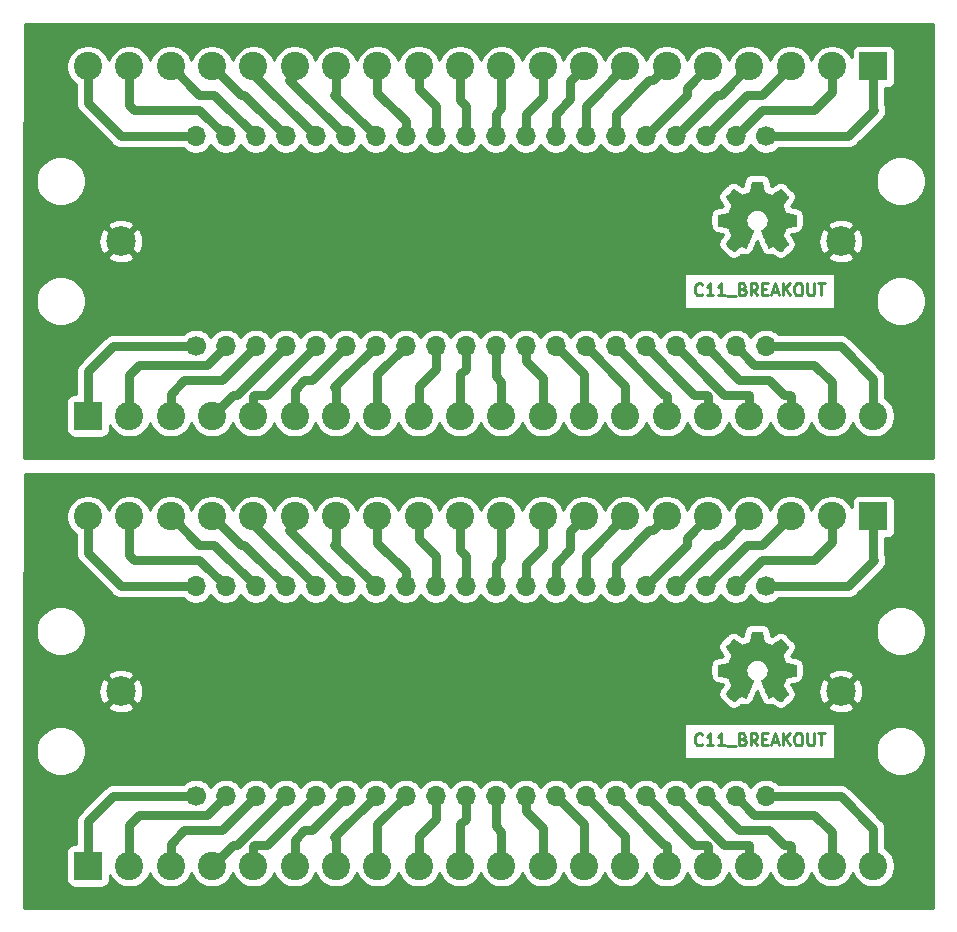
<source format=gbr>
G04 #@! TF.GenerationSoftware,KiCad,Pcbnew,5.1.5+dfsg1-2build2*
G04 #@! TF.CreationDate,2021-02-19T18:32:34-05:00*
G04 #@! TF.ProjectId,,58585858-5858-4585-9858-585858585858,rev?*
G04 #@! TF.SameCoordinates,Original*
G04 #@! TF.FileFunction,Copper,L1,Top*
G04 #@! TF.FilePolarity,Positive*
%FSLAX46Y46*%
G04 Gerber Fmt 4.6, Leading zero omitted, Abs format (unit mm)*
G04 Created by KiCad (PCBNEW 5.1.5+dfsg1-2build2) date 2021-02-19 18:32:34*
%MOMM*%
%LPD*%
G04 APERTURE LIST*
%ADD10C,0.250000*%
%ADD11C,0.010000*%
%ADD12C,2.400000*%
%ADD13C,2.499360*%
%ADD14R,2.400000X2.400000*%
%ADD15C,1.700000*%
%ADD16O,1.700000X1.700000*%
%ADD17C,0.750000*%
%ADD18C,0.254000*%
G04 APERTURE END LIST*
D10*
X158133066Y-115927142D02*
X158085447Y-115974761D01*
X157942590Y-116022380D01*
X157847352Y-116022380D01*
X157704495Y-115974761D01*
X157609257Y-115879523D01*
X157561638Y-115784285D01*
X157514019Y-115593809D01*
X157514019Y-115450952D01*
X157561638Y-115260476D01*
X157609257Y-115165238D01*
X157704495Y-115070000D01*
X157847352Y-115022380D01*
X157942590Y-115022380D01*
X158085447Y-115070000D01*
X158133066Y-115117619D01*
X159085447Y-116022380D02*
X158514019Y-116022380D01*
X158799733Y-116022380D02*
X158799733Y-115022380D01*
X158704495Y-115165238D01*
X158609257Y-115260476D01*
X158514019Y-115308095D01*
X160037828Y-116022380D02*
X159466400Y-116022380D01*
X159752114Y-116022380D02*
X159752114Y-115022380D01*
X159656876Y-115165238D01*
X159561638Y-115260476D01*
X159466400Y-115308095D01*
X160228304Y-116117619D02*
X160990209Y-116117619D01*
X161561638Y-115498571D02*
X161704495Y-115546190D01*
X161752114Y-115593809D01*
X161799733Y-115689047D01*
X161799733Y-115831904D01*
X161752114Y-115927142D01*
X161704495Y-115974761D01*
X161609257Y-116022380D01*
X161228304Y-116022380D01*
X161228304Y-115022380D01*
X161561638Y-115022380D01*
X161656876Y-115070000D01*
X161704495Y-115117619D01*
X161752114Y-115212857D01*
X161752114Y-115308095D01*
X161704495Y-115403333D01*
X161656876Y-115450952D01*
X161561638Y-115498571D01*
X161228304Y-115498571D01*
X162799733Y-116022380D02*
X162466400Y-115546190D01*
X162228304Y-116022380D02*
X162228304Y-115022380D01*
X162609257Y-115022380D01*
X162704495Y-115070000D01*
X162752114Y-115117619D01*
X162799733Y-115212857D01*
X162799733Y-115355714D01*
X162752114Y-115450952D01*
X162704495Y-115498571D01*
X162609257Y-115546190D01*
X162228304Y-115546190D01*
X163228304Y-115498571D02*
X163561638Y-115498571D01*
X163704495Y-116022380D02*
X163228304Y-116022380D01*
X163228304Y-115022380D01*
X163704495Y-115022380D01*
X164085447Y-115736666D02*
X164561638Y-115736666D01*
X163990209Y-116022380D02*
X164323542Y-115022380D01*
X164656876Y-116022380D01*
X164990209Y-116022380D02*
X164990209Y-115022380D01*
X165561638Y-116022380D02*
X165133066Y-115450952D01*
X165561638Y-115022380D02*
X164990209Y-115593809D01*
X166180685Y-115022380D02*
X166371161Y-115022380D01*
X166466400Y-115070000D01*
X166561638Y-115165238D01*
X166609257Y-115355714D01*
X166609257Y-115689047D01*
X166561638Y-115879523D01*
X166466400Y-115974761D01*
X166371161Y-116022380D01*
X166180685Y-116022380D01*
X166085447Y-115974761D01*
X165990209Y-115879523D01*
X165942590Y-115689047D01*
X165942590Y-115355714D01*
X165990209Y-115165238D01*
X166085447Y-115070000D01*
X166180685Y-115022380D01*
X167037828Y-115022380D02*
X167037828Y-115831904D01*
X167085447Y-115927142D01*
X167133066Y-115974761D01*
X167228304Y-116022380D01*
X167418780Y-116022380D01*
X167514019Y-115974761D01*
X167561638Y-115927142D01*
X167609257Y-115831904D01*
X167609257Y-115022380D01*
X167942590Y-115022380D02*
X168514019Y-115022380D01*
X168228304Y-116022380D02*
X168228304Y-115022380D01*
X158133066Y-77827142D02*
X158085447Y-77874761D01*
X157942590Y-77922380D01*
X157847352Y-77922380D01*
X157704495Y-77874761D01*
X157609257Y-77779523D01*
X157561638Y-77684285D01*
X157514019Y-77493809D01*
X157514019Y-77350952D01*
X157561638Y-77160476D01*
X157609257Y-77065238D01*
X157704495Y-76970000D01*
X157847352Y-76922380D01*
X157942590Y-76922380D01*
X158085447Y-76970000D01*
X158133066Y-77017619D01*
X159085447Y-77922380D02*
X158514019Y-77922380D01*
X158799733Y-77922380D02*
X158799733Y-76922380D01*
X158704495Y-77065238D01*
X158609257Y-77160476D01*
X158514019Y-77208095D01*
X160037828Y-77922380D02*
X159466400Y-77922380D01*
X159752114Y-77922380D02*
X159752114Y-76922380D01*
X159656876Y-77065238D01*
X159561638Y-77160476D01*
X159466400Y-77208095D01*
X160228304Y-78017619D02*
X160990209Y-78017619D01*
X161561638Y-77398571D02*
X161704495Y-77446190D01*
X161752114Y-77493809D01*
X161799733Y-77589047D01*
X161799733Y-77731904D01*
X161752114Y-77827142D01*
X161704495Y-77874761D01*
X161609257Y-77922380D01*
X161228304Y-77922380D01*
X161228304Y-76922380D01*
X161561638Y-76922380D01*
X161656876Y-76970000D01*
X161704495Y-77017619D01*
X161752114Y-77112857D01*
X161752114Y-77208095D01*
X161704495Y-77303333D01*
X161656876Y-77350952D01*
X161561638Y-77398571D01*
X161228304Y-77398571D01*
X162799733Y-77922380D02*
X162466400Y-77446190D01*
X162228304Y-77922380D02*
X162228304Y-76922380D01*
X162609257Y-76922380D01*
X162704495Y-76970000D01*
X162752114Y-77017619D01*
X162799733Y-77112857D01*
X162799733Y-77255714D01*
X162752114Y-77350952D01*
X162704495Y-77398571D01*
X162609257Y-77446190D01*
X162228304Y-77446190D01*
X163228304Y-77398571D02*
X163561638Y-77398571D01*
X163704495Y-77922380D02*
X163228304Y-77922380D01*
X163228304Y-76922380D01*
X163704495Y-76922380D01*
X164085447Y-77636666D02*
X164561638Y-77636666D01*
X163990209Y-77922380D02*
X164323542Y-76922380D01*
X164656876Y-77922380D01*
X164990209Y-77922380D02*
X164990209Y-76922380D01*
X165561638Y-77922380D02*
X165133066Y-77350952D01*
X165561638Y-76922380D02*
X164990209Y-77493809D01*
X166180685Y-76922380D02*
X166371161Y-76922380D01*
X166466400Y-76970000D01*
X166561638Y-77065238D01*
X166609257Y-77255714D01*
X166609257Y-77589047D01*
X166561638Y-77779523D01*
X166466400Y-77874761D01*
X166371161Y-77922380D01*
X166180685Y-77922380D01*
X166085447Y-77874761D01*
X165990209Y-77779523D01*
X165942590Y-77589047D01*
X165942590Y-77255714D01*
X165990209Y-77065238D01*
X166085447Y-76970000D01*
X166180685Y-76922380D01*
X167037828Y-76922380D02*
X167037828Y-77731904D01*
X167085447Y-77827142D01*
X167133066Y-77874761D01*
X167228304Y-77922380D01*
X167418780Y-77922380D01*
X167514019Y-77874761D01*
X167561638Y-77827142D01*
X167609257Y-77731904D01*
X167609257Y-76922380D01*
X167942590Y-76922380D02*
X168514019Y-76922380D01*
X168228304Y-77922380D02*
X168228304Y-76922380D01*
D11*
G36*
X163319014Y-106841331D02*
G01*
X163402835Y-107285955D01*
X163712120Y-107413453D01*
X164021406Y-107540951D01*
X164392446Y-107288646D01*
X164496357Y-107218396D01*
X164590287Y-107155672D01*
X164669852Y-107103338D01*
X164730670Y-107064257D01*
X164768357Y-107041293D01*
X164778621Y-107036342D01*
X164797110Y-107049076D01*
X164836620Y-107084282D01*
X164892722Y-107137462D01*
X164960987Y-107204118D01*
X165036986Y-107279754D01*
X165116292Y-107359872D01*
X165194475Y-107439974D01*
X165267107Y-107515564D01*
X165329759Y-107582145D01*
X165378003Y-107635218D01*
X165407410Y-107670287D01*
X165414441Y-107682023D01*
X165404323Y-107703660D01*
X165375959Y-107751062D01*
X165332329Y-107819593D01*
X165276418Y-107904615D01*
X165211206Y-108001493D01*
X165173419Y-108056750D01*
X165104543Y-108157648D01*
X165043340Y-108248699D01*
X164992778Y-108325370D01*
X164955828Y-108383128D01*
X164935458Y-108417443D01*
X164932397Y-108424654D01*
X164939336Y-108445148D01*
X164958251Y-108492913D01*
X164986287Y-108561232D01*
X165020591Y-108643389D01*
X165058309Y-108732670D01*
X165096587Y-108822358D01*
X165132570Y-108905738D01*
X165163406Y-108976094D01*
X165186239Y-109026710D01*
X165198217Y-109050871D01*
X165198924Y-109051822D01*
X165217731Y-109056436D01*
X165267818Y-109066728D01*
X165343993Y-109081687D01*
X165441065Y-109100301D01*
X165553843Y-109121559D01*
X165619642Y-109133818D01*
X165740150Y-109156762D01*
X165848997Y-109178595D01*
X165940676Y-109198122D01*
X166009681Y-109214148D01*
X166050504Y-109225479D01*
X166058711Y-109229074D01*
X166066748Y-109253406D01*
X166073233Y-109308359D01*
X166078170Y-109387508D01*
X166081564Y-109484426D01*
X166083418Y-109592687D01*
X166083738Y-109705865D01*
X166082527Y-109817535D01*
X166079790Y-109921268D01*
X166075531Y-110010641D01*
X166069755Y-110079226D01*
X166062467Y-110120597D01*
X166058095Y-110129210D01*
X166031964Y-110139533D01*
X165976593Y-110154292D01*
X165899307Y-110171752D01*
X165807430Y-110190180D01*
X165775358Y-110196141D01*
X165620724Y-110224466D01*
X165498575Y-110247276D01*
X165404873Y-110265480D01*
X165335584Y-110279983D01*
X165286671Y-110291692D01*
X165254097Y-110301515D01*
X165233828Y-110310356D01*
X165221826Y-110319124D01*
X165220147Y-110320857D01*
X165203384Y-110348771D01*
X165177814Y-110403095D01*
X165145988Y-110477177D01*
X165110460Y-110564365D01*
X165073783Y-110658008D01*
X165038511Y-110751452D01*
X165007196Y-110838047D01*
X164982393Y-110911140D01*
X164966654Y-110964078D01*
X164962532Y-110990211D01*
X164962876Y-110991126D01*
X164976841Y-111012486D01*
X165008522Y-111059484D01*
X165054591Y-111127227D01*
X165111718Y-111210823D01*
X165176573Y-111305382D01*
X165195043Y-111332254D01*
X165260899Y-111429675D01*
X165318850Y-111518563D01*
X165365738Y-111593812D01*
X165398407Y-111650320D01*
X165413700Y-111682981D01*
X165414441Y-111686993D01*
X165401592Y-111708084D01*
X165366088Y-111749864D01*
X165312493Y-111807845D01*
X165245371Y-111877535D01*
X165169287Y-111954445D01*
X165088804Y-112034083D01*
X165008487Y-112111961D01*
X164932899Y-112183586D01*
X164866605Y-112244470D01*
X164814169Y-112290121D01*
X164780155Y-112316050D01*
X164770745Y-112320283D01*
X164748843Y-112310312D01*
X164704000Y-112283420D01*
X164643521Y-112244136D01*
X164596989Y-112212517D01*
X164512675Y-112154498D01*
X164412826Y-112086184D01*
X164312673Y-112017979D01*
X164258827Y-111981475D01*
X164076571Y-111858200D01*
X163923581Y-111940920D01*
X163853882Y-111977159D01*
X163794614Y-112005326D01*
X163754511Y-112021391D01*
X163744303Y-112023626D01*
X163732029Y-112007122D01*
X163707813Y-111960482D01*
X163673463Y-111888009D01*
X163630788Y-111794006D01*
X163581594Y-111682774D01*
X163527690Y-111558615D01*
X163470884Y-111425832D01*
X163412982Y-111288727D01*
X163355793Y-111151602D01*
X163301124Y-111018758D01*
X163250784Y-110894498D01*
X163206580Y-110783125D01*
X163170319Y-110688939D01*
X163143809Y-110616244D01*
X163128858Y-110569341D01*
X163126454Y-110553233D01*
X163145511Y-110532686D01*
X163187236Y-110499333D01*
X163242906Y-110460102D01*
X163247578Y-110456999D01*
X163391464Y-110341823D01*
X163507483Y-110207453D01*
X163594630Y-110058184D01*
X163651899Y-109898313D01*
X163678286Y-109732137D01*
X163672785Y-109563952D01*
X163634390Y-109398055D01*
X163562095Y-109238742D01*
X163540826Y-109203887D01*
X163430196Y-109063137D01*
X163299502Y-108950114D01*
X163153264Y-108865403D01*
X162996008Y-108809594D01*
X162832257Y-108783274D01*
X162666533Y-108787030D01*
X162503362Y-108821450D01*
X162347265Y-108887123D01*
X162202767Y-108984635D01*
X162158069Y-109024213D01*
X162044312Y-109148103D01*
X161961418Y-109278524D01*
X161904556Y-109424715D01*
X161872887Y-109569488D01*
X161865069Y-109732260D01*
X161891138Y-109895840D01*
X161948445Y-110054698D01*
X162034344Y-110203306D01*
X162146186Y-110336135D01*
X162281323Y-110447656D01*
X162299083Y-110459411D01*
X162355350Y-110497908D01*
X162398123Y-110531263D01*
X162418572Y-110552560D01*
X162418869Y-110553233D01*
X162414479Y-110576271D01*
X162397076Y-110628557D01*
X162368468Y-110705790D01*
X162330465Y-110803668D01*
X162284874Y-110917891D01*
X162233503Y-111044158D01*
X162178162Y-111178167D01*
X162120658Y-111315618D01*
X162062801Y-111452208D01*
X162006398Y-111583637D01*
X161953258Y-111705605D01*
X161905190Y-111813809D01*
X161864001Y-111903949D01*
X161831501Y-111971723D01*
X161809497Y-112012830D01*
X161800636Y-112023626D01*
X161773560Y-112015219D01*
X161722897Y-111992672D01*
X161657383Y-111960013D01*
X161621359Y-111940920D01*
X161468368Y-111858200D01*
X161286112Y-111981475D01*
X161193075Y-112044628D01*
X161091215Y-112114127D01*
X160995762Y-112179565D01*
X160947950Y-112212517D01*
X160880705Y-112257673D01*
X160823764Y-112293457D01*
X160784554Y-112315338D01*
X160771819Y-112319963D01*
X160753283Y-112307485D01*
X160712259Y-112272652D01*
X160652725Y-112219078D01*
X160578658Y-112150383D01*
X160494035Y-112070181D01*
X160440515Y-112018686D01*
X160346881Y-111926686D01*
X160265959Y-111844399D01*
X160201023Y-111775345D01*
X160155342Y-111723044D01*
X160132189Y-111691016D01*
X160129968Y-111684516D01*
X160140276Y-111659794D01*
X160168761Y-111609805D01*
X160212263Y-111539612D01*
X160267623Y-111454275D01*
X160331680Y-111358856D01*
X160349897Y-111332254D01*
X160416273Y-111235567D01*
X160475822Y-111148517D01*
X160525216Y-111075995D01*
X160561125Y-111022893D01*
X160580219Y-110994103D01*
X160582064Y-110991126D01*
X160579305Y-110968182D01*
X160564662Y-110917736D01*
X160540687Y-110846441D01*
X160509934Y-110760947D01*
X160474956Y-110667907D01*
X160438307Y-110573974D01*
X160402539Y-110485799D01*
X160370206Y-110410034D01*
X160343862Y-110353331D01*
X160326058Y-110322343D01*
X160324793Y-110320857D01*
X160313906Y-110312001D01*
X160295518Y-110303243D01*
X160265594Y-110293677D01*
X160220097Y-110282396D01*
X160154991Y-110268493D01*
X160066239Y-110251063D01*
X159949807Y-110229198D01*
X159801658Y-110201991D01*
X159769582Y-110196141D01*
X159674514Y-110177774D01*
X159591635Y-110159805D01*
X159528270Y-110143969D01*
X159491742Y-110132000D01*
X159486844Y-110129210D01*
X159478773Y-110104472D01*
X159472213Y-110049190D01*
X159467167Y-109969789D01*
X159463641Y-109872696D01*
X159461639Y-109764338D01*
X159461164Y-109651140D01*
X159462223Y-109539528D01*
X159464818Y-109435929D01*
X159468954Y-109346768D01*
X159474637Y-109278472D01*
X159481869Y-109237466D01*
X159486229Y-109229074D01*
X159510502Y-109220608D01*
X159565774Y-109206835D01*
X159646538Y-109188950D01*
X159747288Y-109168148D01*
X159862517Y-109145623D01*
X159925298Y-109133818D01*
X160044413Y-109111551D01*
X160150635Y-109091379D01*
X160238773Y-109074315D01*
X160303634Y-109061369D01*
X160340026Y-109053555D01*
X160346016Y-109051822D01*
X160356139Y-109032290D01*
X160377538Y-108985243D01*
X160407361Y-108917403D01*
X160442755Y-108835491D01*
X160480868Y-108746228D01*
X160518847Y-108656335D01*
X160553840Y-108572535D01*
X160582994Y-108501547D01*
X160603457Y-108450094D01*
X160612377Y-108424897D01*
X160612543Y-108423796D01*
X160602431Y-108403919D01*
X160574083Y-108358177D01*
X160530477Y-108291117D01*
X160474594Y-108207284D01*
X160409413Y-108111226D01*
X160371521Y-108056050D01*
X160302475Y-107954881D01*
X160241150Y-107863030D01*
X160190537Y-107785144D01*
X160153629Y-107725869D01*
X160133418Y-107689851D01*
X160130499Y-107681777D01*
X160143047Y-107662984D01*
X160177737Y-107622857D01*
X160230137Y-107565893D01*
X160295816Y-107496585D01*
X160370344Y-107419431D01*
X160449287Y-107338925D01*
X160528217Y-107259563D01*
X160602700Y-107185840D01*
X160668306Y-107122252D01*
X160720604Y-107073294D01*
X160755161Y-107043461D01*
X160766722Y-107036342D01*
X160785546Y-107046353D01*
X160830569Y-107074478D01*
X160897413Y-107117854D01*
X160981701Y-107173618D01*
X161079056Y-107238906D01*
X161152493Y-107288646D01*
X161523533Y-107540951D01*
X162142105Y-107285955D01*
X162225925Y-106841331D01*
X162309746Y-106396707D01*
X163235194Y-106396707D01*
X163319014Y-106841331D01*
G37*
X163319014Y-106841331D02*
X163402835Y-107285955D01*
X163712120Y-107413453D01*
X164021406Y-107540951D01*
X164392446Y-107288646D01*
X164496357Y-107218396D01*
X164590287Y-107155672D01*
X164669852Y-107103338D01*
X164730670Y-107064257D01*
X164768357Y-107041293D01*
X164778621Y-107036342D01*
X164797110Y-107049076D01*
X164836620Y-107084282D01*
X164892722Y-107137462D01*
X164960987Y-107204118D01*
X165036986Y-107279754D01*
X165116292Y-107359872D01*
X165194475Y-107439974D01*
X165267107Y-107515564D01*
X165329759Y-107582145D01*
X165378003Y-107635218D01*
X165407410Y-107670287D01*
X165414441Y-107682023D01*
X165404323Y-107703660D01*
X165375959Y-107751062D01*
X165332329Y-107819593D01*
X165276418Y-107904615D01*
X165211206Y-108001493D01*
X165173419Y-108056750D01*
X165104543Y-108157648D01*
X165043340Y-108248699D01*
X164992778Y-108325370D01*
X164955828Y-108383128D01*
X164935458Y-108417443D01*
X164932397Y-108424654D01*
X164939336Y-108445148D01*
X164958251Y-108492913D01*
X164986287Y-108561232D01*
X165020591Y-108643389D01*
X165058309Y-108732670D01*
X165096587Y-108822358D01*
X165132570Y-108905738D01*
X165163406Y-108976094D01*
X165186239Y-109026710D01*
X165198217Y-109050871D01*
X165198924Y-109051822D01*
X165217731Y-109056436D01*
X165267818Y-109066728D01*
X165343993Y-109081687D01*
X165441065Y-109100301D01*
X165553843Y-109121559D01*
X165619642Y-109133818D01*
X165740150Y-109156762D01*
X165848997Y-109178595D01*
X165940676Y-109198122D01*
X166009681Y-109214148D01*
X166050504Y-109225479D01*
X166058711Y-109229074D01*
X166066748Y-109253406D01*
X166073233Y-109308359D01*
X166078170Y-109387508D01*
X166081564Y-109484426D01*
X166083418Y-109592687D01*
X166083738Y-109705865D01*
X166082527Y-109817535D01*
X166079790Y-109921268D01*
X166075531Y-110010641D01*
X166069755Y-110079226D01*
X166062467Y-110120597D01*
X166058095Y-110129210D01*
X166031964Y-110139533D01*
X165976593Y-110154292D01*
X165899307Y-110171752D01*
X165807430Y-110190180D01*
X165775358Y-110196141D01*
X165620724Y-110224466D01*
X165498575Y-110247276D01*
X165404873Y-110265480D01*
X165335584Y-110279983D01*
X165286671Y-110291692D01*
X165254097Y-110301515D01*
X165233828Y-110310356D01*
X165221826Y-110319124D01*
X165220147Y-110320857D01*
X165203384Y-110348771D01*
X165177814Y-110403095D01*
X165145988Y-110477177D01*
X165110460Y-110564365D01*
X165073783Y-110658008D01*
X165038511Y-110751452D01*
X165007196Y-110838047D01*
X164982393Y-110911140D01*
X164966654Y-110964078D01*
X164962532Y-110990211D01*
X164962876Y-110991126D01*
X164976841Y-111012486D01*
X165008522Y-111059484D01*
X165054591Y-111127227D01*
X165111718Y-111210823D01*
X165176573Y-111305382D01*
X165195043Y-111332254D01*
X165260899Y-111429675D01*
X165318850Y-111518563D01*
X165365738Y-111593812D01*
X165398407Y-111650320D01*
X165413700Y-111682981D01*
X165414441Y-111686993D01*
X165401592Y-111708084D01*
X165366088Y-111749864D01*
X165312493Y-111807845D01*
X165245371Y-111877535D01*
X165169287Y-111954445D01*
X165088804Y-112034083D01*
X165008487Y-112111961D01*
X164932899Y-112183586D01*
X164866605Y-112244470D01*
X164814169Y-112290121D01*
X164780155Y-112316050D01*
X164770745Y-112320283D01*
X164748843Y-112310312D01*
X164704000Y-112283420D01*
X164643521Y-112244136D01*
X164596989Y-112212517D01*
X164512675Y-112154498D01*
X164412826Y-112086184D01*
X164312673Y-112017979D01*
X164258827Y-111981475D01*
X164076571Y-111858200D01*
X163923581Y-111940920D01*
X163853882Y-111977159D01*
X163794614Y-112005326D01*
X163754511Y-112021391D01*
X163744303Y-112023626D01*
X163732029Y-112007122D01*
X163707813Y-111960482D01*
X163673463Y-111888009D01*
X163630788Y-111794006D01*
X163581594Y-111682774D01*
X163527690Y-111558615D01*
X163470884Y-111425832D01*
X163412982Y-111288727D01*
X163355793Y-111151602D01*
X163301124Y-111018758D01*
X163250784Y-110894498D01*
X163206580Y-110783125D01*
X163170319Y-110688939D01*
X163143809Y-110616244D01*
X163128858Y-110569341D01*
X163126454Y-110553233D01*
X163145511Y-110532686D01*
X163187236Y-110499333D01*
X163242906Y-110460102D01*
X163247578Y-110456999D01*
X163391464Y-110341823D01*
X163507483Y-110207453D01*
X163594630Y-110058184D01*
X163651899Y-109898313D01*
X163678286Y-109732137D01*
X163672785Y-109563952D01*
X163634390Y-109398055D01*
X163562095Y-109238742D01*
X163540826Y-109203887D01*
X163430196Y-109063137D01*
X163299502Y-108950114D01*
X163153264Y-108865403D01*
X162996008Y-108809594D01*
X162832257Y-108783274D01*
X162666533Y-108787030D01*
X162503362Y-108821450D01*
X162347265Y-108887123D01*
X162202767Y-108984635D01*
X162158069Y-109024213D01*
X162044312Y-109148103D01*
X161961418Y-109278524D01*
X161904556Y-109424715D01*
X161872887Y-109569488D01*
X161865069Y-109732260D01*
X161891138Y-109895840D01*
X161948445Y-110054698D01*
X162034344Y-110203306D01*
X162146186Y-110336135D01*
X162281323Y-110447656D01*
X162299083Y-110459411D01*
X162355350Y-110497908D01*
X162398123Y-110531263D01*
X162418572Y-110552560D01*
X162418869Y-110553233D01*
X162414479Y-110576271D01*
X162397076Y-110628557D01*
X162368468Y-110705790D01*
X162330465Y-110803668D01*
X162284874Y-110917891D01*
X162233503Y-111044158D01*
X162178162Y-111178167D01*
X162120658Y-111315618D01*
X162062801Y-111452208D01*
X162006398Y-111583637D01*
X161953258Y-111705605D01*
X161905190Y-111813809D01*
X161864001Y-111903949D01*
X161831501Y-111971723D01*
X161809497Y-112012830D01*
X161800636Y-112023626D01*
X161773560Y-112015219D01*
X161722897Y-111992672D01*
X161657383Y-111960013D01*
X161621359Y-111940920D01*
X161468368Y-111858200D01*
X161286112Y-111981475D01*
X161193075Y-112044628D01*
X161091215Y-112114127D01*
X160995762Y-112179565D01*
X160947950Y-112212517D01*
X160880705Y-112257673D01*
X160823764Y-112293457D01*
X160784554Y-112315338D01*
X160771819Y-112319963D01*
X160753283Y-112307485D01*
X160712259Y-112272652D01*
X160652725Y-112219078D01*
X160578658Y-112150383D01*
X160494035Y-112070181D01*
X160440515Y-112018686D01*
X160346881Y-111926686D01*
X160265959Y-111844399D01*
X160201023Y-111775345D01*
X160155342Y-111723044D01*
X160132189Y-111691016D01*
X160129968Y-111684516D01*
X160140276Y-111659794D01*
X160168761Y-111609805D01*
X160212263Y-111539612D01*
X160267623Y-111454275D01*
X160331680Y-111358856D01*
X160349897Y-111332254D01*
X160416273Y-111235567D01*
X160475822Y-111148517D01*
X160525216Y-111075995D01*
X160561125Y-111022893D01*
X160580219Y-110994103D01*
X160582064Y-110991126D01*
X160579305Y-110968182D01*
X160564662Y-110917736D01*
X160540687Y-110846441D01*
X160509934Y-110760947D01*
X160474956Y-110667907D01*
X160438307Y-110573974D01*
X160402539Y-110485799D01*
X160370206Y-110410034D01*
X160343862Y-110353331D01*
X160326058Y-110322343D01*
X160324793Y-110320857D01*
X160313906Y-110312001D01*
X160295518Y-110303243D01*
X160265594Y-110293677D01*
X160220097Y-110282396D01*
X160154991Y-110268493D01*
X160066239Y-110251063D01*
X159949807Y-110229198D01*
X159801658Y-110201991D01*
X159769582Y-110196141D01*
X159674514Y-110177774D01*
X159591635Y-110159805D01*
X159528270Y-110143969D01*
X159491742Y-110132000D01*
X159486844Y-110129210D01*
X159478773Y-110104472D01*
X159472213Y-110049190D01*
X159467167Y-109969789D01*
X159463641Y-109872696D01*
X159461639Y-109764338D01*
X159461164Y-109651140D01*
X159462223Y-109539528D01*
X159464818Y-109435929D01*
X159468954Y-109346768D01*
X159474637Y-109278472D01*
X159481869Y-109237466D01*
X159486229Y-109229074D01*
X159510502Y-109220608D01*
X159565774Y-109206835D01*
X159646538Y-109188950D01*
X159747288Y-109168148D01*
X159862517Y-109145623D01*
X159925298Y-109133818D01*
X160044413Y-109111551D01*
X160150635Y-109091379D01*
X160238773Y-109074315D01*
X160303634Y-109061369D01*
X160340026Y-109053555D01*
X160346016Y-109051822D01*
X160356139Y-109032290D01*
X160377538Y-108985243D01*
X160407361Y-108917403D01*
X160442755Y-108835491D01*
X160480868Y-108746228D01*
X160518847Y-108656335D01*
X160553840Y-108572535D01*
X160582994Y-108501547D01*
X160603457Y-108450094D01*
X160612377Y-108424897D01*
X160612543Y-108423796D01*
X160602431Y-108403919D01*
X160574083Y-108358177D01*
X160530477Y-108291117D01*
X160474594Y-108207284D01*
X160409413Y-108111226D01*
X160371521Y-108056050D01*
X160302475Y-107954881D01*
X160241150Y-107863030D01*
X160190537Y-107785144D01*
X160153629Y-107725869D01*
X160133418Y-107689851D01*
X160130499Y-107681777D01*
X160143047Y-107662984D01*
X160177737Y-107622857D01*
X160230137Y-107565893D01*
X160295816Y-107496585D01*
X160370344Y-107419431D01*
X160449287Y-107338925D01*
X160528217Y-107259563D01*
X160602700Y-107185840D01*
X160668306Y-107122252D01*
X160720604Y-107073294D01*
X160755161Y-107043461D01*
X160766722Y-107036342D01*
X160785546Y-107046353D01*
X160830569Y-107074478D01*
X160897413Y-107117854D01*
X160981701Y-107173618D01*
X161079056Y-107238906D01*
X161152493Y-107288646D01*
X161523533Y-107540951D01*
X162142105Y-107285955D01*
X162225925Y-106841331D01*
X162309746Y-106396707D01*
X163235194Y-106396707D01*
X163319014Y-106841331D01*
G36*
X163319014Y-68741331D02*
G01*
X163402835Y-69185955D01*
X163712120Y-69313453D01*
X164021406Y-69440951D01*
X164392446Y-69188646D01*
X164496357Y-69118396D01*
X164590287Y-69055672D01*
X164669852Y-69003338D01*
X164730670Y-68964257D01*
X164768357Y-68941293D01*
X164778621Y-68936342D01*
X164797110Y-68949076D01*
X164836620Y-68984282D01*
X164892722Y-69037462D01*
X164960987Y-69104118D01*
X165036986Y-69179754D01*
X165116292Y-69259872D01*
X165194475Y-69339974D01*
X165267107Y-69415564D01*
X165329759Y-69482145D01*
X165378003Y-69535218D01*
X165407410Y-69570287D01*
X165414441Y-69582023D01*
X165404323Y-69603660D01*
X165375959Y-69651062D01*
X165332329Y-69719593D01*
X165276418Y-69804615D01*
X165211206Y-69901493D01*
X165173419Y-69956750D01*
X165104543Y-70057648D01*
X165043340Y-70148699D01*
X164992778Y-70225370D01*
X164955828Y-70283128D01*
X164935458Y-70317443D01*
X164932397Y-70324654D01*
X164939336Y-70345148D01*
X164958251Y-70392913D01*
X164986287Y-70461232D01*
X165020591Y-70543389D01*
X165058309Y-70632670D01*
X165096587Y-70722358D01*
X165132570Y-70805738D01*
X165163406Y-70876094D01*
X165186239Y-70926710D01*
X165198217Y-70950871D01*
X165198924Y-70951822D01*
X165217731Y-70956436D01*
X165267818Y-70966728D01*
X165343993Y-70981687D01*
X165441065Y-71000301D01*
X165553843Y-71021559D01*
X165619642Y-71033818D01*
X165740150Y-71056762D01*
X165848997Y-71078595D01*
X165940676Y-71098122D01*
X166009681Y-71114148D01*
X166050504Y-71125479D01*
X166058711Y-71129074D01*
X166066748Y-71153406D01*
X166073233Y-71208359D01*
X166078170Y-71287508D01*
X166081564Y-71384426D01*
X166083418Y-71492687D01*
X166083738Y-71605865D01*
X166082527Y-71717535D01*
X166079790Y-71821268D01*
X166075531Y-71910641D01*
X166069755Y-71979226D01*
X166062467Y-72020597D01*
X166058095Y-72029210D01*
X166031964Y-72039533D01*
X165976593Y-72054292D01*
X165899307Y-72071752D01*
X165807430Y-72090180D01*
X165775358Y-72096141D01*
X165620724Y-72124466D01*
X165498575Y-72147276D01*
X165404873Y-72165480D01*
X165335584Y-72179983D01*
X165286671Y-72191692D01*
X165254097Y-72201515D01*
X165233828Y-72210356D01*
X165221826Y-72219124D01*
X165220147Y-72220857D01*
X165203384Y-72248771D01*
X165177814Y-72303095D01*
X165145988Y-72377177D01*
X165110460Y-72464365D01*
X165073783Y-72558008D01*
X165038511Y-72651452D01*
X165007196Y-72738047D01*
X164982393Y-72811140D01*
X164966654Y-72864078D01*
X164962532Y-72890211D01*
X164962876Y-72891126D01*
X164976841Y-72912486D01*
X165008522Y-72959484D01*
X165054591Y-73027227D01*
X165111718Y-73110823D01*
X165176573Y-73205382D01*
X165195043Y-73232254D01*
X165260899Y-73329675D01*
X165318850Y-73418563D01*
X165365738Y-73493812D01*
X165398407Y-73550320D01*
X165413700Y-73582981D01*
X165414441Y-73586993D01*
X165401592Y-73608084D01*
X165366088Y-73649864D01*
X165312493Y-73707845D01*
X165245371Y-73777535D01*
X165169287Y-73854445D01*
X165088804Y-73934083D01*
X165008487Y-74011961D01*
X164932899Y-74083586D01*
X164866605Y-74144470D01*
X164814169Y-74190121D01*
X164780155Y-74216050D01*
X164770745Y-74220283D01*
X164748843Y-74210312D01*
X164704000Y-74183420D01*
X164643521Y-74144136D01*
X164596989Y-74112517D01*
X164512675Y-74054498D01*
X164412826Y-73986184D01*
X164312673Y-73917979D01*
X164258827Y-73881475D01*
X164076571Y-73758200D01*
X163923581Y-73840920D01*
X163853882Y-73877159D01*
X163794614Y-73905326D01*
X163754511Y-73921391D01*
X163744303Y-73923626D01*
X163732029Y-73907122D01*
X163707813Y-73860482D01*
X163673463Y-73788009D01*
X163630788Y-73694006D01*
X163581594Y-73582774D01*
X163527690Y-73458615D01*
X163470884Y-73325832D01*
X163412982Y-73188727D01*
X163355793Y-73051602D01*
X163301124Y-72918758D01*
X163250784Y-72794498D01*
X163206580Y-72683125D01*
X163170319Y-72588939D01*
X163143809Y-72516244D01*
X163128858Y-72469341D01*
X163126454Y-72453233D01*
X163145511Y-72432686D01*
X163187236Y-72399333D01*
X163242906Y-72360102D01*
X163247578Y-72356999D01*
X163391464Y-72241823D01*
X163507483Y-72107453D01*
X163594630Y-71958184D01*
X163651899Y-71798313D01*
X163678286Y-71632137D01*
X163672785Y-71463952D01*
X163634390Y-71298055D01*
X163562095Y-71138742D01*
X163540826Y-71103887D01*
X163430196Y-70963137D01*
X163299502Y-70850114D01*
X163153264Y-70765403D01*
X162996008Y-70709594D01*
X162832257Y-70683274D01*
X162666533Y-70687030D01*
X162503362Y-70721450D01*
X162347265Y-70787123D01*
X162202767Y-70884635D01*
X162158069Y-70924213D01*
X162044312Y-71048103D01*
X161961418Y-71178524D01*
X161904556Y-71324715D01*
X161872887Y-71469488D01*
X161865069Y-71632260D01*
X161891138Y-71795840D01*
X161948445Y-71954698D01*
X162034344Y-72103306D01*
X162146186Y-72236135D01*
X162281323Y-72347656D01*
X162299083Y-72359411D01*
X162355350Y-72397908D01*
X162398123Y-72431263D01*
X162418572Y-72452560D01*
X162418869Y-72453233D01*
X162414479Y-72476271D01*
X162397076Y-72528557D01*
X162368468Y-72605790D01*
X162330465Y-72703668D01*
X162284874Y-72817891D01*
X162233503Y-72944158D01*
X162178162Y-73078167D01*
X162120658Y-73215618D01*
X162062801Y-73352208D01*
X162006398Y-73483637D01*
X161953258Y-73605605D01*
X161905190Y-73713809D01*
X161864001Y-73803949D01*
X161831501Y-73871723D01*
X161809497Y-73912830D01*
X161800636Y-73923626D01*
X161773560Y-73915219D01*
X161722897Y-73892672D01*
X161657383Y-73860013D01*
X161621359Y-73840920D01*
X161468368Y-73758200D01*
X161286112Y-73881475D01*
X161193075Y-73944628D01*
X161091215Y-74014127D01*
X160995762Y-74079565D01*
X160947950Y-74112517D01*
X160880705Y-74157673D01*
X160823764Y-74193457D01*
X160784554Y-74215338D01*
X160771819Y-74219963D01*
X160753283Y-74207485D01*
X160712259Y-74172652D01*
X160652725Y-74119078D01*
X160578658Y-74050383D01*
X160494035Y-73970181D01*
X160440515Y-73918686D01*
X160346881Y-73826686D01*
X160265959Y-73744399D01*
X160201023Y-73675345D01*
X160155342Y-73623044D01*
X160132189Y-73591016D01*
X160129968Y-73584516D01*
X160140276Y-73559794D01*
X160168761Y-73509805D01*
X160212263Y-73439612D01*
X160267623Y-73354275D01*
X160331680Y-73258856D01*
X160349897Y-73232254D01*
X160416273Y-73135567D01*
X160475822Y-73048517D01*
X160525216Y-72975995D01*
X160561125Y-72922893D01*
X160580219Y-72894103D01*
X160582064Y-72891126D01*
X160579305Y-72868182D01*
X160564662Y-72817736D01*
X160540687Y-72746441D01*
X160509934Y-72660947D01*
X160474956Y-72567907D01*
X160438307Y-72473974D01*
X160402539Y-72385799D01*
X160370206Y-72310034D01*
X160343862Y-72253331D01*
X160326058Y-72222343D01*
X160324793Y-72220857D01*
X160313906Y-72212001D01*
X160295518Y-72203243D01*
X160265594Y-72193677D01*
X160220097Y-72182396D01*
X160154991Y-72168493D01*
X160066239Y-72151063D01*
X159949807Y-72129198D01*
X159801658Y-72101991D01*
X159769582Y-72096141D01*
X159674514Y-72077774D01*
X159591635Y-72059805D01*
X159528270Y-72043969D01*
X159491742Y-72032000D01*
X159486844Y-72029210D01*
X159478773Y-72004472D01*
X159472213Y-71949190D01*
X159467167Y-71869789D01*
X159463641Y-71772696D01*
X159461639Y-71664338D01*
X159461164Y-71551140D01*
X159462223Y-71439528D01*
X159464818Y-71335929D01*
X159468954Y-71246768D01*
X159474637Y-71178472D01*
X159481869Y-71137466D01*
X159486229Y-71129074D01*
X159510502Y-71120608D01*
X159565774Y-71106835D01*
X159646538Y-71088950D01*
X159747288Y-71068148D01*
X159862517Y-71045623D01*
X159925298Y-71033818D01*
X160044413Y-71011551D01*
X160150635Y-70991379D01*
X160238773Y-70974315D01*
X160303634Y-70961369D01*
X160340026Y-70953555D01*
X160346016Y-70951822D01*
X160356139Y-70932290D01*
X160377538Y-70885243D01*
X160407361Y-70817403D01*
X160442755Y-70735491D01*
X160480868Y-70646228D01*
X160518847Y-70556335D01*
X160553840Y-70472535D01*
X160582994Y-70401547D01*
X160603457Y-70350094D01*
X160612377Y-70324897D01*
X160612543Y-70323796D01*
X160602431Y-70303919D01*
X160574083Y-70258177D01*
X160530477Y-70191117D01*
X160474594Y-70107284D01*
X160409413Y-70011226D01*
X160371521Y-69956050D01*
X160302475Y-69854881D01*
X160241150Y-69763030D01*
X160190537Y-69685144D01*
X160153629Y-69625869D01*
X160133418Y-69589851D01*
X160130499Y-69581777D01*
X160143047Y-69562984D01*
X160177737Y-69522857D01*
X160230137Y-69465893D01*
X160295816Y-69396585D01*
X160370344Y-69319431D01*
X160449287Y-69238925D01*
X160528217Y-69159563D01*
X160602700Y-69085840D01*
X160668306Y-69022252D01*
X160720604Y-68973294D01*
X160755161Y-68943461D01*
X160766722Y-68936342D01*
X160785546Y-68946353D01*
X160830569Y-68974478D01*
X160897413Y-69017854D01*
X160981701Y-69073618D01*
X161079056Y-69138906D01*
X161152493Y-69188646D01*
X161523533Y-69440951D01*
X162142105Y-69185955D01*
X162225925Y-68741331D01*
X162309746Y-68296707D01*
X163235194Y-68296707D01*
X163319014Y-68741331D01*
G37*
X163319014Y-68741331D02*
X163402835Y-69185955D01*
X163712120Y-69313453D01*
X164021406Y-69440951D01*
X164392446Y-69188646D01*
X164496357Y-69118396D01*
X164590287Y-69055672D01*
X164669852Y-69003338D01*
X164730670Y-68964257D01*
X164768357Y-68941293D01*
X164778621Y-68936342D01*
X164797110Y-68949076D01*
X164836620Y-68984282D01*
X164892722Y-69037462D01*
X164960987Y-69104118D01*
X165036986Y-69179754D01*
X165116292Y-69259872D01*
X165194475Y-69339974D01*
X165267107Y-69415564D01*
X165329759Y-69482145D01*
X165378003Y-69535218D01*
X165407410Y-69570287D01*
X165414441Y-69582023D01*
X165404323Y-69603660D01*
X165375959Y-69651062D01*
X165332329Y-69719593D01*
X165276418Y-69804615D01*
X165211206Y-69901493D01*
X165173419Y-69956750D01*
X165104543Y-70057648D01*
X165043340Y-70148699D01*
X164992778Y-70225370D01*
X164955828Y-70283128D01*
X164935458Y-70317443D01*
X164932397Y-70324654D01*
X164939336Y-70345148D01*
X164958251Y-70392913D01*
X164986287Y-70461232D01*
X165020591Y-70543389D01*
X165058309Y-70632670D01*
X165096587Y-70722358D01*
X165132570Y-70805738D01*
X165163406Y-70876094D01*
X165186239Y-70926710D01*
X165198217Y-70950871D01*
X165198924Y-70951822D01*
X165217731Y-70956436D01*
X165267818Y-70966728D01*
X165343993Y-70981687D01*
X165441065Y-71000301D01*
X165553843Y-71021559D01*
X165619642Y-71033818D01*
X165740150Y-71056762D01*
X165848997Y-71078595D01*
X165940676Y-71098122D01*
X166009681Y-71114148D01*
X166050504Y-71125479D01*
X166058711Y-71129074D01*
X166066748Y-71153406D01*
X166073233Y-71208359D01*
X166078170Y-71287508D01*
X166081564Y-71384426D01*
X166083418Y-71492687D01*
X166083738Y-71605865D01*
X166082527Y-71717535D01*
X166079790Y-71821268D01*
X166075531Y-71910641D01*
X166069755Y-71979226D01*
X166062467Y-72020597D01*
X166058095Y-72029210D01*
X166031964Y-72039533D01*
X165976593Y-72054292D01*
X165899307Y-72071752D01*
X165807430Y-72090180D01*
X165775358Y-72096141D01*
X165620724Y-72124466D01*
X165498575Y-72147276D01*
X165404873Y-72165480D01*
X165335584Y-72179983D01*
X165286671Y-72191692D01*
X165254097Y-72201515D01*
X165233828Y-72210356D01*
X165221826Y-72219124D01*
X165220147Y-72220857D01*
X165203384Y-72248771D01*
X165177814Y-72303095D01*
X165145988Y-72377177D01*
X165110460Y-72464365D01*
X165073783Y-72558008D01*
X165038511Y-72651452D01*
X165007196Y-72738047D01*
X164982393Y-72811140D01*
X164966654Y-72864078D01*
X164962532Y-72890211D01*
X164962876Y-72891126D01*
X164976841Y-72912486D01*
X165008522Y-72959484D01*
X165054591Y-73027227D01*
X165111718Y-73110823D01*
X165176573Y-73205382D01*
X165195043Y-73232254D01*
X165260899Y-73329675D01*
X165318850Y-73418563D01*
X165365738Y-73493812D01*
X165398407Y-73550320D01*
X165413700Y-73582981D01*
X165414441Y-73586993D01*
X165401592Y-73608084D01*
X165366088Y-73649864D01*
X165312493Y-73707845D01*
X165245371Y-73777535D01*
X165169287Y-73854445D01*
X165088804Y-73934083D01*
X165008487Y-74011961D01*
X164932899Y-74083586D01*
X164866605Y-74144470D01*
X164814169Y-74190121D01*
X164780155Y-74216050D01*
X164770745Y-74220283D01*
X164748843Y-74210312D01*
X164704000Y-74183420D01*
X164643521Y-74144136D01*
X164596989Y-74112517D01*
X164512675Y-74054498D01*
X164412826Y-73986184D01*
X164312673Y-73917979D01*
X164258827Y-73881475D01*
X164076571Y-73758200D01*
X163923581Y-73840920D01*
X163853882Y-73877159D01*
X163794614Y-73905326D01*
X163754511Y-73921391D01*
X163744303Y-73923626D01*
X163732029Y-73907122D01*
X163707813Y-73860482D01*
X163673463Y-73788009D01*
X163630788Y-73694006D01*
X163581594Y-73582774D01*
X163527690Y-73458615D01*
X163470884Y-73325832D01*
X163412982Y-73188727D01*
X163355793Y-73051602D01*
X163301124Y-72918758D01*
X163250784Y-72794498D01*
X163206580Y-72683125D01*
X163170319Y-72588939D01*
X163143809Y-72516244D01*
X163128858Y-72469341D01*
X163126454Y-72453233D01*
X163145511Y-72432686D01*
X163187236Y-72399333D01*
X163242906Y-72360102D01*
X163247578Y-72356999D01*
X163391464Y-72241823D01*
X163507483Y-72107453D01*
X163594630Y-71958184D01*
X163651899Y-71798313D01*
X163678286Y-71632137D01*
X163672785Y-71463952D01*
X163634390Y-71298055D01*
X163562095Y-71138742D01*
X163540826Y-71103887D01*
X163430196Y-70963137D01*
X163299502Y-70850114D01*
X163153264Y-70765403D01*
X162996008Y-70709594D01*
X162832257Y-70683274D01*
X162666533Y-70687030D01*
X162503362Y-70721450D01*
X162347265Y-70787123D01*
X162202767Y-70884635D01*
X162158069Y-70924213D01*
X162044312Y-71048103D01*
X161961418Y-71178524D01*
X161904556Y-71324715D01*
X161872887Y-71469488D01*
X161865069Y-71632260D01*
X161891138Y-71795840D01*
X161948445Y-71954698D01*
X162034344Y-72103306D01*
X162146186Y-72236135D01*
X162281323Y-72347656D01*
X162299083Y-72359411D01*
X162355350Y-72397908D01*
X162398123Y-72431263D01*
X162418572Y-72452560D01*
X162418869Y-72453233D01*
X162414479Y-72476271D01*
X162397076Y-72528557D01*
X162368468Y-72605790D01*
X162330465Y-72703668D01*
X162284874Y-72817891D01*
X162233503Y-72944158D01*
X162178162Y-73078167D01*
X162120658Y-73215618D01*
X162062801Y-73352208D01*
X162006398Y-73483637D01*
X161953258Y-73605605D01*
X161905190Y-73713809D01*
X161864001Y-73803949D01*
X161831501Y-73871723D01*
X161809497Y-73912830D01*
X161800636Y-73923626D01*
X161773560Y-73915219D01*
X161722897Y-73892672D01*
X161657383Y-73860013D01*
X161621359Y-73840920D01*
X161468368Y-73758200D01*
X161286112Y-73881475D01*
X161193075Y-73944628D01*
X161091215Y-74014127D01*
X160995762Y-74079565D01*
X160947950Y-74112517D01*
X160880705Y-74157673D01*
X160823764Y-74193457D01*
X160784554Y-74215338D01*
X160771819Y-74219963D01*
X160753283Y-74207485D01*
X160712259Y-74172652D01*
X160652725Y-74119078D01*
X160578658Y-74050383D01*
X160494035Y-73970181D01*
X160440515Y-73918686D01*
X160346881Y-73826686D01*
X160265959Y-73744399D01*
X160201023Y-73675345D01*
X160155342Y-73623044D01*
X160132189Y-73591016D01*
X160129968Y-73584516D01*
X160140276Y-73559794D01*
X160168761Y-73509805D01*
X160212263Y-73439612D01*
X160267623Y-73354275D01*
X160331680Y-73258856D01*
X160349897Y-73232254D01*
X160416273Y-73135567D01*
X160475822Y-73048517D01*
X160525216Y-72975995D01*
X160561125Y-72922893D01*
X160580219Y-72894103D01*
X160582064Y-72891126D01*
X160579305Y-72868182D01*
X160564662Y-72817736D01*
X160540687Y-72746441D01*
X160509934Y-72660947D01*
X160474956Y-72567907D01*
X160438307Y-72473974D01*
X160402539Y-72385799D01*
X160370206Y-72310034D01*
X160343862Y-72253331D01*
X160326058Y-72222343D01*
X160324793Y-72220857D01*
X160313906Y-72212001D01*
X160295518Y-72203243D01*
X160265594Y-72193677D01*
X160220097Y-72182396D01*
X160154991Y-72168493D01*
X160066239Y-72151063D01*
X159949807Y-72129198D01*
X159801658Y-72101991D01*
X159769582Y-72096141D01*
X159674514Y-72077774D01*
X159591635Y-72059805D01*
X159528270Y-72043969D01*
X159491742Y-72032000D01*
X159486844Y-72029210D01*
X159478773Y-72004472D01*
X159472213Y-71949190D01*
X159467167Y-71869789D01*
X159463641Y-71772696D01*
X159461639Y-71664338D01*
X159461164Y-71551140D01*
X159462223Y-71439528D01*
X159464818Y-71335929D01*
X159468954Y-71246768D01*
X159474637Y-71178472D01*
X159481869Y-71137466D01*
X159486229Y-71129074D01*
X159510502Y-71120608D01*
X159565774Y-71106835D01*
X159646538Y-71088950D01*
X159747288Y-71068148D01*
X159862517Y-71045623D01*
X159925298Y-71033818D01*
X160044413Y-71011551D01*
X160150635Y-70991379D01*
X160238773Y-70974315D01*
X160303634Y-70961369D01*
X160340026Y-70953555D01*
X160346016Y-70951822D01*
X160356139Y-70932290D01*
X160377538Y-70885243D01*
X160407361Y-70817403D01*
X160442755Y-70735491D01*
X160480868Y-70646228D01*
X160518847Y-70556335D01*
X160553840Y-70472535D01*
X160582994Y-70401547D01*
X160603457Y-70350094D01*
X160612377Y-70324897D01*
X160612543Y-70323796D01*
X160602431Y-70303919D01*
X160574083Y-70258177D01*
X160530477Y-70191117D01*
X160474594Y-70107284D01*
X160409413Y-70011226D01*
X160371521Y-69956050D01*
X160302475Y-69854881D01*
X160241150Y-69763030D01*
X160190537Y-69685144D01*
X160153629Y-69625869D01*
X160133418Y-69589851D01*
X160130499Y-69581777D01*
X160143047Y-69562984D01*
X160177737Y-69522857D01*
X160230137Y-69465893D01*
X160295816Y-69396585D01*
X160370344Y-69319431D01*
X160449287Y-69238925D01*
X160528217Y-69159563D01*
X160602700Y-69085840D01*
X160668306Y-69022252D01*
X160720604Y-68973294D01*
X160755161Y-68943461D01*
X160766722Y-68936342D01*
X160785546Y-68946353D01*
X160830569Y-68974478D01*
X160897413Y-69017854D01*
X160981701Y-69073618D01*
X161079056Y-69138906D01*
X161152493Y-69188646D01*
X161523533Y-69440951D01*
X162142105Y-69185955D01*
X162225925Y-68741331D01*
X162309746Y-68296707D01*
X163235194Y-68296707D01*
X163319014Y-68741331D01*
D12*
X158630000Y-126233000D03*
X162130000Y-126233000D03*
X165630000Y-126233000D03*
X169130000Y-126233000D03*
X172630000Y-126233000D03*
D13*
X169860000Y-111440000D03*
X108900000Y-111440000D03*
D14*
X106130000Y-126233000D03*
D12*
X109630000Y-126233000D03*
X113130000Y-126233000D03*
X116630000Y-126233000D03*
X120130000Y-126233000D03*
X123630000Y-126233000D03*
X127130000Y-126233000D03*
X130630000Y-126233000D03*
X134130000Y-126233000D03*
X137630000Y-126233000D03*
X141130000Y-126233000D03*
X144630000Y-126233000D03*
X148130000Y-126233000D03*
X151630000Y-126233000D03*
X155130000Y-126233000D03*
X120130000Y-96647000D03*
X116630000Y-96647000D03*
X113130000Y-96647000D03*
X109630000Y-96647000D03*
X106130000Y-96647000D03*
D15*
X115250000Y-120330000D03*
D16*
X117790000Y-120330000D03*
X120330000Y-120330000D03*
X122870000Y-120330000D03*
X125410000Y-120330000D03*
X127950000Y-120330000D03*
X130490000Y-120330000D03*
X133030000Y-120330000D03*
X135570000Y-120330000D03*
X138110000Y-120330000D03*
X140650000Y-120330000D03*
X143190000Y-120330000D03*
X145730000Y-120330000D03*
X148270000Y-120330000D03*
X150810000Y-120330000D03*
X153350000Y-120330000D03*
X155890000Y-120330000D03*
X158430000Y-120330000D03*
X160970000Y-120330000D03*
X163510000Y-120330000D03*
D14*
X172630000Y-96647000D03*
D12*
X169130000Y-96647000D03*
X165630000Y-96647000D03*
X162130000Y-96647000D03*
X158630000Y-96647000D03*
X155130000Y-96647000D03*
X151630000Y-96647000D03*
X148130000Y-96647000D03*
X144630000Y-96647000D03*
X141130000Y-96647000D03*
X137630000Y-96647000D03*
X134130000Y-96647000D03*
X130630000Y-96647000D03*
X127130000Y-96647000D03*
X123630000Y-96647000D03*
D15*
X163510000Y-102550000D03*
D16*
X160970000Y-102550000D03*
X158430000Y-102550000D03*
X155890000Y-102550000D03*
X153350000Y-102550000D03*
X150810000Y-102550000D03*
X148270000Y-102550000D03*
X145730000Y-102550000D03*
X143190000Y-102550000D03*
X140650000Y-102550000D03*
X138110000Y-102550000D03*
X135570000Y-102550000D03*
X133030000Y-102550000D03*
X130490000Y-102550000D03*
X127950000Y-102550000D03*
X125410000Y-102550000D03*
X122870000Y-102550000D03*
X120330000Y-102550000D03*
X117790000Y-102550000D03*
X115250000Y-102550000D03*
X163510000Y-82230000D03*
X160970000Y-82230000D03*
X158430000Y-82230000D03*
X155890000Y-82230000D03*
X153350000Y-82230000D03*
X150810000Y-82230000D03*
X148270000Y-82230000D03*
X145730000Y-82230000D03*
X143190000Y-82230000D03*
X140650000Y-82230000D03*
X138110000Y-82230000D03*
X135570000Y-82230000D03*
X133030000Y-82230000D03*
X130490000Y-82230000D03*
X127950000Y-82230000D03*
X125410000Y-82230000D03*
X122870000Y-82230000D03*
X120330000Y-82230000D03*
X117790000Y-82230000D03*
D15*
X115250000Y-82230000D03*
D12*
X172630000Y-88133000D03*
X169130000Y-88133000D03*
X165630000Y-88133000D03*
X162130000Y-88133000D03*
X158630000Y-88133000D03*
X155130000Y-88133000D03*
X151630000Y-88133000D03*
X148130000Y-88133000D03*
X144630000Y-88133000D03*
X141130000Y-88133000D03*
X137630000Y-88133000D03*
X134130000Y-88133000D03*
X130630000Y-88133000D03*
X127130000Y-88133000D03*
X123630000Y-88133000D03*
X120130000Y-88133000D03*
X116630000Y-88133000D03*
X113130000Y-88133000D03*
X109630000Y-88133000D03*
D14*
X106130000Y-88133000D03*
D16*
X115250000Y-64450000D03*
X117790000Y-64450000D03*
X120330000Y-64450000D03*
X122870000Y-64450000D03*
X125410000Y-64450000D03*
X127950000Y-64450000D03*
X130490000Y-64450000D03*
X133030000Y-64450000D03*
X135570000Y-64450000D03*
X138110000Y-64450000D03*
X140650000Y-64450000D03*
X143190000Y-64450000D03*
X145730000Y-64450000D03*
X148270000Y-64450000D03*
X150810000Y-64450000D03*
X153350000Y-64450000D03*
X155890000Y-64450000D03*
X158430000Y-64450000D03*
X160970000Y-64450000D03*
D15*
X163510000Y-64450000D03*
D12*
X106130000Y-58547000D03*
X109630000Y-58547000D03*
X113130000Y-58547000D03*
X116630000Y-58547000D03*
X120130000Y-58547000D03*
X123630000Y-58547000D03*
X127130000Y-58547000D03*
X130630000Y-58547000D03*
X134130000Y-58547000D03*
X137630000Y-58547000D03*
X141130000Y-58547000D03*
X144630000Y-58547000D03*
X148130000Y-58547000D03*
X151630000Y-58547000D03*
X155130000Y-58547000D03*
X158630000Y-58547000D03*
X162130000Y-58547000D03*
X165630000Y-58547000D03*
X169130000Y-58547000D03*
D14*
X172630000Y-58547000D03*
D13*
X169860000Y-73340000D03*
X108900000Y-73340000D03*
D17*
X127950000Y-64450000D02*
X123190000Y-59690000D01*
X123630000Y-59250000D02*
X123630000Y-58547000D01*
X123190000Y-59690000D02*
X123630000Y-59250000D01*
X123190000Y-97790000D02*
X123630000Y-97350000D01*
X127950000Y-102550000D02*
X123190000Y-97790000D01*
X123630000Y-97350000D02*
X123630000Y-96647000D01*
X130490000Y-64450000D02*
X127000000Y-60960000D01*
X127130000Y-60830000D02*
X127130000Y-58547000D01*
X127000000Y-60960000D02*
X127130000Y-60830000D01*
X127130000Y-98930000D02*
X127130000Y-96647000D01*
X130490000Y-102550000D02*
X127000000Y-99060000D01*
X127000000Y-99060000D02*
X127130000Y-98930000D01*
X133030000Y-64450000D02*
X133030000Y-63180000D01*
X130630000Y-60780000D02*
X130630000Y-58547000D01*
X133030000Y-63180000D02*
X130630000Y-60780000D01*
X130630000Y-98880000D02*
X130630000Y-96647000D01*
X133030000Y-101280000D02*
X130630000Y-98880000D01*
X133030000Y-102550000D02*
X133030000Y-101280000D01*
X135570000Y-64450000D02*
X135570000Y-61910000D01*
X134130000Y-60470000D02*
X134130000Y-58547000D01*
X135570000Y-61910000D02*
X134130000Y-60470000D01*
X134130000Y-98570000D02*
X134130000Y-96647000D01*
X135570000Y-102550000D02*
X135570000Y-100010000D01*
X135570000Y-100010000D02*
X134130000Y-98570000D01*
X138110000Y-64450000D02*
X138110000Y-61910000D01*
X137630000Y-61430000D02*
X137630000Y-58547000D01*
X138110000Y-61910000D02*
X137630000Y-61430000D01*
X138110000Y-102550000D02*
X138110000Y-100010000D01*
X138110000Y-100010000D02*
X137630000Y-99530000D01*
X137630000Y-99530000D02*
X137630000Y-96647000D01*
X140650000Y-64450000D02*
X140650000Y-62550000D01*
X141130000Y-62070000D02*
X141130000Y-58547000D01*
X140650000Y-62550000D02*
X141130000Y-62070000D01*
X140650000Y-100650000D02*
X141130000Y-100170000D01*
X141130000Y-100170000D02*
X141130000Y-96647000D01*
X140650000Y-102550000D02*
X140650000Y-100650000D01*
X143190000Y-64450000D02*
X143190000Y-62550000D01*
X144630000Y-61110000D02*
X144630000Y-58547000D01*
X143190000Y-62550000D02*
X144630000Y-61110000D01*
X143190000Y-100650000D02*
X144630000Y-99210000D01*
X144630000Y-99210000D02*
X144630000Y-96647000D01*
X143190000Y-102550000D02*
X143190000Y-100650000D01*
X145730000Y-64450000D02*
X145730000Y-62550000D01*
X146930001Y-59746999D02*
X146930001Y-61349999D01*
X148130000Y-58547000D02*
X146930001Y-59746999D01*
X146930001Y-61349999D02*
X145730000Y-62550000D01*
X145730000Y-102550000D02*
X145730000Y-100650000D01*
X146930001Y-99449999D02*
X145730000Y-100650000D01*
X148130000Y-96647000D02*
X146930001Y-97846999D01*
X146930001Y-97846999D02*
X146930001Y-99449999D01*
X148270000Y-61907000D02*
X151630000Y-58547000D01*
X148270000Y-64450000D02*
X148270000Y-61907000D01*
X148270000Y-102550000D02*
X148270000Y-100007000D01*
X148270000Y-100007000D02*
X151630000Y-96647000D01*
X153987000Y-59690000D02*
X155130000Y-58547000D01*
X153670000Y-59690000D02*
X153987000Y-59690000D01*
X150810000Y-62550000D02*
X153670000Y-59690000D01*
X150810000Y-64450000D02*
X150810000Y-62550000D01*
X153670000Y-97790000D02*
X153987000Y-97790000D01*
X150810000Y-102550000D02*
X150810000Y-100650000D01*
X150810000Y-100650000D02*
X153670000Y-97790000D01*
X153987000Y-97790000D02*
X155130000Y-96647000D01*
X153350000Y-64450000D02*
X156840000Y-60960000D01*
X156840000Y-60337000D02*
X158630000Y-58547000D01*
X156840000Y-60960000D02*
X156840000Y-60337000D01*
X156840000Y-99060000D02*
X156840000Y-98437000D01*
X153350000Y-102550000D02*
X156840000Y-99060000D01*
X156840000Y-98437000D02*
X158630000Y-96647000D01*
X155890000Y-64450000D02*
X159380000Y-60960000D01*
X159717000Y-60960000D02*
X162130000Y-58547000D01*
X159380000Y-60960000D02*
X159717000Y-60960000D01*
X159380000Y-99060000D02*
X159717000Y-99060000D01*
X155890000Y-102550000D02*
X159380000Y-99060000D01*
X159717000Y-99060000D02*
X162130000Y-96647000D01*
X158430000Y-64450000D02*
X161920000Y-60960000D01*
X163217000Y-60960000D02*
X165630000Y-58547000D01*
X161920000Y-60960000D02*
X163217000Y-60960000D01*
X158430000Y-102550000D02*
X161920000Y-99060000D01*
X161920000Y-99060000D02*
X163217000Y-99060000D01*
X163217000Y-99060000D02*
X165630000Y-96647000D01*
X169130000Y-60740000D02*
X169130000Y-58547000D01*
X167640000Y-62230000D02*
X169130000Y-60740000D01*
X163190000Y-62230000D02*
X167640000Y-62230000D01*
X160970000Y-64450000D02*
X163190000Y-62230000D01*
X169130000Y-98840000D02*
X169130000Y-96647000D01*
X167640000Y-100330000D02*
X169130000Y-98840000D01*
X160970000Y-102550000D02*
X163190000Y-100330000D01*
X163190000Y-100330000D02*
X167640000Y-100330000D01*
X163510000Y-64450000D02*
X170500000Y-64450000D01*
X170500000Y-64450000D02*
X172720000Y-62230000D01*
X172630000Y-62140000D02*
X172630000Y-58547000D01*
X172720000Y-62230000D02*
X172630000Y-62140000D01*
X163510000Y-102550000D02*
X170500000Y-102550000D01*
X172630000Y-100240000D02*
X172630000Y-96647000D01*
X170500000Y-102550000D02*
X172720000Y-100330000D01*
X172720000Y-100330000D02*
X172630000Y-100240000D01*
X115250000Y-64450000D02*
X108900000Y-64450000D01*
X106130000Y-61680000D02*
X106130000Y-58547000D01*
X108900000Y-64450000D02*
X106130000Y-61680000D01*
X115250000Y-102550000D02*
X108900000Y-102550000D01*
X108900000Y-102550000D02*
X106130000Y-99780000D01*
X106130000Y-99780000D02*
X106130000Y-96647000D01*
X115570000Y-62230000D02*
X117790000Y-64450000D01*
X110040000Y-62230000D02*
X115570000Y-62230000D01*
X109630000Y-61820000D02*
X110040000Y-62230000D01*
X109630000Y-58547000D02*
X109630000Y-61820000D01*
X115570000Y-100330000D02*
X117790000Y-102550000D01*
X110040000Y-100330000D02*
X115570000Y-100330000D01*
X109630000Y-96647000D02*
X109630000Y-99920000D01*
X109630000Y-99920000D02*
X110040000Y-100330000D01*
X115543000Y-60960000D02*
X113130000Y-58547000D01*
X116840000Y-60960000D02*
X115543000Y-60960000D01*
X120330000Y-64450000D02*
X116840000Y-60960000D01*
X120330000Y-102550000D02*
X116840000Y-99060000D01*
X115543000Y-99060000D02*
X113130000Y-96647000D01*
X116840000Y-99060000D02*
X115543000Y-99060000D01*
X122870000Y-64450000D02*
X119380000Y-60960000D01*
X119043000Y-60960000D02*
X116630000Y-58547000D01*
X119380000Y-60960000D02*
X119043000Y-60960000D01*
X119043000Y-99060000D02*
X116630000Y-96647000D01*
X119380000Y-99060000D02*
X119043000Y-99060000D01*
X122870000Y-102550000D02*
X119380000Y-99060000D01*
X120130000Y-59170000D02*
X120130000Y-58547000D01*
X125410000Y-64450000D02*
X120130000Y-59170000D01*
X120130000Y-97270000D02*
X120130000Y-96647000D01*
X125410000Y-102550000D02*
X120130000Y-97270000D01*
X155130000Y-86435944D02*
X155130000Y-88133000D01*
X155054056Y-86360000D02*
X155130000Y-86435944D01*
X154940000Y-86360000D02*
X155054056Y-86360000D01*
X150810000Y-82230000D02*
X154940000Y-86360000D01*
X155054056Y-124460000D02*
X155130000Y-124535944D01*
X155130000Y-124535944D02*
X155130000Y-126233000D01*
X150810000Y-120330000D02*
X154940000Y-124460000D01*
X154940000Y-124460000D02*
X155054056Y-124460000D01*
X151630000Y-85590000D02*
X151630000Y-88133000D01*
X148270000Y-82230000D02*
X151630000Y-85590000D01*
X148270000Y-120330000D02*
X151630000Y-123690000D01*
X151630000Y-123690000D02*
X151630000Y-126233000D01*
X148130000Y-84630000D02*
X148130000Y-88133000D01*
X145730000Y-82230000D02*
X148130000Y-84630000D01*
X145730000Y-120330000D02*
X148130000Y-122730000D01*
X148130000Y-122730000D02*
X148130000Y-126233000D01*
X143190000Y-82230000D02*
X143190000Y-83500000D01*
X144630000Y-84940000D02*
X144630000Y-88133000D01*
X143190000Y-83500000D02*
X144630000Y-84940000D01*
X144630000Y-123040000D02*
X144630000Y-126233000D01*
X143190000Y-121600000D02*
X144630000Y-123040000D01*
X143190000Y-120330000D02*
X143190000Y-121600000D01*
X140650000Y-82230000D02*
X140650000Y-84770000D01*
X141130000Y-85250000D02*
X141130000Y-88133000D01*
X140650000Y-84770000D02*
X141130000Y-85250000D01*
X141130000Y-123350000D02*
X141130000Y-126233000D01*
X140650000Y-120330000D02*
X140650000Y-122870000D01*
X140650000Y-122870000D02*
X141130000Y-123350000D01*
X138110000Y-82230000D02*
X138110000Y-84140000D01*
X137630000Y-84620000D02*
X137630000Y-88133000D01*
X138110000Y-84140000D02*
X137630000Y-84620000D01*
X138110000Y-120330000D02*
X138110000Y-122240000D01*
X137630000Y-122720000D02*
X137630000Y-126233000D01*
X138110000Y-122240000D02*
X137630000Y-122720000D01*
X135570000Y-82230000D02*
X135570000Y-84140000D01*
X134130000Y-85580000D02*
X134130000Y-88133000D01*
X135570000Y-84140000D02*
X134130000Y-85580000D01*
X135570000Y-120330000D02*
X135570000Y-122240000D01*
X134130000Y-123680000D02*
X134130000Y-126233000D01*
X135570000Y-122240000D02*
X134130000Y-123680000D01*
X130630000Y-84630000D02*
X130630000Y-88133000D01*
X133030000Y-82230000D02*
X130630000Y-84630000D01*
X130630000Y-122730000D02*
X130630000Y-126233000D01*
X133030000Y-120330000D02*
X130630000Y-122730000D01*
X130490000Y-82230000D02*
X127000000Y-85720000D01*
X127130000Y-85850000D02*
X127130000Y-88133000D01*
X127000000Y-85720000D02*
X127130000Y-85850000D01*
X127000000Y-123820000D02*
X127130000Y-123950000D01*
X130490000Y-120330000D02*
X127000000Y-123820000D01*
X127130000Y-123950000D02*
X127130000Y-126233000D01*
X127950000Y-82230000D02*
X125090000Y-85090000D01*
X125090000Y-85090000D02*
X124460000Y-85090000D01*
X123630000Y-85920000D02*
X123630000Y-88133000D01*
X124460000Y-85090000D02*
X123630000Y-85920000D01*
X127950000Y-120330000D02*
X125090000Y-123190000D01*
X125090000Y-123190000D02*
X124460000Y-123190000D01*
X123630000Y-124020000D02*
X123630000Y-126233000D01*
X124460000Y-123190000D02*
X123630000Y-124020000D01*
X125410000Y-82230000D02*
X121280000Y-86360000D01*
X120130000Y-86435944D02*
X120130000Y-88133000D01*
X120205944Y-86360000D02*
X120130000Y-86435944D01*
X121280000Y-86360000D02*
X120205944Y-86360000D01*
X125410000Y-120330000D02*
X121280000Y-124460000D01*
X120130000Y-124535944D02*
X120130000Y-126233000D01*
X120205944Y-124460000D02*
X120130000Y-124535944D01*
X121280000Y-124460000D02*
X120205944Y-124460000D01*
X122870000Y-82230000D02*
X118740000Y-86360000D01*
X118403000Y-86360000D02*
X116630000Y-88133000D01*
X118740000Y-86360000D02*
X118403000Y-86360000D01*
X122870000Y-120330000D02*
X118740000Y-124460000D01*
X118403000Y-124460000D02*
X116630000Y-126233000D01*
X118740000Y-124460000D02*
X118403000Y-124460000D01*
X120330000Y-82230000D02*
X117470000Y-85090000D01*
X117470000Y-85090000D02*
X114300000Y-85090000D01*
X113130000Y-86260000D02*
X113130000Y-88133000D01*
X114300000Y-85090000D02*
X113130000Y-86260000D01*
X120330000Y-120330000D02*
X117470000Y-123190000D01*
X117470000Y-123190000D02*
X114300000Y-123190000D01*
X113130000Y-124360000D02*
X113130000Y-126233000D01*
X114300000Y-123190000D02*
X113130000Y-124360000D01*
X117790000Y-82230000D02*
X116200000Y-83820000D01*
X116200000Y-83820000D02*
X110490000Y-83820000D01*
X109630000Y-84680000D02*
X109630000Y-88133000D01*
X110490000Y-83820000D02*
X109630000Y-84680000D01*
X117790000Y-120330000D02*
X116200000Y-121920000D01*
X116200000Y-121920000D02*
X110490000Y-121920000D01*
X109630000Y-122780000D02*
X109630000Y-126233000D01*
X110490000Y-121920000D02*
X109630000Y-122780000D01*
X115250000Y-82230000D02*
X108270000Y-82230000D01*
X106130000Y-84370000D02*
X106130000Y-88133000D01*
X108270000Y-82230000D02*
X106130000Y-84370000D01*
X115250000Y-120330000D02*
X108270000Y-120330000D01*
X106130000Y-122470000D02*
X106130000Y-126233000D01*
X108270000Y-120330000D02*
X106130000Y-122470000D01*
X163510000Y-82230000D02*
X169860000Y-82230000D01*
X172630000Y-85000000D02*
X172630000Y-88133000D01*
X169860000Y-82230000D02*
X172630000Y-85000000D01*
X163510000Y-120330000D02*
X169860000Y-120330000D01*
X172630000Y-123100000D02*
X172630000Y-126233000D01*
X169860000Y-120330000D02*
X172630000Y-123100000D01*
X167640000Y-83820000D02*
X169130000Y-85310000D01*
X162560000Y-83820000D02*
X167640000Y-83820000D01*
X169130000Y-85310000D02*
X169130000Y-88133000D01*
X160970000Y-82230000D02*
X162560000Y-83820000D01*
X167640000Y-121920000D02*
X169130000Y-123410000D01*
X162560000Y-121920000D02*
X167640000Y-121920000D01*
X169130000Y-123410000D02*
X169130000Y-126233000D01*
X160970000Y-120330000D02*
X162560000Y-121920000D01*
X158430000Y-82230000D02*
X161290000Y-85090000D01*
X161290000Y-85090000D02*
X163830000Y-85090000D01*
X163830000Y-85090000D02*
X165100000Y-86360000D01*
X165630000Y-86435944D02*
X165630000Y-88133000D01*
X165554056Y-86360000D02*
X165630000Y-86435944D01*
X165100000Y-86360000D02*
X165554056Y-86360000D01*
X158430000Y-120330000D02*
X161290000Y-123190000D01*
X161290000Y-123190000D02*
X163830000Y-123190000D01*
X163830000Y-123190000D02*
X165100000Y-124460000D01*
X165630000Y-124535944D02*
X165630000Y-126233000D01*
X165554056Y-124460000D02*
X165630000Y-124535944D01*
X165100000Y-124460000D02*
X165554056Y-124460000D01*
X162130000Y-86435944D02*
X162130000Y-88133000D01*
X162054056Y-86360000D02*
X162130000Y-86435944D01*
X160020000Y-86360000D02*
X162054056Y-86360000D01*
X155890000Y-82230000D02*
X160020000Y-86360000D01*
X162130000Y-124535944D02*
X162130000Y-126233000D01*
X162054056Y-124460000D02*
X162130000Y-124535944D01*
X160020000Y-124460000D02*
X162054056Y-124460000D01*
X155890000Y-120330000D02*
X160020000Y-124460000D01*
X153350000Y-82230000D02*
X157480000Y-86360000D01*
X158630000Y-86435944D02*
X158630000Y-88133000D01*
X158554056Y-86360000D02*
X158630000Y-86435944D01*
X157480000Y-86360000D02*
X158554056Y-86360000D01*
X153350000Y-120330000D02*
X157480000Y-124460000D01*
X158630000Y-124535944D02*
X158630000Y-126233000D01*
X158554056Y-124460000D02*
X158630000Y-124535944D01*
X157480000Y-124460000D02*
X158554056Y-124460000D01*
D18*
G36*
X177673000Y-91730000D02*
G01*
X100736532Y-91730000D01*
X100739817Y-86933000D01*
X104291928Y-86933000D01*
X104291928Y-89333000D01*
X104304188Y-89457482D01*
X104340498Y-89577180D01*
X104399463Y-89687494D01*
X104478815Y-89784185D01*
X104575506Y-89863537D01*
X104685820Y-89922502D01*
X104805518Y-89958812D01*
X104930000Y-89971072D01*
X107330000Y-89971072D01*
X107454482Y-89958812D01*
X107574180Y-89922502D01*
X107684494Y-89863537D01*
X107781185Y-89784185D01*
X107860537Y-89687494D01*
X107919502Y-89577180D01*
X107955812Y-89457482D01*
X107968072Y-89333000D01*
X107968072Y-88915838D01*
X108003844Y-89002199D01*
X108204662Y-89302744D01*
X108460256Y-89558338D01*
X108760801Y-89759156D01*
X109094750Y-89897482D01*
X109449268Y-89968000D01*
X109810732Y-89968000D01*
X110165250Y-89897482D01*
X110499199Y-89759156D01*
X110799744Y-89558338D01*
X111055338Y-89302744D01*
X111256156Y-89002199D01*
X111380000Y-88703213D01*
X111503844Y-89002199D01*
X111704662Y-89302744D01*
X111960256Y-89558338D01*
X112260801Y-89759156D01*
X112594750Y-89897482D01*
X112949268Y-89968000D01*
X113310732Y-89968000D01*
X113665250Y-89897482D01*
X113999199Y-89759156D01*
X114299744Y-89558338D01*
X114555338Y-89302744D01*
X114756156Y-89002199D01*
X114880000Y-88703213D01*
X115003844Y-89002199D01*
X115204662Y-89302744D01*
X115460256Y-89558338D01*
X115760801Y-89759156D01*
X116094750Y-89897482D01*
X116449268Y-89968000D01*
X116810732Y-89968000D01*
X117165250Y-89897482D01*
X117499199Y-89759156D01*
X117799744Y-89558338D01*
X118055338Y-89302744D01*
X118256156Y-89002199D01*
X118380000Y-88703213D01*
X118503844Y-89002199D01*
X118704662Y-89302744D01*
X118960256Y-89558338D01*
X119260801Y-89759156D01*
X119594750Y-89897482D01*
X119949268Y-89968000D01*
X120310732Y-89968000D01*
X120665250Y-89897482D01*
X120999199Y-89759156D01*
X121299744Y-89558338D01*
X121555338Y-89302744D01*
X121756156Y-89002199D01*
X121880000Y-88703213D01*
X122003844Y-89002199D01*
X122204662Y-89302744D01*
X122460256Y-89558338D01*
X122760801Y-89759156D01*
X123094750Y-89897482D01*
X123449268Y-89968000D01*
X123810732Y-89968000D01*
X124165250Y-89897482D01*
X124499199Y-89759156D01*
X124799744Y-89558338D01*
X125055338Y-89302744D01*
X125256156Y-89002199D01*
X125380000Y-88703213D01*
X125503844Y-89002199D01*
X125704662Y-89302744D01*
X125960256Y-89558338D01*
X126260801Y-89759156D01*
X126594750Y-89897482D01*
X126949268Y-89968000D01*
X127310732Y-89968000D01*
X127665250Y-89897482D01*
X127999199Y-89759156D01*
X128299744Y-89558338D01*
X128555338Y-89302744D01*
X128756156Y-89002199D01*
X128880000Y-88703213D01*
X129003844Y-89002199D01*
X129204662Y-89302744D01*
X129460256Y-89558338D01*
X129760801Y-89759156D01*
X130094750Y-89897482D01*
X130449268Y-89968000D01*
X130810732Y-89968000D01*
X131165250Y-89897482D01*
X131499199Y-89759156D01*
X131799744Y-89558338D01*
X132055338Y-89302744D01*
X132256156Y-89002199D01*
X132380000Y-88703213D01*
X132503844Y-89002199D01*
X132704662Y-89302744D01*
X132960256Y-89558338D01*
X133260801Y-89759156D01*
X133594750Y-89897482D01*
X133949268Y-89968000D01*
X134310732Y-89968000D01*
X134665250Y-89897482D01*
X134999199Y-89759156D01*
X135299744Y-89558338D01*
X135555338Y-89302744D01*
X135756156Y-89002199D01*
X135880000Y-88703213D01*
X136003844Y-89002199D01*
X136204662Y-89302744D01*
X136460256Y-89558338D01*
X136760801Y-89759156D01*
X137094750Y-89897482D01*
X137449268Y-89968000D01*
X137810732Y-89968000D01*
X138165250Y-89897482D01*
X138499199Y-89759156D01*
X138799744Y-89558338D01*
X139055338Y-89302744D01*
X139256156Y-89002199D01*
X139380000Y-88703213D01*
X139503844Y-89002199D01*
X139704662Y-89302744D01*
X139960256Y-89558338D01*
X140260801Y-89759156D01*
X140594750Y-89897482D01*
X140949268Y-89968000D01*
X141310732Y-89968000D01*
X141665250Y-89897482D01*
X141999199Y-89759156D01*
X142299744Y-89558338D01*
X142555338Y-89302744D01*
X142756156Y-89002199D01*
X142880000Y-88703213D01*
X143003844Y-89002199D01*
X143204662Y-89302744D01*
X143460256Y-89558338D01*
X143760801Y-89759156D01*
X144094750Y-89897482D01*
X144449268Y-89968000D01*
X144810732Y-89968000D01*
X145165250Y-89897482D01*
X145499199Y-89759156D01*
X145799744Y-89558338D01*
X146055338Y-89302744D01*
X146256156Y-89002199D01*
X146380000Y-88703213D01*
X146503844Y-89002199D01*
X146704662Y-89302744D01*
X146960256Y-89558338D01*
X147260801Y-89759156D01*
X147594750Y-89897482D01*
X147949268Y-89968000D01*
X148310732Y-89968000D01*
X148665250Y-89897482D01*
X148999199Y-89759156D01*
X149299744Y-89558338D01*
X149555338Y-89302744D01*
X149756156Y-89002199D01*
X149880000Y-88703213D01*
X150003844Y-89002199D01*
X150204662Y-89302744D01*
X150460256Y-89558338D01*
X150760801Y-89759156D01*
X151094750Y-89897482D01*
X151449268Y-89968000D01*
X151810732Y-89968000D01*
X152165250Y-89897482D01*
X152499199Y-89759156D01*
X152799744Y-89558338D01*
X153055338Y-89302744D01*
X153256156Y-89002199D01*
X153380000Y-88703213D01*
X153503844Y-89002199D01*
X153704662Y-89302744D01*
X153960256Y-89558338D01*
X154260801Y-89759156D01*
X154594750Y-89897482D01*
X154949268Y-89968000D01*
X155310732Y-89968000D01*
X155665250Y-89897482D01*
X155999199Y-89759156D01*
X156299744Y-89558338D01*
X156555338Y-89302744D01*
X156756156Y-89002199D01*
X156880000Y-88703213D01*
X157003844Y-89002199D01*
X157204662Y-89302744D01*
X157460256Y-89558338D01*
X157760801Y-89759156D01*
X158094750Y-89897482D01*
X158449268Y-89968000D01*
X158810732Y-89968000D01*
X159165250Y-89897482D01*
X159499199Y-89759156D01*
X159799744Y-89558338D01*
X160055338Y-89302744D01*
X160256156Y-89002199D01*
X160380000Y-88703213D01*
X160503844Y-89002199D01*
X160704662Y-89302744D01*
X160960256Y-89558338D01*
X161260801Y-89759156D01*
X161594750Y-89897482D01*
X161949268Y-89968000D01*
X162310732Y-89968000D01*
X162665250Y-89897482D01*
X162999199Y-89759156D01*
X163299744Y-89558338D01*
X163555338Y-89302744D01*
X163756156Y-89002199D01*
X163880000Y-88703213D01*
X164003844Y-89002199D01*
X164204662Y-89302744D01*
X164460256Y-89558338D01*
X164760801Y-89759156D01*
X165094750Y-89897482D01*
X165449268Y-89968000D01*
X165810732Y-89968000D01*
X166165250Y-89897482D01*
X166499199Y-89759156D01*
X166799744Y-89558338D01*
X167055338Y-89302744D01*
X167256156Y-89002199D01*
X167380000Y-88703213D01*
X167503844Y-89002199D01*
X167704662Y-89302744D01*
X167960256Y-89558338D01*
X168260801Y-89759156D01*
X168594750Y-89897482D01*
X168949268Y-89968000D01*
X169310732Y-89968000D01*
X169665250Y-89897482D01*
X169999199Y-89759156D01*
X170299744Y-89558338D01*
X170555338Y-89302744D01*
X170756156Y-89002199D01*
X170880000Y-88703213D01*
X171003844Y-89002199D01*
X171204662Y-89302744D01*
X171460256Y-89558338D01*
X171760801Y-89759156D01*
X172094750Y-89897482D01*
X172449268Y-89968000D01*
X172810732Y-89968000D01*
X173165250Y-89897482D01*
X173499199Y-89759156D01*
X173799744Y-89558338D01*
X174055338Y-89302744D01*
X174256156Y-89002199D01*
X174394482Y-88668250D01*
X174465000Y-88313732D01*
X174465000Y-87952268D01*
X174394482Y-87597750D01*
X174256156Y-87263801D01*
X174055338Y-86963256D01*
X173799744Y-86707662D01*
X173640000Y-86600924D01*
X173640000Y-85049608D01*
X173644886Y-85000000D01*
X173625385Y-84802005D01*
X173567632Y-84611620D01*
X173528085Y-84537632D01*
X173473847Y-84436160D01*
X173347633Y-84282367D01*
X173309100Y-84250744D01*
X170609261Y-81550906D01*
X170577633Y-81512367D01*
X170423840Y-81386153D01*
X170248380Y-81292368D01*
X170057994Y-81234615D01*
X169909608Y-81220000D01*
X169860000Y-81215114D01*
X169810392Y-81220000D01*
X164600107Y-81220000D01*
X164456632Y-81076525D01*
X164213411Y-80914010D01*
X163943158Y-80802068D01*
X163656260Y-80745000D01*
X163363740Y-80745000D01*
X163076842Y-80802068D01*
X162806589Y-80914010D01*
X162563368Y-81076525D01*
X162356525Y-81283368D01*
X162240000Y-81457760D01*
X162123475Y-81283368D01*
X161916632Y-81076525D01*
X161673411Y-80914010D01*
X161403158Y-80802068D01*
X161116260Y-80745000D01*
X160823740Y-80745000D01*
X160536842Y-80802068D01*
X160266589Y-80914010D01*
X160023368Y-81076525D01*
X159816525Y-81283368D01*
X159700000Y-81457760D01*
X159583475Y-81283368D01*
X159376632Y-81076525D01*
X159133411Y-80914010D01*
X158863158Y-80802068D01*
X158576260Y-80745000D01*
X158283740Y-80745000D01*
X157996842Y-80802068D01*
X157726589Y-80914010D01*
X157483368Y-81076525D01*
X157276525Y-81283368D01*
X157160000Y-81457760D01*
X157043475Y-81283368D01*
X156836632Y-81076525D01*
X156593411Y-80914010D01*
X156323158Y-80802068D01*
X156036260Y-80745000D01*
X155743740Y-80745000D01*
X155456842Y-80802068D01*
X155186589Y-80914010D01*
X154943368Y-81076525D01*
X154736525Y-81283368D01*
X154620000Y-81457760D01*
X154503475Y-81283368D01*
X154296632Y-81076525D01*
X154053411Y-80914010D01*
X153783158Y-80802068D01*
X153496260Y-80745000D01*
X153203740Y-80745000D01*
X152916842Y-80802068D01*
X152646589Y-80914010D01*
X152403368Y-81076525D01*
X152196525Y-81283368D01*
X152080000Y-81457760D01*
X151963475Y-81283368D01*
X151756632Y-81076525D01*
X151513411Y-80914010D01*
X151243158Y-80802068D01*
X150956260Y-80745000D01*
X150663740Y-80745000D01*
X150376842Y-80802068D01*
X150106589Y-80914010D01*
X149863368Y-81076525D01*
X149656525Y-81283368D01*
X149540000Y-81457760D01*
X149423475Y-81283368D01*
X149216632Y-81076525D01*
X148973411Y-80914010D01*
X148703158Y-80802068D01*
X148416260Y-80745000D01*
X148123740Y-80745000D01*
X147836842Y-80802068D01*
X147566589Y-80914010D01*
X147323368Y-81076525D01*
X147116525Y-81283368D01*
X147000000Y-81457760D01*
X146883475Y-81283368D01*
X146676632Y-81076525D01*
X146433411Y-80914010D01*
X146163158Y-80802068D01*
X145876260Y-80745000D01*
X145583740Y-80745000D01*
X145296842Y-80802068D01*
X145026589Y-80914010D01*
X144783368Y-81076525D01*
X144576525Y-81283368D01*
X144460000Y-81457760D01*
X144343475Y-81283368D01*
X144136632Y-81076525D01*
X143893411Y-80914010D01*
X143623158Y-80802068D01*
X143336260Y-80745000D01*
X143043740Y-80745000D01*
X142756842Y-80802068D01*
X142486589Y-80914010D01*
X142243368Y-81076525D01*
X142036525Y-81283368D01*
X141920000Y-81457760D01*
X141803475Y-81283368D01*
X141596632Y-81076525D01*
X141353411Y-80914010D01*
X141083158Y-80802068D01*
X140796260Y-80745000D01*
X140503740Y-80745000D01*
X140216842Y-80802068D01*
X139946589Y-80914010D01*
X139703368Y-81076525D01*
X139496525Y-81283368D01*
X139380000Y-81457760D01*
X139263475Y-81283368D01*
X139056632Y-81076525D01*
X138813411Y-80914010D01*
X138543158Y-80802068D01*
X138256260Y-80745000D01*
X137963740Y-80745000D01*
X137676842Y-80802068D01*
X137406589Y-80914010D01*
X137163368Y-81076525D01*
X136956525Y-81283368D01*
X136840000Y-81457760D01*
X136723475Y-81283368D01*
X136516632Y-81076525D01*
X136273411Y-80914010D01*
X136003158Y-80802068D01*
X135716260Y-80745000D01*
X135423740Y-80745000D01*
X135136842Y-80802068D01*
X134866589Y-80914010D01*
X134623368Y-81076525D01*
X134416525Y-81283368D01*
X134300000Y-81457760D01*
X134183475Y-81283368D01*
X133976632Y-81076525D01*
X133733411Y-80914010D01*
X133463158Y-80802068D01*
X133176260Y-80745000D01*
X132883740Y-80745000D01*
X132596842Y-80802068D01*
X132326589Y-80914010D01*
X132083368Y-81076525D01*
X131876525Y-81283368D01*
X131760000Y-81457760D01*
X131643475Y-81283368D01*
X131436632Y-81076525D01*
X131193411Y-80914010D01*
X130923158Y-80802068D01*
X130636260Y-80745000D01*
X130343740Y-80745000D01*
X130056842Y-80802068D01*
X129786589Y-80914010D01*
X129543368Y-81076525D01*
X129336525Y-81283368D01*
X129220000Y-81457760D01*
X129103475Y-81283368D01*
X128896632Y-81076525D01*
X128653411Y-80914010D01*
X128383158Y-80802068D01*
X128096260Y-80745000D01*
X127803740Y-80745000D01*
X127516842Y-80802068D01*
X127246589Y-80914010D01*
X127003368Y-81076525D01*
X126796525Y-81283368D01*
X126680000Y-81457760D01*
X126563475Y-81283368D01*
X126356632Y-81076525D01*
X126113411Y-80914010D01*
X125843158Y-80802068D01*
X125556260Y-80745000D01*
X125263740Y-80745000D01*
X124976842Y-80802068D01*
X124706589Y-80914010D01*
X124463368Y-81076525D01*
X124256525Y-81283368D01*
X124140000Y-81457760D01*
X124023475Y-81283368D01*
X123816632Y-81076525D01*
X123573411Y-80914010D01*
X123303158Y-80802068D01*
X123016260Y-80745000D01*
X122723740Y-80745000D01*
X122436842Y-80802068D01*
X122166589Y-80914010D01*
X121923368Y-81076525D01*
X121716525Y-81283368D01*
X121600000Y-81457760D01*
X121483475Y-81283368D01*
X121276632Y-81076525D01*
X121033411Y-80914010D01*
X120763158Y-80802068D01*
X120476260Y-80745000D01*
X120183740Y-80745000D01*
X119896842Y-80802068D01*
X119626589Y-80914010D01*
X119383368Y-81076525D01*
X119176525Y-81283368D01*
X119060000Y-81457760D01*
X118943475Y-81283368D01*
X118736632Y-81076525D01*
X118493411Y-80914010D01*
X118223158Y-80802068D01*
X117936260Y-80745000D01*
X117643740Y-80745000D01*
X117356842Y-80802068D01*
X117086589Y-80914010D01*
X116843368Y-81076525D01*
X116636525Y-81283368D01*
X116520000Y-81457760D01*
X116403475Y-81283368D01*
X116196632Y-81076525D01*
X115953411Y-80914010D01*
X115683158Y-80802068D01*
X115396260Y-80745000D01*
X115103740Y-80745000D01*
X114816842Y-80802068D01*
X114546589Y-80914010D01*
X114303368Y-81076525D01*
X114159893Y-81220000D01*
X108319607Y-81220000D01*
X108269999Y-81215114D01*
X108072005Y-81234615D01*
X107911289Y-81283368D01*
X107881620Y-81292368D01*
X107706160Y-81386153D01*
X107552367Y-81512367D01*
X107520739Y-81550906D01*
X105450906Y-83620739D01*
X105412367Y-83652367D01*
X105286153Y-83806160D01*
X105214133Y-83940901D01*
X105192368Y-83981621D01*
X105134615Y-84172006D01*
X105115114Y-84370000D01*
X105120000Y-84419608D01*
X105120001Y-86294928D01*
X104930000Y-86294928D01*
X104805518Y-86307188D01*
X104685820Y-86343498D01*
X104575506Y-86402463D01*
X104478815Y-86481815D01*
X104399463Y-86578506D01*
X104340498Y-86688820D01*
X104304188Y-86808518D01*
X104291928Y-86933000D01*
X100739817Y-86933000D01*
X100745792Y-78209721D01*
X101685000Y-78209721D01*
X101685000Y-78630279D01*
X101767047Y-79042756D01*
X101927988Y-79431302D01*
X102161637Y-79780983D01*
X102459017Y-80078363D01*
X102808698Y-80312012D01*
X103197244Y-80472953D01*
X103609721Y-80555000D01*
X104030279Y-80555000D01*
X104442756Y-80472953D01*
X104831302Y-80312012D01*
X105180983Y-80078363D01*
X105478363Y-79780983D01*
X105712012Y-79431302D01*
X105872953Y-79042756D01*
X105955000Y-78630279D01*
X105955000Y-78209721D01*
X105872953Y-77797244D01*
X105712012Y-77408698D01*
X105478363Y-77059017D01*
X105180983Y-76761637D01*
X104831302Y-76527988D01*
X104442756Y-76367047D01*
X104030279Y-76285000D01*
X103609721Y-76285000D01*
X103197244Y-76367047D01*
X102808698Y-76527988D01*
X102459017Y-76761637D01*
X102161637Y-77059017D01*
X101927988Y-77408698D01*
X101767047Y-77797244D01*
X101685000Y-78209721D01*
X100745792Y-78209721D01*
X100747268Y-76052500D01*
X156563543Y-76052500D01*
X156563543Y-79072500D01*
X169369257Y-79072500D01*
X169369257Y-78209721D01*
X172805000Y-78209721D01*
X172805000Y-78630279D01*
X172887047Y-79042756D01*
X173047988Y-79431302D01*
X173281637Y-79780983D01*
X173579017Y-80078363D01*
X173928698Y-80312012D01*
X174317244Y-80472953D01*
X174729721Y-80555000D01*
X175150279Y-80555000D01*
X175562756Y-80472953D01*
X175951302Y-80312012D01*
X176300983Y-80078363D01*
X176598363Y-79780983D01*
X176832012Y-79431302D01*
X176992953Y-79042756D01*
X177075000Y-78630279D01*
X177075000Y-78209721D01*
X176992953Y-77797244D01*
X176832012Y-77408698D01*
X176598363Y-77059017D01*
X176300983Y-76761637D01*
X175951302Y-76527988D01*
X175562756Y-76367047D01*
X175150279Y-76285000D01*
X174729721Y-76285000D01*
X174317244Y-76367047D01*
X173928698Y-76527988D01*
X173579017Y-76761637D01*
X173281637Y-77059017D01*
X173047988Y-77408698D01*
X172887047Y-77797244D01*
X172805000Y-78209721D01*
X169369257Y-78209721D01*
X169369257Y-76052500D01*
X156563543Y-76052500D01*
X100747268Y-76052500D01*
X100748226Y-74653377D01*
X107766229Y-74653377D01*
X107892104Y-74943315D01*
X108224262Y-75109139D01*
X108582387Y-75206975D01*
X108952719Y-75233065D01*
X109321025Y-75186405D01*
X109673151Y-75068789D01*
X109907896Y-74943315D01*
X110033771Y-74653377D01*
X108900000Y-73519605D01*
X107766229Y-74653377D01*
X100748226Y-74653377D01*
X100749090Y-73392719D01*
X107006935Y-73392719D01*
X107053595Y-73761025D01*
X107171211Y-74113151D01*
X107296685Y-74347896D01*
X107586623Y-74473771D01*
X108720395Y-73340000D01*
X109079605Y-73340000D01*
X110213377Y-74473771D01*
X110503315Y-74347896D01*
X110669139Y-74015738D01*
X110766975Y-73657613D01*
X110793065Y-73287281D01*
X110746405Y-72918975D01*
X110628789Y-72566849D01*
X110503315Y-72332104D01*
X110213377Y-72206229D01*
X109079605Y-73340000D01*
X108720395Y-73340000D01*
X107586623Y-72206229D01*
X107296685Y-72332104D01*
X107130861Y-72664262D01*
X107033025Y-73022387D01*
X107006935Y-73392719D01*
X100749090Y-73392719D01*
X100750025Y-72026623D01*
X107766229Y-72026623D01*
X108900000Y-73160395D01*
X110033771Y-72026623D01*
X109907896Y-71736685D01*
X109575738Y-71570861D01*
X109513383Y-71553826D01*
X158821170Y-71553826D01*
X158821645Y-71667024D01*
X158821655Y-71667120D01*
X158821645Y-71667225D01*
X158821748Y-71676160D01*
X158823750Y-71784518D01*
X158823894Y-71785749D01*
X158823800Y-71786990D01*
X158824063Y-71795923D01*
X158827589Y-71893016D01*
X158828156Y-71897218D01*
X158827951Y-71901458D01*
X158828455Y-71910380D01*
X158833501Y-71989780D01*
X158835597Y-72002671D01*
X158835681Y-72015725D01*
X158836672Y-72024606D01*
X158843232Y-72079888D01*
X158855779Y-72137110D01*
X158867624Y-72194465D01*
X158869967Y-72201819D01*
X158869984Y-72201896D01*
X158870012Y-72201961D01*
X158870337Y-72202980D01*
X158878408Y-72227718D01*
X158896026Y-72267910D01*
X158911289Y-72309098D01*
X158921060Y-72325023D01*
X158928553Y-72342116D01*
X158953638Y-72378115D01*
X158976614Y-72415560D01*
X158989294Y-72429285D01*
X158999963Y-72444596D01*
X159031574Y-72475049D01*
X159061375Y-72507306D01*
X159076469Y-72518299D01*
X159089917Y-72531255D01*
X159126841Y-72554988D01*
X159162339Y-72580842D01*
X159170073Y-72585318D01*
X159174972Y-72588108D01*
X159186114Y-72593084D01*
X159194991Y-72598790D01*
X159228404Y-72611972D01*
X159229543Y-72612481D01*
X159283988Y-72637342D01*
X159288878Y-72638982D01*
X159289020Y-72639045D01*
X159289168Y-72639079D01*
X159292461Y-72640183D01*
X159328989Y-72652152D01*
X159347070Y-72656174D01*
X159364441Y-72662646D01*
X159373096Y-72664872D01*
X159436461Y-72680708D01*
X159441997Y-72681529D01*
X159447307Y-72683319D01*
X159456027Y-72685273D01*
X159538907Y-72703242D01*
X159541679Y-72703564D01*
X159544350Y-72704398D01*
X159553112Y-72706154D01*
X159648180Y-72724521D01*
X159648302Y-72724532D01*
X159654753Y-72725755D01*
X159686362Y-72731520D01*
X159832853Y-72758422D01*
X159864628Y-72764390D01*
X159875558Y-72792403D01*
X159822265Y-72870033D01*
X159822244Y-72870070D01*
X159821845Y-72870645D01*
X159803628Y-72897247D01*
X159803559Y-72897373D01*
X159800312Y-72902137D01*
X159736256Y-72997556D01*
X159735987Y-72998056D01*
X159735621Y-72998502D01*
X159730706Y-73005965D01*
X159675346Y-73091302D01*
X159674357Y-73093213D01*
X159673024Y-73094907D01*
X159668264Y-73102470D01*
X159624762Y-73172662D01*
X159621514Y-73179267D01*
X159617180Y-73185215D01*
X159612702Y-73192948D01*
X159584217Y-73242937D01*
X159569992Y-73274775D01*
X159553064Y-73305270D01*
X159549568Y-73313494D01*
X159539260Y-73338216D01*
X159534054Y-73355207D01*
X159533263Y-73356978D01*
X159532532Y-73360175D01*
X159527649Y-73376115D01*
X159513349Y-73413106D01*
X159509390Y-73435710D01*
X159502670Y-73457643D01*
X159498641Y-73497078D01*
X159491799Y-73536139D01*
X159492306Y-73559081D01*
X159489974Y-73581902D01*
X159493682Y-73621377D01*
X159494557Y-73661015D01*
X159499508Y-73683414D01*
X159501654Y-73706261D01*
X159506791Y-73723531D01*
X159507756Y-73731316D01*
X159514845Y-73752798D01*
X159521516Y-73782976D01*
X159524346Y-73791452D01*
X159526568Y-73797952D01*
X159533390Y-73812947D01*
X159537268Y-73825982D01*
X159541901Y-73834782D01*
X159546900Y-73849930D01*
X159563946Y-73880104D01*
X159578296Y-73911644D01*
X159593579Y-73932940D01*
X159595457Y-73936507D01*
X159596624Y-73937950D01*
X159608336Y-73958682D01*
X159613521Y-73965961D01*
X159636674Y-73997988D01*
X159653230Y-74016726D01*
X159667485Y-74037286D01*
X159673317Y-74044057D01*
X159718998Y-74096358D01*
X159724322Y-74101369D01*
X159728710Y-74107226D01*
X159734786Y-74113778D01*
X159799722Y-74182832D01*
X159801753Y-74184607D01*
X159803420Y-74186732D01*
X159809642Y-74193147D01*
X159890564Y-74275434D01*
X159891353Y-74276093D01*
X159892003Y-74276893D01*
X159898333Y-74283200D01*
X159991967Y-74375200D01*
X159992062Y-74375276D01*
X159996776Y-74379875D01*
X160050296Y-74431370D01*
X160050414Y-74431463D01*
X160053783Y-74434701D01*
X160138407Y-74514903D01*
X160138497Y-74514973D01*
X160143447Y-74519628D01*
X160217513Y-74588323D01*
X160217787Y-74588532D01*
X160218016Y-74588789D01*
X160224617Y-74594812D01*
X160284150Y-74648386D01*
X160287984Y-74651211D01*
X160291251Y-74654682D01*
X160298022Y-74660513D01*
X160339046Y-74695345D01*
X160364707Y-74713136D01*
X160388508Y-74733355D01*
X160395886Y-74738397D01*
X160414422Y-74750875D01*
X160435687Y-74762348D01*
X160441695Y-74766513D01*
X160450581Y-74770383D01*
X160455230Y-74772891D01*
X160494877Y-74796941D01*
X160510099Y-74802493D01*
X160524350Y-74810182D01*
X160568651Y-74823851D01*
X160612221Y-74839744D01*
X160628226Y-74842233D01*
X160643704Y-74847009D01*
X160689828Y-74851814D01*
X160735643Y-74858940D01*
X160751824Y-74858273D01*
X160767938Y-74859952D01*
X160814125Y-74855706D01*
X160860443Y-74853797D01*
X160876186Y-74850000D01*
X160892319Y-74848517D01*
X160936797Y-74835382D01*
X160965594Y-74828437D01*
X160973418Y-74826836D01*
X160975021Y-74826163D01*
X160981868Y-74824512D01*
X160990288Y-74821520D01*
X161003023Y-74816895D01*
X161008873Y-74814097D01*
X161012111Y-74813141D01*
X161025074Y-74806349D01*
X161045332Y-74796661D01*
X161088595Y-74778507D01*
X161096429Y-74774207D01*
X161135639Y-74752326D01*
X161145686Y-74745353D01*
X161156704Y-74740039D01*
X161164303Y-74735336D01*
X161221244Y-74699552D01*
X161225386Y-74696345D01*
X161230041Y-74693924D01*
X161237494Y-74688993D01*
X161304740Y-74643837D01*
X161304802Y-74643786D01*
X161311136Y-74639485D01*
X161358488Y-74606851D01*
X161452472Y-74542420D01*
X161514288Y-74500243D01*
X161544840Y-74510401D01*
X161575264Y-74523725D01*
X161583780Y-74526434D01*
X161610856Y-74534841D01*
X161630569Y-74538905D01*
X161631868Y-74539337D01*
X161633918Y-74539596D01*
X161671374Y-74547318D01*
X161731760Y-74559909D01*
X161732482Y-74559916D01*
X161733189Y-74560062D01*
X161794561Y-74560543D01*
X161856660Y-74561170D01*
X161857378Y-74561035D01*
X161858091Y-74561041D01*
X161918366Y-74549597D01*
X161979426Y-74538146D01*
X161980097Y-74537878D01*
X161980805Y-74537743D01*
X162037910Y-74514728D01*
X162095382Y-74491715D01*
X162095990Y-74491320D01*
X162096657Y-74491051D01*
X162148234Y-74457363D01*
X162200111Y-74423645D01*
X162200629Y-74423141D01*
X162201232Y-74422747D01*
X162245111Y-74379852D01*
X162289624Y-74336532D01*
X162290499Y-74335481D01*
X162290549Y-74335432D01*
X162290593Y-74335368D01*
X162295341Y-74329664D01*
X162304202Y-74318868D01*
X162336500Y-74270581D01*
X162369473Y-74222713D01*
X162373641Y-74215054D01*
X162373647Y-74215046D01*
X162373650Y-74215038D01*
X162373745Y-74214864D01*
X162395749Y-74173757D01*
X162399490Y-74164752D01*
X162404661Y-74156483D01*
X162408580Y-74148453D01*
X162441081Y-74080678D01*
X162441583Y-74079301D01*
X162442338Y-74078042D01*
X162446108Y-74069940D01*
X162487297Y-73979800D01*
X162487336Y-73979688D01*
X162490075Y-73973635D01*
X162538143Y-73865432D01*
X162538195Y-73865274D01*
X162539988Y-73861236D01*
X162593129Y-73739268D01*
X162593176Y-73739122D01*
X162594527Y-73736034D01*
X162650930Y-73604604D01*
X162650971Y-73604476D01*
X162652113Y-73601830D01*
X162709970Y-73465240D01*
X162710009Y-73465115D01*
X162711072Y-73462623D01*
X162768576Y-73325172D01*
X162768615Y-73325044D01*
X162769706Y-73322454D01*
X162772501Y-73315685D01*
X162822295Y-73435078D01*
X162822360Y-73435199D01*
X162823403Y-73437717D01*
X162881305Y-73574822D01*
X162881367Y-73574937D01*
X162882469Y-73577562D01*
X162939275Y-73710345D01*
X162939346Y-73710474D01*
X162940630Y-73713489D01*
X162994534Y-73837647D01*
X162994608Y-73837781D01*
X162996282Y-73841637D01*
X163045476Y-73952869D01*
X163045544Y-73952989D01*
X163048028Y-73958564D01*
X163090703Y-74052567D01*
X163091101Y-74053257D01*
X163091363Y-74054018D01*
X163095135Y-74062119D01*
X163129485Y-74134592D01*
X163133171Y-74140737D01*
X163135748Y-74147436D01*
X163139811Y-74155395D01*
X163164027Y-74202035D01*
X163189587Y-74241336D01*
X163213197Y-74281840D01*
X163218480Y-74289048D01*
X163230754Y-74305552D01*
X163264179Y-74342365D01*
X163296118Y-74380496D01*
X163306103Y-74388538D01*
X163314718Y-74398027D01*
X163354652Y-74427644D01*
X163393393Y-74458848D01*
X163404752Y-74464799D01*
X163415044Y-74472432D01*
X163459975Y-74493731D01*
X163504035Y-74516814D01*
X163516327Y-74520444D01*
X163527912Y-74525935D01*
X163576136Y-74538103D01*
X163623828Y-74552185D01*
X163636593Y-74553358D01*
X163649022Y-74556494D01*
X163698692Y-74559064D01*
X163748211Y-74563614D01*
X163760958Y-74562286D01*
X163773761Y-74562948D01*
X163822978Y-74555822D01*
X163849775Y-74553029D01*
X163863783Y-74551993D01*
X163866248Y-74551313D01*
X163872443Y-74550667D01*
X163881186Y-74548816D01*
X163891394Y-74546581D01*
X163895103Y-74545379D01*
X163897378Y-74545050D01*
X163911455Y-74540082D01*
X163937474Y-74531653D01*
X163984187Y-74518760D01*
X163992505Y-74515494D01*
X164030632Y-74500220D01*
X164052064Y-74514816D01*
X164150496Y-74582160D01*
X164234185Y-74639749D01*
X164234321Y-74639824D01*
X164237288Y-74641870D01*
X164283819Y-74673489D01*
X164285744Y-74674538D01*
X164287439Y-74675931D01*
X164294899Y-74680851D01*
X164355378Y-74720135D01*
X164361622Y-74723372D01*
X164367215Y-74727641D01*
X164374847Y-74732290D01*
X164419690Y-74759182D01*
X164448339Y-74772755D01*
X164475559Y-74789032D01*
X164483667Y-74792791D01*
X164505569Y-74802762D01*
X164521978Y-74808373D01*
X164537433Y-74816241D01*
X164580960Y-74828541D01*
X164623756Y-74843175D01*
X164640943Y-74845492D01*
X164657632Y-74850208D01*
X164702724Y-74853820D01*
X164747543Y-74859862D01*
X164764849Y-74858797D01*
X164782140Y-74860182D01*
X164827063Y-74854968D01*
X164872213Y-74852189D01*
X164888993Y-74847780D01*
X164906213Y-74845781D01*
X164932784Y-74837240D01*
X164936268Y-74836718D01*
X164950494Y-74831619D01*
X164993018Y-74820445D01*
X165008613Y-74812865D01*
X165025126Y-74807557D01*
X165033301Y-74803948D01*
X165042711Y-74799715D01*
X165048059Y-74796650D01*
X165053850Y-74794574D01*
X165086605Y-74774956D01*
X165105357Y-74765842D01*
X165116431Y-74757460D01*
X165151078Y-74737601D01*
X165155722Y-74733562D01*
X165161007Y-74730396D01*
X165168151Y-74725028D01*
X165202165Y-74699099D01*
X165214154Y-74687951D01*
X165227628Y-74678641D01*
X165234409Y-74672820D01*
X165256741Y-74653377D01*
X168726229Y-74653377D01*
X168852104Y-74943315D01*
X169184262Y-75109139D01*
X169542387Y-75206975D01*
X169912719Y-75233065D01*
X170281025Y-75186405D01*
X170633151Y-75068789D01*
X170867896Y-74943315D01*
X170993771Y-74653377D01*
X169860000Y-73519605D01*
X168726229Y-74653377D01*
X165256741Y-74653377D01*
X165286845Y-74627169D01*
X165289621Y-74624230D01*
X165292887Y-74621842D01*
X165299511Y-74615843D01*
X165365805Y-74554959D01*
X165366155Y-74554568D01*
X165366576Y-74554250D01*
X165373105Y-74548149D01*
X165448693Y-74476524D01*
X165448754Y-74476454D01*
X165454005Y-74471432D01*
X165534322Y-74393554D01*
X165534407Y-74393454D01*
X165538958Y-74389013D01*
X165619441Y-74309375D01*
X165619515Y-74309286D01*
X165624272Y-74304544D01*
X165700083Y-74227909D01*
X165700089Y-74227904D01*
X165700173Y-74227817D01*
X165700356Y-74227633D01*
X165700367Y-74227619D01*
X165706333Y-74221511D01*
X165773455Y-74151820D01*
X165774760Y-74150169D01*
X165776357Y-74148788D01*
X165782468Y-74142268D01*
X165836063Y-74084287D01*
X165841449Y-74077178D01*
X165847947Y-74071067D01*
X165853781Y-74064298D01*
X165889285Y-74022518D01*
X165915405Y-73984877D01*
X165943450Y-73948657D01*
X165948152Y-73941058D01*
X165961002Y-73919967D01*
X165978987Y-73882681D01*
X165999403Y-73846648D01*
X166006069Y-73826533D01*
X166015267Y-73807464D01*
X166025666Y-73767401D01*
X166038696Y-73728083D01*
X166041327Y-73707062D01*
X166046648Y-73686564D01*
X166049069Y-73645223D01*
X166054211Y-73604144D01*
X166052710Y-73583024D01*
X166053949Y-73561872D01*
X166048293Y-73520850D01*
X166045359Y-73479552D01*
X166043797Y-73470754D01*
X166043056Y-73466742D01*
X166038985Y-73452605D01*
X166037068Y-73438026D01*
X166021742Y-73392719D01*
X167966935Y-73392719D01*
X168013595Y-73761025D01*
X168131211Y-74113151D01*
X168256685Y-74347896D01*
X168546623Y-74473771D01*
X169680395Y-73340000D01*
X170039605Y-73340000D01*
X171173377Y-74473771D01*
X171463315Y-74347896D01*
X171629139Y-74015738D01*
X171726975Y-73657613D01*
X171753065Y-73287281D01*
X171706405Y-72918975D01*
X171588789Y-72566849D01*
X171463315Y-72332104D01*
X171173377Y-72206229D01*
X170039605Y-73340000D01*
X169680395Y-73340000D01*
X168546623Y-72206229D01*
X168256685Y-72332104D01*
X168090861Y-72664262D01*
X167993025Y-73022387D01*
X167966935Y-73392719D01*
X166021742Y-73392719D01*
X166021734Y-73392697D01*
X166008492Y-73346713D01*
X166001757Y-73333644D01*
X165997042Y-73319707D01*
X165993309Y-73311588D01*
X165978016Y-73278927D01*
X165966186Y-73258996D01*
X165956895Y-73237763D01*
X165952476Y-73229996D01*
X165919807Y-73173488D01*
X165916234Y-73168504D01*
X165913592Y-73162971D01*
X165908919Y-73155354D01*
X165862031Y-73080104D01*
X165860751Y-73078437D01*
X165859803Y-73076553D01*
X165854974Y-73069034D01*
X165797023Y-72980146D01*
X165796480Y-72979468D01*
X165796071Y-72978688D01*
X165791118Y-72971250D01*
X165725262Y-72873829D01*
X165725157Y-72873702D01*
X165722471Y-72869735D01*
X165704362Y-72843389D01*
X165669387Y-72792395D01*
X165671159Y-72787699D01*
X165680282Y-72764408D01*
X165737222Y-72753775D01*
X165890671Y-72725667D01*
X165890760Y-72725641D01*
X165892307Y-72725365D01*
X165924379Y-72719404D01*
X165924444Y-72719385D01*
X165924516Y-72719379D01*
X165933290Y-72717682D01*
X166025167Y-72699254D01*
X166028324Y-72698292D01*
X166031608Y-72697928D01*
X166040338Y-72696020D01*
X166117624Y-72678560D01*
X166125046Y-72676101D01*
X166132778Y-72674942D01*
X166141428Y-72672701D01*
X166196799Y-72657942D01*
X166227316Y-72646517D01*
X166258777Y-72637995D01*
X166267111Y-72634769D01*
X166293242Y-72624446D01*
X166312085Y-72614780D01*
X166313776Y-72614147D01*
X166316003Y-72612770D01*
X166328673Y-72606271D01*
X166365315Y-72590651D01*
X166384125Y-72577826D01*
X166404379Y-72567436D01*
X166435605Y-72542725D01*
X166468515Y-72520286D01*
X166484477Y-72504050D01*
X166502326Y-72489925D01*
X166528166Y-72459611D01*
X166556082Y-72431215D01*
X166568580Y-72412198D01*
X166583353Y-72394867D01*
X166593733Y-72376326D01*
X166598053Y-72370952D01*
X166607235Y-72353381D01*
X166624682Y-72326834D01*
X166628782Y-72318893D01*
X166633154Y-72310280D01*
X166638770Y-72295885D01*
X166644372Y-72285879D01*
X166647454Y-72276418D01*
X166655903Y-72260250D01*
X166665804Y-72226590D01*
X166678551Y-72193916D01*
X166683382Y-72166829D01*
X166691150Y-72140421D01*
X166692762Y-72131631D01*
X166700050Y-72090260D01*
X166701924Y-72065852D01*
X166706686Y-72041834D01*
X166707497Y-72032935D01*
X166708028Y-72026623D01*
X168726229Y-72026623D01*
X169860000Y-73160395D01*
X170993771Y-72026623D01*
X170867896Y-71736685D01*
X170535738Y-71570861D01*
X170177613Y-71473025D01*
X169807281Y-71446935D01*
X169438975Y-71493595D01*
X169086849Y-71611211D01*
X168852104Y-71736685D01*
X168726229Y-72026623D01*
X166708028Y-72026623D01*
X166713273Y-71964349D01*
X166713174Y-71957147D01*
X166714318Y-71950028D01*
X166714806Y-71941105D01*
X166719065Y-71851733D01*
X166718948Y-71849398D01*
X166719270Y-71847080D01*
X166719567Y-71838149D01*
X166722304Y-71734416D01*
X166722268Y-71733913D01*
X166722330Y-71733410D01*
X166722489Y-71724475D01*
X166723698Y-71613001D01*
X166723699Y-71612991D01*
X166723735Y-71604055D01*
X166723415Y-71490877D01*
X166723405Y-71490774D01*
X166723415Y-71490664D01*
X166723324Y-71481729D01*
X166721470Y-71373467D01*
X166721326Y-71372220D01*
X166721423Y-71370960D01*
X166721172Y-71362027D01*
X166717778Y-71265109D01*
X166717211Y-71260866D01*
X166717423Y-71256587D01*
X166716929Y-71247665D01*
X166711992Y-71168516D01*
X166709884Y-71155458D01*
X166709808Y-71142234D01*
X166708823Y-71133353D01*
X166702338Y-71078400D01*
X166689542Y-71019864D01*
X166677199Y-70961181D01*
X166675697Y-70956526D01*
X166675664Y-70956375D01*
X166675603Y-70956235D01*
X166674455Y-70952677D01*
X166666418Y-70928345D01*
X166660830Y-70915722D01*
X166657220Y-70902384D01*
X166635580Y-70858684D01*
X166615856Y-70814130D01*
X166607921Y-70802831D01*
X166601790Y-70790450D01*
X166572073Y-70751785D01*
X166544072Y-70711912D01*
X166534095Y-70702370D01*
X166525675Y-70691415D01*
X166489033Y-70659275D01*
X166453802Y-70625582D01*
X166442150Y-70618153D01*
X166431772Y-70609050D01*
X166389592Y-70584643D01*
X166348481Y-70558431D01*
X166335616Y-70553410D01*
X166323661Y-70546492D01*
X166315501Y-70542850D01*
X166307294Y-70539255D01*
X166268312Y-70526547D01*
X166230267Y-70511243D01*
X166221673Y-70508793D01*
X166180851Y-70497463D01*
X166171812Y-70495883D01*
X166163155Y-70492822D01*
X166154464Y-70490740D01*
X166085459Y-70474714D01*
X166084068Y-70474532D01*
X166082728Y-70474085D01*
X166074000Y-70472163D01*
X165982322Y-70452636D01*
X165982241Y-70452627D01*
X165974864Y-70451094D01*
X165866017Y-70429261D01*
X165865883Y-70429248D01*
X165859852Y-70428056D01*
X165739344Y-70405112D01*
X165739218Y-70405101D01*
X165736863Y-70404645D01*
X165672126Y-70392584D01*
X165653235Y-70389023D01*
X165702005Y-70317579D01*
X165739494Y-70262757D01*
X165739570Y-70262619D01*
X165742128Y-70258875D01*
X165807340Y-70161997D01*
X165807395Y-70161896D01*
X165811156Y-70156262D01*
X165867067Y-70071240D01*
X165867187Y-70071011D01*
X165867352Y-70070807D01*
X165872203Y-70063302D01*
X165915833Y-69994771D01*
X165917829Y-69990835D01*
X165920507Y-69987318D01*
X165925149Y-69979681D01*
X165953513Y-69932279D01*
X165965535Y-69906840D01*
X165980226Y-69882831D01*
X165984067Y-69874763D01*
X165994185Y-69853126D01*
X166003864Y-69825735D01*
X166006882Y-69819349D01*
X166008751Y-69811905D01*
X166013471Y-69798548D01*
X166033566Y-69744151D01*
X166034286Y-69739644D01*
X166035801Y-69735356D01*
X166044115Y-69678099D01*
X166053265Y-69620808D01*
X166053096Y-69616251D01*
X166053750Y-69611746D01*
X166050781Y-69553891D01*
X166048632Y-69495987D01*
X166047583Y-69491557D01*
X166047349Y-69487004D01*
X166033185Y-69430773D01*
X166019842Y-69374444D01*
X166017953Y-69370303D01*
X166016839Y-69365882D01*
X165992037Y-69313504D01*
X165976307Y-69279027D01*
X165972593Y-69270009D01*
X165971311Y-69268078D01*
X165967994Y-69260808D01*
X165963455Y-69253110D01*
X165956424Y-69241374D01*
X165928993Y-69204338D01*
X165903506Y-69165949D01*
X165897812Y-69159062D01*
X165868405Y-69123993D01*
X165862441Y-69118149D01*
X165857548Y-69111382D01*
X165851583Y-69104728D01*
X165803339Y-69051655D01*
X165802562Y-69050952D01*
X165801929Y-69050108D01*
X165795851Y-69043558D01*
X165733199Y-68976977D01*
X165733106Y-68976896D01*
X165728595Y-68972136D01*
X165655963Y-68896545D01*
X165655845Y-68896444D01*
X165652477Y-68892945D01*
X165574293Y-68812843D01*
X165574174Y-68812742D01*
X165571139Y-68809634D01*
X165491833Y-68729516D01*
X165491709Y-68729413D01*
X165488449Y-68726123D01*
X165412451Y-68650488D01*
X165412345Y-68650402D01*
X165408106Y-68646205D01*
X165339842Y-68579549D01*
X165339632Y-68579380D01*
X165339456Y-68579172D01*
X165333013Y-68572980D01*
X165276911Y-68519799D01*
X165272638Y-68516476D01*
X165269024Y-68512448D01*
X165262394Y-68506457D01*
X165222884Y-68471251D01*
X165194233Y-68450356D01*
X165167454Y-68427113D01*
X165160130Y-68421993D01*
X165141641Y-68409259D01*
X165126058Y-68400637D01*
X165121964Y-68397651D01*
X165121093Y-68397247D01*
X165108714Y-68388037D01*
X165069928Y-68369579D01*
X165032349Y-68348786D01*
X165013659Y-68342801D01*
X164995928Y-68334363D01*
X164954279Y-68323786D01*
X164913394Y-68310694D01*
X164893901Y-68308453D01*
X164874864Y-68303619D01*
X164831962Y-68301334D01*
X164789305Y-68296431D01*
X164769740Y-68298020D01*
X164750135Y-68296976D01*
X164707618Y-68303066D01*
X164664808Y-68306543D01*
X164645921Y-68311903D01*
X164626491Y-68314686D01*
X164585968Y-68328917D01*
X164544647Y-68340644D01*
X164527164Y-68349569D01*
X164508641Y-68356074D01*
X164500566Y-68359900D01*
X164490301Y-68364851D01*
X164467360Y-68378828D01*
X164442999Y-68390164D01*
X164435336Y-68394761D01*
X164397649Y-68417725D01*
X164395099Y-68419644D01*
X164392238Y-68421059D01*
X164384687Y-68425837D01*
X164323869Y-68464918D01*
X164323774Y-68464993D01*
X164318151Y-68468636D01*
X164238586Y-68520970D01*
X164238464Y-68521069D01*
X164234871Y-68523432D01*
X164140941Y-68586156D01*
X164140824Y-68586252D01*
X164137908Y-68588194D01*
X164033998Y-68658443D01*
X164033924Y-68658504D01*
X164032569Y-68659412D01*
X163963676Y-68706259D01*
X163947936Y-68622766D01*
X163947935Y-68622762D01*
X163864116Y-68178143D01*
X163863921Y-68177475D01*
X163863858Y-68176783D01*
X163846415Y-68117518D01*
X163829109Y-68058243D01*
X163828789Y-68057627D01*
X163828592Y-68056959D01*
X163824809Y-68049721D01*
X172805000Y-68049721D01*
X172805000Y-68470279D01*
X172887047Y-68882756D01*
X173047988Y-69271302D01*
X173281637Y-69620983D01*
X173579017Y-69918363D01*
X173928698Y-70152012D01*
X174317244Y-70312953D01*
X174729721Y-70395000D01*
X175150279Y-70395000D01*
X175562756Y-70312953D01*
X175951302Y-70152012D01*
X176300983Y-69918363D01*
X176598363Y-69620983D01*
X176832012Y-69271302D01*
X176992953Y-68882756D01*
X177075000Y-68470279D01*
X177075000Y-68049721D01*
X176992953Y-67637244D01*
X176832012Y-67248698D01*
X176598363Y-66899017D01*
X176300983Y-66601637D01*
X175951302Y-66367988D01*
X175562756Y-66207047D01*
X175150279Y-66125000D01*
X174729721Y-66125000D01*
X174317244Y-66207047D01*
X173928698Y-66367988D01*
X173579017Y-66601637D01*
X173281637Y-66899017D01*
X173047988Y-67248698D01*
X172887047Y-67637244D01*
X172805000Y-68049721D01*
X163824809Y-68049721D01*
X163799994Y-68002257D01*
X163771480Y-67947426D01*
X163771044Y-67946882D01*
X163770723Y-67946267D01*
X163732136Y-67898274D01*
X163693425Y-67849912D01*
X163692891Y-67849462D01*
X163692457Y-67848922D01*
X163645078Y-67809167D01*
X163597914Y-67769418D01*
X163597309Y-67769084D01*
X163596773Y-67768634D01*
X163542367Y-67738724D01*
X163488588Y-67709007D01*
X163487929Y-67708796D01*
X163487317Y-67708460D01*
X163428472Y-67689794D01*
X163369612Y-67670982D01*
X163368918Y-67670903D01*
X163368257Y-67670693D01*
X163306934Y-67663814D01*
X163245514Y-67656790D01*
X163244822Y-67656847D01*
X163244130Y-67656769D01*
X163235194Y-67656707D01*
X162309746Y-67656707D01*
X162309057Y-67656775D01*
X162308363Y-67656708D01*
X162246778Y-67662881D01*
X162185436Y-67668896D01*
X162184771Y-67669097D01*
X162184080Y-67669166D01*
X162124914Y-67687169D01*
X162065861Y-67704998D01*
X162065249Y-67705323D01*
X162064583Y-67705526D01*
X162010133Y-67734629D01*
X161955575Y-67763637D01*
X161955035Y-67764077D01*
X161954424Y-67764404D01*
X161906552Y-67803619D01*
X161858780Y-67842582D01*
X161858340Y-67843114D01*
X161857799Y-67843557D01*
X161818260Y-67891562D01*
X161779162Y-67938824D01*
X161778834Y-67939431D01*
X161778389Y-67939971D01*
X161749007Y-67994595D01*
X161719754Y-68048697D01*
X161719549Y-68049360D01*
X161719219Y-68049973D01*
X161701038Y-68109157D01*
X161682818Y-68168017D01*
X161682746Y-68168706D01*
X161682541Y-68169372D01*
X161680824Y-68178142D01*
X161597003Y-68622766D01*
X161597003Y-68622767D01*
X161581263Y-68706259D01*
X161512369Y-68659412D01*
X161512315Y-68659382D01*
X161511398Y-68658752D01*
X161437961Y-68609012D01*
X161437839Y-68608945D01*
X161435517Y-68607365D01*
X161338162Y-68542077D01*
X161338024Y-68542003D01*
X161334831Y-68539858D01*
X161250543Y-68484094D01*
X161250407Y-68484022D01*
X161245795Y-68480984D01*
X161178952Y-68437608D01*
X161178019Y-68437125D01*
X161177190Y-68436468D01*
X161169644Y-68431681D01*
X161124621Y-68403556D01*
X161108639Y-68395625D01*
X161093917Y-68385543D01*
X161086057Y-68381292D01*
X161067233Y-68371282D01*
X161052588Y-68365244D01*
X161038980Y-68357140D01*
X160994953Y-68341483D01*
X160951756Y-68323674D01*
X160936222Y-68320597D01*
X160921294Y-68315288D01*
X160875055Y-68308480D01*
X160829230Y-68299402D01*
X160813392Y-68299400D01*
X160797720Y-68297093D01*
X160751057Y-68299394D01*
X160704324Y-68299390D01*
X160688784Y-68302466D01*
X160672966Y-68303246D01*
X160627629Y-68314570D01*
X160581795Y-68323642D01*
X160567152Y-68329676D01*
X160551782Y-68333515D01*
X160509506Y-68353430D01*
X160466309Y-68371230D01*
X160453347Y-68379840D01*
X160446800Y-68382647D01*
X160445294Y-68383678D01*
X160438786Y-68386744D01*
X160431144Y-68391376D01*
X160419583Y-68398495D01*
X160382331Y-68426796D01*
X160371698Y-68434077D01*
X160362267Y-68440342D01*
X160361638Y-68440966D01*
X160343743Y-68453221D01*
X160336938Y-68459013D01*
X160302381Y-68488846D01*
X160296559Y-68494960D01*
X160289787Y-68500010D01*
X160283221Y-68506072D01*
X160230923Y-68555030D01*
X160230206Y-68555847D01*
X160229340Y-68556516D01*
X160222881Y-68562691D01*
X160157275Y-68626279D01*
X160157197Y-68626370D01*
X160152478Y-68630977D01*
X160077995Y-68704700D01*
X160077895Y-68704820D01*
X160074435Y-68708251D01*
X159995505Y-68787613D01*
X159995403Y-68787738D01*
X159992325Y-68790834D01*
X159913382Y-68871340D01*
X159913284Y-68871462D01*
X159910030Y-68874784D01*
X159835502Y-68951938D01*
X159835417Y-68952045D01*
X159831269Y-68956362D01*
X159765590Y-69025670D01*
X159765420Y-69025889D01*
X159765208Y-69026073D01*
X159759113Y-69032608D01*
X159706713Y-69089572D01*
X159703453Y-69093896D01*
X159699469Y-69097580D01*
X159693578Y-69104299D01*
X159658888Y-69144426D01*
X159638533Y-69173235D01*
X159615801Y-69200200D01*
X159610788Y-69207597D01*
X159598240Y-69226390D01*
X159589731Y-69242306D01*
X159586811Y-69246438D01*
X159583231Y-69254464D01*
X159577168Y-69265803D01*
X159553923Y-69303998D01*
X159547773Y-69320784D01*
X159539348Y-69336541D01*
X159526333Y-69379296D01*
X159510950Y-69421280D01*
X159508177Y-69438943D01*
X159502974Y-69456034D01*
X159498511Y-69500502D01*
X159491575Y-69544674D01*
X159492285Y-69562531D01*
X159490500Y-69580315D01*
X159494761Y-69624816D01*
X159496537Y-69669482D01*
X159500703Y-69686865D01*
X159502406Y-69704653D01*
X159515224Y-69747463D01*
X159517964Y-69758897D01*
X159522366Y-69780154D01*
X159523966Y-69783943D01*
X159525645Y-69790948D01*
X159528625Y-69799373D01*
X159531544Y-69807446D01*
X159535959Y-69816712D01*
X159538234Y-69824310D01*
X159551834Y-69850028D01*
X159552240Y-69850880D01*
X159570966Y-69895216D01*
X159575285Y-69903040D01*
X159595496Y-69939058D01*
X159601298Y-69947376D01*
X159605668Y-69956534D01*
X159610339Y-69964153D01*
X159647247Y-70023427D01*
X159648298Y-70024796D01*
X159649075Y-70026347D01*
X159653892Y-70033874D01*
X159704506Y-70111760D01*
X159704541Y-70111804D01*
X159708881Y-70118403D01*
X159770207Y-70210254D01*
X159770285Y-70210350D01*
X159773853Y-70215656D01*
X159842899Y-70316825D01*
X159842962Y-70316900D01*
X159843949Y-70318359D01*
X159880817Y-70372043D01*
X159892260Y-70388908D01*
X159807696Y-70404716D01*
X159807658Y-70404727D01*
X159807028Y-70404841D01*
X159744248Y-70416646D01*
X159744100Y-70416689D01*
X159739734Y-70417511D01*
X159624505Y-70440036D01*
X159624389Y-70440071D01*
X159617876Y-70441369D01*
X159517126Y-70462171D01*
X159517023Y-70462203D01*
X159516902Y-70462216D01*
X159508164Y-70464088D01*
X159427400Y-70481973D01*
X159423637Y-70483202D01*
X159419713Y-70483725D01*
X159411027Y-70485825D01*
X159355755Y-70499598D01*
X159332387Y-70507916D01*
X159308191Y-70513425D01*
X159299733Y-70516310D01*
X159275460Y-70524776D01*
X159243578Y-70539527D01*
X159238081Y-70541483D01*
X159233680Y-70544106D01*
X159230302Y-70545668D01*
X159184326Y-70564756D01*
X159173697Y-70571857D01*
X159162099Y-70577223D01*
X159121859Y-70606489D01*
X159080466Y-70634143D01*
X159071418Y-70643174D01*
X159061084Y-70650690D01*
X159027282Y-70687228D01*
X159025991Y-70688517D01*
X159024622Y-70689665D01*
X159023735Y-70690768D01*
X158992061Y-70722383D01*
X158984945Y-70732991D01*
X158976261Y-70742378D01*
X158956889Y-70773902D01*
X158946352Y-70787006D01*
X158938018Y-70802947D01*
X158922479Y-70826112D01*
X158918304Y-70834013D01*
X158913944Y-70842405D01*
X158912351Y-70846378D01*
X158910864Y-70848797D01*
X158904412Y-70866171D01*
X158902600Y-70870690D01*
X158888480Y-70897697D01*
X158879408Y-70928518D01*
X158867449Y-70958335D01*
X158861816Y-70988280D01*
X158853209Y-71017519D01*
X158851596Y-71026308D01*
X158844364Y-71067314D01*
X158842456Y-71092103D01*
X158837644Y-71116500D01*
X158836841Y-71125400D01*
X158831158Y-71193696D01*
X158831265Y-71200984D01*
X158830117Y-71208188D01*
X158829641Y-71217111D01*
X158825505Y-71306273D01*
X158825626Y-71308630D01*
X158825304Y-71310972D01*
X158825019Y-71319903D01*
X158822424Y-71423502D01*
X158822461Y-71424011D01*
X158822399Y-71424521D01*
X158822252Y-71433456D01*
X158821195Y-71544882D01*
X158821194Y-71544889D01*
X158821194Y-71544992D01*
X158821193Y-71545068D01*
X158821194Y-71545074D01*
X158821170Y-71553826D01*
X109513383Y-71553826D01*
X109217613Y-71473025D01*
X108847281Y-71446935D01*
X108478975Y-71493595D01*
X108126849Y-71611211D01*
X107892104Y-71736685D01*
X107766229Y-72026623D01*
X100750025Y-72026623D01*
X100752750Y-68049721D01*
X101685000Y-68049721D01*
X101685000Y-68470279D01*
X101767047Y-68882756D01*
X101927988Y-69271302D01*
X102161637Y-69620983D01*
X102459017Y-69918363D01*
X102808698Y-70152012D01*
X103197244Y-70312953D01*
X103609721Y-70395000D01*
X104030279Y-70395000D01*
X104442756Y-70312953D01*
X104831302Y-70152012D01*
X105180983Y-69918363D01*
X105478363Y-69620983D01*
X105712012Y-69271302D01*
X105872953Y-68882756D01*
X105955000Y-68470279D01*
X105955000Y-68049721D01*
X105872953Y-67637244D01*
X105712012Y-67248698D01*
X105478363Y-66899017D01*
X105180983Y-66601637D01*
X104831302Y-66367988D01*
X104442756Y-66207047D01*
X104030279Y-66125000D01*
X103609721Y-66125000D01*
X103197244Y-66207047D01*
X102808698Y-66367988D01*
X102459017Y-66601637D01*
X102161637Y-66899017D01*
X101927988Y-67248698D01*
X101767047Y-67637244D01*
X101685000Y-68049721D01*
X100752750Y-68049721D01*
X100759383Y-58366268D01*
X104295000Y-58366268D01*
X104295000Y-58727732D01*
X104365518Y-59082250D01*
X104503844Y-59416199D01*
X104704662Y-59716744D01*
X104960256Y-59972338D01*
X105120001Y-60079076D01*
X105120000Y-61630392D01*
X105115114Y-61680000D01*
X105134615Y-61877994D01*
X105181334Y-62032005D01*
X105192368Y-62068379D01*
X105286153Y-62243840D01*
X105412367Y-62397633D01*
X105450906Y-62429261D01*
X108150744Y-65129100D01*
X108182367Y-65167633D01*
X108336160Y-65293847D01*
X108511618Y-65387631D01*
X108511620Y-65387632D01*
X108702005Y-65445385D01*
X108900000Y-65464886D01*
X108949608Y-65460000D01*
X114159893Y-65460000D01*
X114303368Y-65603475D01*
X114546589Y-65765990D01*
X114816842Y-65877932D01*
X115103740Y-65935000D01*
X115396260Y-65935000D01*
X115683158Y-65877932D01*
X115953411Y-65765990D01*
X116196632Y-65603475D01*
X116403475Y-65396632D01*
X116520000Y-65222240D01*
X116636525Y-65396632D01*
X116843368Y-65603475D01*
X117086589Y-65765990D01*
X117356842Y-65877932D01*
X117643740Y-65935000D01*
X117936260Y-65935000D01*
X118223158Y-65877932D01*
X118493411Y-65765990D01*
X118736632Y-65603475D01*
X118943475Y-65396632D01*
X119060000Y-65222240D01*
X119176525Y-65396632D01*
X119383368Y-65603475D01*
X119626589Y-65765990D01*
X119896842Y-65877932D01*
X120183740Y-65935000D01*
X120476260Y-65935000D01*
X120763158Y-65877932D01*
X121033411Y-65765990D01*
X121276632Y-65603475D01*
X121483475Y-65396632D01*
X121600000Y-65222240D01*
X121716525Y-65396632D01*
X121923368Y-65603475D01*
X122166589Y-65765990D01*
X122436842Y-65877932D01*
X122723740Y-65935000D01*
X123016260Y-65935000D01*
X123303158Y-65877932D01*
X123573411Y-65765990D01*
X123816632Y-65603475D01*
X124023475Y-65396632D01*
X124140000Y-65222240D01*
X124256525Y-65396632D01*
X124463368Y-65603475D01*
X124706589Y-65765990D01*
X124976842Y-65877932D01*
X125263740Y-65935000D01*
X125556260Y-65935000D01*
X125843158Y-65877932D01*
X126113411Y-65765990D01*
X126356632Y-65603475D01*
X126563475Y-65396632D01*
X126680000Y-65222240D01*
X126796525Y-65396632D01*
X127003368Y-65603475D01*
X127246589Y-65765990D01*
X127516842Y-65877932D01*
X127803740Y-65935000D01*
X128096260Y-65935000D01*
X128383158Y-65877932D01*
X128653411Y-65765990D01*
X128896632Y-65603475D01*
X129103475Y-65396632D01*
X129220000Y-65222240D01*
X129336525Y-65396632D01*
X129543368Y-65603475D01*
X129786589Y-65765990D01*
X130056842Y-65877932D01*
X130343740Y-65935000D01*
X130636260Y-65935000D01*
X130923158Y-65877932D01*
X131193411Y-65765990D01*
X131436632Y-65603475D01*
X131643475Y-65396632D01*
X131760000Y-65222240D01*
X131876525Y-65396632D01*
X132083368Y-65603475D01*
X132326589Y-65765990D01*
X132596842Y-65877932D01*
X132883740Y-65935000D01*
X133176260Y-65935000D01*
X133463158Y-65877932D01*
X133733411Y-65765990D01*
X133976632Y-65603475D01*
X134183475Y-65396632D01*
X134300000Y-65222240D01*
X134416525Y-65396632D01*
X134623368Y-65603475D01*
X134866589Y-65765990D01*
X135136842Y-65877932D01*
X135423740Y-65935000D01*
X135716260Y-65935000D01*
X136003158Y-65877932D01*
X136273411Y-65765990D01*
X136516632Y-65603475D01*
X136723475Y-65396632D01*
X136840000Y-65222240D01*
X136956525Y-65396632D01*
X137163368Y-65603475D01*
X137406589Y-65765990D01*
X137676842Y-65877932D01*
X137963740Y-65935000D01*
X138256260Y-65935000D01*
X138543158Y-65877932D01*
X138813411Y-65765990D01*
X139056632Y-65603475D01*
X139263475Y-65396632D01*
X139380000Y-65222240D01*
X139496525Y-65396632D01*
X139703368Y-65603475D01*
X139946589Y-65765990D01*
X140216842Y-65877932D01*
X140503740Y-65935000D01*
X140796260Y-65935000D01*
X141083158Y-65877932D01*
X141353411Y-65765990D01*
X141596632Y-65603475D01*
X141803475Y-65396632D01*
X141920000Y-65222240D01*
X142036525Y-65396632D01*
X142243368Y-65603475D01*
X142486589Y-65765990D01*
X142756842Y-65877932D01*
X143043740Y-65935000D01*
X143336260Y-65935000D01*
X143623158Y-65877932D01*
X143893411Y-65765990D01*
X144136632Y-65603475D01*
X144343475Y-65396632D01*
X144460000Y-65222240D01*
X144576525Y-65396632D01*
X144783368Y-65603475D01*
X145026589Y-65765990D01*
X145296842Y-65877932D01*
X145583740Y-65935000D01*
X145876260Y-65935000D01*
X146163158Y-65877932D01*
X146433411Y-65765990D01*
X146676632Y-65603475D01*
X146883475Y-65396632D01*
X147000000Y-65222240D01*
X147116525Y-65396632D01*
X147323368Y-65603475D01*
X147566589Y-65765990D01*
X147836842Y-65877932D01*
X148123740Y-65935000D01*
X148416260Y-65935000D01*
X148703158Y-65877932D01*
X148973411Y-65765990D01*
X149216632Y-65603475D01*
X149423475Y-65396632D01*
X149540000Y-65222240D01*
X149656525Y-65396632D01*
X149863368Y-65603475D01*
X150106589Y-65765990D01*
X150376842Y-65877932D01*
X150663740Y-65935000D01*
X150956260Y-65935000D01*
X151243158Y-65877932D01*
X151513411Y-65765990D01*
X151756632Y-65603475D01*
X151963475Y-65396632D01*
X152080000Y-65222240D01*
X152196525Y-65396632D01*
X152403368Y-65603475D01*
X152646589Y-65765990D01*
X152916842Y-65877932D01*
X153203740Y-65935000D01*
X153496260Y-65935000D01*
X153783158Y-65877932D01*
X154053411Y-65765990D01*
X154296632Y-65603475D01*
X154503475Y-65396632D01*
X154620000Y-65222240D01*
X154736525Y-65396632D01*
X154943368Y-65603475D01*
X155186589Y-65765990D01*
X155456842Y-65877932D01*
X155743740Y-65935000D01*
X156036260Y-65935000D01*
X156323158Y-65877932D01*
X156593411Y-65765990D01*
X156836632Y-65603475D01*
X157043475Y-65396632D01*
X157160000Y-65222240D01*
X157276525Y-65396632D01*
X157483368Y-65603475D01*
X157726589Y-65765990D01*
X157996842Y-65877932D01*
X158283740Y-65935000D01*
X158576260Y-65935000D01*
X158863158Y-65877932D01*
X159133411Y-65765990D01*
X159376632Y-65603475D01*
X159583475Y-65396632D01*
X159700000Y-65222240D01*
X159816525Y-65396632D01*
X160023368Y-65603475D01*
X160266589Y-65765990D01*
X160536842Y-65877932D01*
X160823740Y-65935000D01*
X161116260Y-65935000D01*
X161403158Y-65877932D01*
X161673411Y-65765990D01*
X161916632Y-65603475D01*
X162123475Y-65396632D01*
X162240000Y-65222240D01*
X162356525Y-65396632D01*
X162563368Y-65603475D01*
X162806589Y-65765990D01*
X163076842Y-65877932D01*
X163363740Y-65935000D01*
X163656260Y-65935000D01*
X163943158Y-65877932D01*
X164213411Y-65765990D01*
X164456632Y-65603475D01*
X164600107Y-65460000D01*
X170450392Y-65460000D01*
X170500000Y-65464886D01*
X170697994Y-65445385D01*
X170697997Y-65445384D01*
X170888380Y-65387632D01*
X171063840Y-65293847D01*
X171217633Y-65167633D01*
X171249261Y-65129094D01*
X173399103Y-62979252D01*
X173437632Y-62947632D01*
X173469252Y-62909103D01*
X173469255Y-62909100D01*
X173563846Y-62793841D01*
X173657632Y-62618380D01*
X173715384Y-62427995D01*
X173734886Y-62230001D01*
X173732757Y-62208380D01*
X173715384Y-62032005D01*
X173696575Y-61970000D01*
X173657632Y-61841621D01*
X173640000Y-61808634D01*
X173640000Y-60385072D01*
X173830000Y-60385072D01*
X173954482Y-60372812D01*
X174074180Y-60336502D01*
X174184494Y-60277537D01*
X174281185Y-60198185D01*
X174360537Y-60101494D01*
X174419502Y-59991180D01*
X174455812Y-59871482D01*
X174468072Y-59747000D01*
X174468072Y-57347000D01*
X174455812Y-57222518D01*
X174419502Y-57102820D01*
X174360537Y-56992506D01*
X174281185Y-56895815D01*
X174184494Y-56816463D01*
X174074180Y-56757498D01*
X173954482Y-56721188D01*
X173830000Y-56708928D01*
X171430000Y-56708928D01*
X171305518Y-56721188D01*
X171185820Y-56757498D01*
X171075506Y-56816463D01*
X170978815Y-56895815D01*
X170899463Y-56992506D01*
X170840498Y-57102820D01*
X170804188Y-57222518D01*
X170791928Y-57347000D01*
X170791928Y-57764162D01*
X170756156Y-57677801D01*
X170555338Y-57377256D01*
X170299744Y-57121662D01*
X169999199Y-56920844D01*
X169665250Y-56782518D01*
X169310732Y-56712000D01*
X168949268Y-56712000D01*
X168594750Y-56782518D01*
X168260801Y-56920844D01*
X167960256Y-57121662D01*
X167704662Y-57377256D01*
X167503844Y-57677801D01*
X167380000Y-57976787D01*
X167256156Y-57677801D01*
X167055338Y-57377256D01*
X166799744Y-57121662D01*
X166499199Y-56920844D01*
X166165250Y-56782518D01*
X165810732Y-56712000D01*
X165449268Y-56712000D01*
X165094750Y-56782518D01*
X164760801Y-56920844D01*
X164460256Y-57121662D01*
X164204662Y-57377256D01*
X164003844Y-57677801D01*
X163880000Y-57976787D01*
X163756156Y-57677801D01*
X163555338Y-57377256D01*
X163299744Y-57121662D01*
X162999199Y-56920844D01*
X162665250Y-56782518D01*
X162310732Y-56712000D01*
X161949268Y-56712000D01*
X161594750Y-56782518D01*
X161260801Y-56920844D01*
X160960256Y-57121662D01*
X160704662Y-57377256D01*
X160503844Y-57677801D01*
X160380000Y-57976787D01*
X160256156Y-57677801D01*
X160055338Y-57377256D01*
X159799744Y-57121662D01*
X159499199Y-56920844D01*
X159165250Y-56782518D01*
X158810732Y-56712000D01*
X158449268Y-56712000D01*
X158094750Y-56782518D01*
X157760801Y-56920844D01*
X157460256Y-57121662D01*
X157204662Y-57377256D01*
X157003844Y-57677801D01*
X156880000Y-57976787D01*
X156756156Y-57677801D01*
X156555338Y-57377256D01*
X156299744Y-57121662D01*
X155999199Y-56920844D01*
X155665250Y-56782518D01*
X155310732Y-56712000D01*
X154949268Y-56712000D01*
X154594750Y-56782518D01*
X154260801Y-56920844D01*
X153960256Y-57121662D01*
X153704662Y-57377256D01*
X153503844Y-57677801D01*
X153380000Y-57976787D01*
X153256156Y-57677801D01*
X153055338Y-57377256D01*
X152799744Y-57121662D01*
X152499199Y-56920844D01*
X152165250Y-56782518D01*
X151810732Y-56712000D01*
X151449268Y-56712000D01*
X151094750Y-56782518D01*
X150760801Y-56920844D01*
X150460256Y-57121662D01*
X150204662Y-57377256D01*
X150003844Y-57677801D01*
X149880000Y-57976787D01*
X149756156Y-57677801D01*
X149555338Y-57377256D01*
X149299744Y-57121662D01*
X148999199Y-56920844D01*
X148665250Y-56782518D01*
X148310732Y-56712000D01*
X147949268Y-56712000D01*
X147594750Y-56782518D01*
X147260801Y-56920844D01*
X146960256Y-57121662D01*
X146704662Y-57377256D01*
X146503844Y-57677801D01*
X146380000Y-57976787D01*
X146256156Y-57677801D01*
X146055338Y-57377256D01*
X145799744Y-57121662D01*
X145499199Y-56920844D01*
X145165250Y-56782518D01*
X144810732Y-56712000D01*
X144449268Y-56712000D01*
X144094750Y-56782518D01*
X143760801Y-56920844D01*
X143460256Y-57121662D01*
X143204662Y-57377256D01*
X143003844Y-57677801D01*
X142880000Y-57976787D01*
X142756156Y-57677801D01*
X142555338Y-57377256D01*
X142299744Y-57121662D01*
X141999199Y-56920844D01*
X141665250Y-56782518D01*
X141310732Y-56712000D01*
X140949268Y-56712000D01*
X140594750Y-56782518D01*
X140260801Y-56920844D01*
X139960256Y-57121662D01*
X139704662Y-57377256D01*
X139503844Y-57677801D01*
X139380000Y-57976787D01*
X139256156Y-57677801D01*
X139055338Y-57377256D01*
X138799744Y-57121662D01*
X138499199Y-56920844D01*
X138165250Y-56782518D01*
X137810732Y-56712000D01*
X137449268Y-56712000D01*
X137094750Y-56782518D01*
X136760801Y-56920844D01*
X136460256Y-57121662D01*
X136204662Y-57377256D01*
X136003844Y-57677801D01*
X135880000Y-57976787D01*
X135756156Y-57677801D01*
X135555338Y-57377256D01*
X135299744Y-57121662D01*
X134999199Y-56920844D01*
X134665250Y-56782518D01*
X134310732Y-56712000D01*
X133949268Y-56712000D01*
X133594750Y-56782518D01*
X133260801Y-56920844D01*
X132960256Y-57121662D01*
X132704662Y-57377256D01*
X132503844Y-57677801D01*
X132380000Y-57976787D01*
X132256156Y-57677801D01*
X132055338Y-57377256D01*
X131799744Y-57121662D01*
X131499199Y-56920844D01*
X131165250Y-56782518D01*
X130810732Y-56712000D01*
X130449268Y-56712000D01*
X130094750Y-56782518D01*
X129760801Y-56920844D01*
X129460256Y-57121662D01*
X129204662Y-57377256D01*
X129003844Y-57677801D01*
X128880000Y-57976787D01*
X128756156Y-57677801D01*
X128555338Y-57377256D01*
X128299744Y-57121662D01*
X127999199Y-56920844D01*
X127665250Y-56782518D01*
X127310732Y-56712000D01*
X126949268Y-56712000D01*
X126594750Y-56782518D01*
X126260801Y-56920844D01*
X125960256Y-57121662D01*
X125704662Y-57377256D01*
X125503844Y-57677801D01*
X125380000Y-57976787D01*
X125256156Y-57677801D01*
X125055338Y-57377256D01*
X124799744Y-57121662D01*
X124499199Y-56920844D01*
X124165250Y-56782518D01*
X123810732Y-56712000D01*
X123449268Y-56712000D01*
X123094750Y-56782518D01*
X122760801Y-56920844D01*
X122460256Y-57121662D01*
X122204662Y-57377256D01*
X122003844Y-57677801D01*
X121880000Y-57976787D01*
X121756156Y-57677801D01*
X121555338Y-57377256D01*
X121299744Y-57121662D01*
X120999199Y-56920844D01*
X120665250Y-56782518D01*
X120310732Y-56712000D01*
X119949268Y-56712000D01*
X119594750Y-56782518D01*
X119260801Y-56920844D01*
X118960256Y-57121662D01*
X118704662Y-57377256D01*
X118503844Y-57677801D01*
X118380000Y-57976787D01*
X118256156Y-57677801D01*
X118055338Y-57377256D01*
X117799744Y-57121662D01*
X117499199Y-56920844D01*
X117165250Y-56782518D01*
X116810732Y-56712000D01*
X116449268Y-56712000D01*
X116094750Y-56782518D01*
X115760801Y-56920844D01*
X115460256Y-57121662D01*
X115204662Y-57377256D01*
X115003844Y-57677801D01*
X114880000Y-57976787D01*
X114756156Y-57677801D01*
X114555338Y-57377256D01*
X114299744Y-57121662D01*
X113999199Y-56920844D01*
X113665250Y-56782518D01*
X113310732Y-56712000D01*
X112949268Y-56712000D01*
X112594750Y-56782518D01*
X112260801Y-56920844D01*
X111960256Y-57121662D01*
X111704662Y-57377256D01*
X111503844Y-57677801D01*
X111380000Y-57976787D01*
X111256156Y-57677801D01*
X111055338Y-57377256D01*
X110799744Y-57121662D01*
X110499199Y-56920844D01*
X110165250Y-56782518D01*
X109810732Y-56712000D01*
X109449268Y-56712000D01*
X109094750Y-56782518D01*
X108760801Y-56920844D01*
X108460256Y-57121662D01*
X108204662Y-57377256D01*
X108003844Y-57677801D01*
X107880000Y-57976787D01*
X107756156Y-57677801D01*
X107555338Y-57377256D01*
X107299744Y-57121662D01*
X106999199Y-56920844D01*
X106665250Y-56782518D01*
X106310732Y-56712000D01*
X105949268Y-56712000D01*
X105594750Y-56782518D01*
X105260801Y-56920844D01*
X104960256Y-57121662D01*
X104704662Y-57377256D01*
X104503844Y-57677801D01*
X104365518Y-58011750D01*
X104295000Y-58366268D01*
X100759383Y-58366268D01*
X100761713Y-54965224D01*
X105900654Y-54950000D01*
X177673000Y-54950000D01*
X177673000Y-91730000D01*
G37*
X177673000Y-91730000D02*
X100736532Y-91730000D01*
X100739817Y-86933000D01*
X104291928Y-86933000D01*
X104291928Y-89333000D01*
X104304188Y-89457482D01*
X104340498Y-89577180D01*
X104399463Y-89687494D01*
X104478815Y-89784185D01*
X104575506Y-89863537D01*
X104685820Y-89922502D01*
X104805518Y-89958812D01*
X104930000Y-89971072D01*
X107330000Y-89971072D01*
X107454482Y-89958812D01*
X107574180Y-89922502D01*
X107684494Y-89863537D01*
X107781185Y-89784185D01*
X107860537Y-89687494D01*
X107919502Y-89577180D01*
X107955812Y-89457482D01*
X107968072Y-89333000D01*
X107968072Y-88915838D01*
X108003844Y-89002199D01*
X108204662Y-89302744D01*
X108460256Y-89558338D01*
X108760801Y-89759156D01*
X109094750Y-89897482D01*
X109449268Y-89968000D01*
X109810732Y-89968000D01*
X110165250Y-89897482D01*
X110499199Y-89759156D01*
X110799744Y-89558338D01*
X111055338Y-89302744D01*
X111256156Y-89002199D01*
X111380000Y-88703213D01*
X111503844Y-89002199D01*
X111704662Y-89302744D01*
X111960256Y-89558338D01*
X112260801Y-89759156D01*
X112594750Y-89897482D01*
X112949268Y-89968000D01*
X113310732Y-89968000D01*
X113665250Y-89897482D01*
X113999199Y-89759156D01*
X114299744Y-89558338D01*
X114555338Y-89302744D01*
X114756156Y-89002199D01*
X114880000Y-88703213D01*
X115003844Y-89002199D01*
X115204662Y-89302744D01*
X115460256Y-89558338D01*
X115760801Y-89759156D01*
X116094750Y-89897482D01*
X116449268Y-89968000D01*
X116810732Y-89968000D01*
X117165250Y-89897482D01*
X117499199Y-89759156D01*
X117799744Y-89558338D01*
X118055338Y-89302744D01*
X118256156Y-89002199D01*
X118380000Y-88703213D01*
X118503844Y-89002199D01*
X118704662Y-89302744D01*
X118960256Y-89558338D01*
X119260801Y-89759156D01*
X119594750Y-89897482D01*
X119949268Y-89968000D01*
X120310732Y-89968000D01*
X120665250Y-89897482D01*
X120999199Y-89759156D01*
X121299744Y-89558338D01*
X121555338Y-89302744D01*
X121756156Y-89002199D01*
X121880000Y-88703213D01*
X122003844Y-89002199D01*
X122204662Y-89302744D01*
X122460256Y-89558338D01*
X122760801Y-89759156D01*
X123094750Y-89897482D01*
X123449268Y-89968000D01*
X123810732Y-89968000D01*
X124165250Y-89897482D01*
X124499199Y-89759156D01*
X124799744Y-89558338D01*
X125055338Y-89302744D01*
X125256156Y-89002199D01*
X125380000Y-88703213D01*
X125503844Y-89002199D01*
X125704662Y-89302744D01*
X125960256Y-89558338D01*
X126260801Y-89759156D01*
X126594750Y-89897482D01*
X126949268Y-89968000D01*
X127310732Y-89968000D01*
X127665250Y-89897482D01*
X127999199Y-89759156D01*
X128299744Y-89558338D01*
X128555338Y-89302744D01*
X128756156Y-89002199D01*
X128880000Y-88703213D01*
X129003844Y-89002199D01*
X129204662Y-89302744D01*
X129460256Y-89558338D01*
X129760801Y-89759156D01*
X130094750Y-89897482D01*
X130449268Y-89968000D01*
X130810732Y-89968000D01*
X131165250Y-89897482D01*
X131499199Y-89759156D01*
X131799744Y-89558338D01*
X132055338Y-89302744D01*
X132256156Y-89002199D01*
X132380000Y-88703213D01*
X132503844Y-89002199D01*
X132704662Y-89302744D01*
X132960256Y-89558338D01*
X133260801Y-89759156D01*
X133594750Y-89897482D01*
X133949268Y-89968000D01*
X134310732Y-89968000D01*
X134665250Y-89897482D01*
X134999199Y-89759156D01*
X135299744Y-89558338D01*
X135555338Y-89302744D01*
X135756156Y-89002199D01*
X135880000Y-88703213D01*
X136003844Y-89002199D01*
X136204662Y-89302744D01*
X136460256Y-89558338D01*
X136760801Y-89759156D01*
X137094750Y-89897482D01*
X137449268Y-89968000D01*
X137810732Y-89968000D01*
X138165250Y-89897482D01*
X138499199Y-89759156D01*
X138799744Y-89558338D01*
X139055338Y-89302744D01*
X139256156Y-89002199D01*
X139380000Y-88703213D01*
X139503844Y-89002199D01*
X139704662Y-89302744D01*
X139960256Y-89558338D01*
X140260801Y-89759156D01*
X140594750Y-89897482D01*
X140949268Y-89968000D01*
X141310732Y-89968000D01*
X141665250Y-89897482D01*
X141999199Y-89759156D01*
X142299744Y-89558338D01*
X142555338Y-89302744D01*
X142756156Y-89002199D01*
X142880000Y-88703213D01*
X143003844Y-89002199D01*
X143204662Y-89302744D01*
X143460256Y-89558338D01*
X143760801Y-89759156D01*
X144094750Y-89897482D01*
X144449268Y-89968000D01*
X144810732Y-89968000D01*
X145165250Y-89897482D01*
X145499199Y-89759156D01*
X145799744Y-89558338D01*
X146055338Y-89302744D01*
X146256156Y-89002199D01*
X146380000Y-88703213D01*
X146503844Y-89002199D01*
X146704662Y-89302744D01*
X146960256Y-89558338D01*
X147260801Y-89759156D01*
X147594750Y-89897482D01*
X147949268Y-89968000D01*
X148310732Y-89968000D01*
X148665250Y-89897482D01*
X148999199Y-89759156D01*
X149299744Y-89558338D01*
X149555338Y-89302744D01*
X149756156Y-89002199D01*
X149880000Y-88703213D01*
X150003844Y-89002199D01*
X150204662Y-89302744D01*
X150460256Y-89558338D01*
X150760801Y-89759156D01*
X151094750Y-89897482D01*
X151449268Y-89968000D01*
X151810732Y-89968000D01*
X152165250Y-89897482D01*
X152499199Y-89759156D01*
X152799744Y-89558338D01*
X153055338Y-89302744D01*
X153256156Y-89002199D01*
X153380000Y-88703213D01*
X153503844Y-89002199D01*
X153704662Y-89302744D01*
X153960256Y-89558338D01*
X154260801Y-89759156D01*
X154594750Y-89897482D01*
X154949268Y-89968000D01*
X155310732Y-89968000D01*
X155665250Y-89897482D01*
X155999199Y-89759156D01*
X156299744Y-89558338D01*
X156555338Y-89302744D01*
X156756156Y-89002199D01*
X156880000Y-88703213D01*
X157003844Y-89002199D01*
X157204662Y-89302744D01*
X157460256Y-89558338D01*
X157760801Y-89759156D01*
X158094750Y-89897482D01*
X158449268Y-89968000D01*
X158810732Y-89968000D01*
X159165250Y-89897482D01*
X159499199Y-89759156D01*
X159799744Y-89558338D01*
X160055338Y-89302744D01*
X160256156Y-89002199D01*
X160380000Y-88703213D01*
X160503844Y-89002199D01*
X160704662Y-89302744D01*
X160960256Y-89558338D01*
X161260801Y-89759156D01*
X161594750Y-89897482D01*
X161949268Y-89968000D01*
X162310732Y-89968000D01*
X162665250Y-89897482D01*
X162999199Y-89759156D01*
X163299744Y-89558338D01*
X163555338Y-89302744D01*
X163756156Y-89002199D01*
X163880000Y-88703213D01*
X164003844Y-89002199D01*
X164204662Y-89302744D01*
X164460256Y-89558338D01*
X164760801Y-89759156D01*
X165094750Y-89897482D01*
X165449268Y-89968000D01*
X165810732Y-89968000D01*
X166165250Y-89897482D01*
X166499199Y-89759156D01*
X166799744Y-89558338D01*
X167055338Y-89302744D01*
X167256156Y-89002199D01*
X167380000Y-88703213D01*
X167503844Y-89002199D01*
X167704662Y-89302744D01*
X167960256Y-89558338D01*
X168260801Y-89759156D01*
X168594750Y-89897482D01*
X168949268Y-89968000D01*
X169310732Y-89968000D01*
X169665250Y-89897482D01*
X169999199Y-89759156D01*
X170299744Y-89558338D01*
X170555338Y-89302744D01*
X170756156Y-89002199D01*
X170880000Y-88703213D01*
X171003844Y-89002199D01*
X171204662Y-89302744D01*
X171460256Y-89558338D01*
X171760801Y-89759156D01*
X172094750Y-89897482D01*
X172449268Y-89968000D01*
X172810732Y-89968000D01*
X173165250Y-89897482D01*
X173499199Y-89759156D01*
X173799744Y-89558338D01*
X174055338Y-89302744D01*
X174256156Y-89002199D01*
X174394482Y-88668250D01*
X174465000Y-88313732D01*
X174465000Y-87952268D01*
X174394482Y-87597750D01*
X174256156Y-87263801D01*
X174055338Y-86963256D01*
X173799744Y-86707662D01*
X173640000Y-86600924D01*
X173640000Y-85049608D01*
X173644886Y-85000000D01*
X173625385Y-84802005D01*
X173567632Y-84611620D01*
X173528085Y-84537632D01*
X173473847Y-84436160D01*
X173347633Y-84282367D01*
X173309100Y-84250744D01*
X170609261Y-81550906D01*
X170577633Y-81512367D01*
X170423840Y-81386153D01*
X170248380Y-81292368D01*
X170057994Y-81234615D01*
X169909608Y-81220000D01*
X169860000Y-81215114D01*
X169810392Y-81220000D01*
X164600107Y-81220000D01*
X164456632Y-81076525D01*
X164213411Y-80914010D01*
X163943158Y-80802068D01*
X163656260Y-80745000D01*
X163363740Y-80745000D01*
X163076842Y-80802068D01*
X162806589Y-80914010D01*
X162563368Y-81076525D01*
X162356525Y-81283368D01*
X162240000Y-81457760D01*
X162123475Y-81283368D01*
X161916632Y-81076525D01*
X161673411Y-80914010D01*
X161403158Y-80802068D01*
X161116260Y-80745000D01*
X160823740Y-80745000D01*
X160536842Y-80802068D01*
X160266589Y-80914010D01*
X160023368Y-81076525D01*
X159816525Y-81283368D01*
X159700000Y-81457760D01*
X159583475Y-81283368D01*
X159376632Y-81076525D01*
X159133411Y-80914010D01*
X158863158Y-80802068D01*
X158576260Y-80745000D01*
X158283740Y-80745000D01*
X157996842Y-80802068D01*
X157726589Y-80914010D01*
X157483368Y-81076525D01*
X157276525Y-81283368D01*
X157160000Y-81457760D01*
X157043475Y-81283368D01*
X156836632Y-81076525D01*
X156593411Y-80914010D01*
X156323158Y-80802068D01*
X156036260Y-80745000D01*
X155743740Y-80745000D01*
X155456842Y-80802068D01*
X155186589Y-80914010D01*
X154943368Y-81076525D01*
X154736525Y-81283368D01*
X154620000Y-81457760D01*
X154503475Y-81283368D01*
X154296632Y-81076525D01*
X154053411Y-80914010D01*
X153783158Y-80802068D01*
X153496260Y-80745000D01*
X153203740Y-80745000D01*
X152916842Y-80802068D01*
X152646589Y-80914010D01*
X152403368Y-81076525D01*
X152196525Y-81283368D01*
X152080000Y-81457760D01*
X151963475Y-81283368D01*
X151756632Y-81076525D01*
X151513411Y-80914010D01*
X151243158Y-80802068D01*
X150956260Y-80745000D01*
X150663740Y-80745000D01*
X150376842Y-80802068D01*
X150106589Y-80914010D01*
X149863368Y-81076525D01*
X149656525Y-81283368D01*
X149540000Y-81457760D01*
X149423475Y-81283368D01*
X149216632Y-81076525D01*
X148973411Y-80914010D01*
X148703158Y-80802068D01*
X148416260Y-80745000D01*
X148123740Y-80745000D01*
X147836842Y-80802068D01*
X147566589Y-80914010D01*
X147323368Y-81076525D01*
X147116525Y-81283368D01*
X147000000Y-81457760D01*
X146883475Y-81283368D01*
X146676632Y-81076525D01*
X146433411Y-80914010D01*
X146163158Y-80802068D01*
X145876260Y-80745000D01*
X145583740Y-80745000D01*
X145296842Y-80802068D01*
X145026589Y-80914010D01*
X144783368Y-81076525D01*
X144576525Y-81283368D01*
X144460000Y-81457760D01*
X144343475Y-81283368D01*
X144136632Y-81076525D01*
X143893411Y-80914010D01*
X143623158Y-80802068D01*
X143336260Y-80745000D01*
X143043740Y-80745000D01*
X142756842Y-80802068D01*
X142486589Y-80914010D01*
X142243368Y-81076525D01*
X142036525Y-81283368D01*
X141920000Y-81457760D01*
X141803475Y-81283368D01*
X141596632Y-81076525D01*
X141353411Y-80914010D01*
X141083158Y-80802068D01*
X140796260Y-80745000D01*
X140503740Y-80745000D01*
X140216842Y-80802068D01*
X139946589Y-80914010D01*
X139703368Y-81076525D01*
X139496525Y-81283368D01*
X139380000Y-81457760D01*
X139263475Y-81283368D01*
X139056632Y-81076525D01*
X138813411Y-80914010D01*
X138543158Y-80802068D01*
X138256260Y-80745000D01*
X137963740Y-80745000D01*
X137676842Y-80802068D01*
X137406589Y-80914010D01*
X137163368Y-81076525D01*
X136956525Y-81283368D01*
X136840000Y-81457760D01*
X136723475Y-81283368D01*
X136516632Y-81076525D01*
X136273411Y-80914010D01*
X136003158Y-80802068D01*
X135716260Y-80745000D01*
X135423740Y-80745000D01*
X135136842Y-80802068D01*
X134866589Y-80914010D01*
X134623368Y-81076525D01*
X134416525Y-81283368D01*
X134300000Y-81457760D01*
X134183475Y-81283368D01*
X133976632Y-81076525D01*
X133733411Y-80914010D01*
X133463158Y-80802068D01*
X133176260Y-80745000D01*
X132883740Y-80745000D01*
X132596842Y-80802068D01*
X132326589Y-80914010D01*
X132083368Y-81076525D01*
X131876525Y-81283368D01*
X131760000Y-81457760D01*
X131643475Y-81283368D01*
X131436632Y-81076525D01*
X131193411Y-80914010D01*
X130923158Y-80802068D01*
X130636260Y-80745000D01*
X130343740Y-80745000D01*
X130056842Y-80802068D01*
X129786589Y-80914010D01*
X129543368Y-81076525D01*
X129336525Y-81283368D01*
X129220000Y-81457760D01*
X129103475Y-81283368D01*
X128896632Y-81076525D01*
X128653411Y-80914010D01*
X128383158Y-80802068D01*
X128096260Y-80745000D01*
X127803740Y-80745000D01*
X127516842Y-80802068D01*
X127246589Y-80914010D01*
X127003368Y-81076525D01*
X126796525Y-81283368D01*
X126680000Y-81457760D01*
X126563475Y-81283368D01*
X126356632Y-81076525D01*
X126113411Y-80914010D01*
X125843158Y-80802068D01*
X125556260Y-80745000D01*
X125263740Y-80745000D01*
X124976842Y-80802068D01*
X124706589Y-80914010D01*
X124463368Y-81076525D01*
X124256525Y-81283368D01*
X124140000Y-81457760D01*
X124023475Y-81283368D01*
X123816632Y-81076525D01*
X123573411Y-80914010D01*
X123303158Y-80802068D01*
X123016260Y-80745000D01*
X122723740Y-80745000D01*
X122436842Y-80802068D01*
X122166589Y-80914010D01*
X121923368Y-81076525D01*
X121716525Y-81283368D01*
X121600000Y-81457760D01*
X121483475Y-81283368D01*
X121276632Y-81076525D01*
X121033411Y-80914010D01*
X120763158Y-80802068D01*
X120476260Y-80745000D01*
X120183740Y-80745000D01*
X119896842Y-80802068D01*
X119626589Y-80914010D01*
X119383368Y-81076525D01*
X119176525Y-81283368D01*
X119060000Y-81457760D01*
X118943475Y-81283368D01*
X118736632Y-81076525D01*
X118493411Y-80914010D01*
X118223158Y-80802068D01*
X117936260Y-80745000D01*
X117643740Y-80745000D01*
X117356842Y-80802068D01*
X117086589Y-80914010D01*
X116843368Y-81076525D01*
X116636525Y-81283368D01*
X116520000Y-81457760D01*
X116403475Y-81283368D01*
X116196632Y-81076525D01*
X115953411Y-80914010D01*
X115683158Y-80802068D01*
X115396260Y-80745000D01*
X115103740Y-80745000D01*
X114816842Y-80802068D01*
X114546589Y-80914010D01*
X114303368Y-81076525D01*
X114159893Y-81220000D01*
X108319607Y-81220000D01*
X108269999Y-81215114D01*
X108072005Y-81234615D01*
X107911289Y-81283368D01*
X107881620Y-81292368D01*
X107706160Y-81386153D01*
X107552367Y-81512367D01*
X107520739Y-81550906D01*
X105450906Y-83620739D01*
X105412367Y-83652367D01*
X105286153Y-83806160D01*
X105214133Y-83940901D01*
X105192368Y-83981621D01*
X105134615Y-84172006D01*
X105115114Y-84370000D01*
X105120000Y-84419608D01*
X105120001Y-86294928D01*
X104930000Y-86294928D01*
X104805518Y-86307188D01*
X104685820Y-86343498D01*
X104575506Y-86402463D01*
X104478815Y-86481815D01*
X104399463Y-86578506D01*
X104340498Y-86688820D01*
X104304188Y-86808518D01*
X104291928Y-86933000D01*
X100739817Y-86933000D01*
X100745792Y-78209721D01*
X101685000Y-78209721D01*
X101685000Y-78630279D01*
X101767047Y-79042756D01*
X101927988Y-79431302D01*
X102161637Y-79780983D01*
X102459017Y-80078363D01*
X102808698Y-80312012D01*
X103197244Y-80472953D01*
X103609721Y-80555000D01*
X104030279Y-80555000D01*
X104442756Y-80472953D01*
X104831302Y-80312012D01*
X105180983Y-80078363D01*
X105478363Y-79780983D01*
X105712012Y-79431302D01*
X105872953Y-79042756D01*
X105955000Y-78630279D01*
X105955000Y-78209721D01*
X105872953Y-77797244D01*
X105712012Y-77408698D01*
X105478363Y-77059017D01*
X105180983Y-76761637D01*
X104831302Y-76527988D01*
X104442756Y-76367047D01*
X104030279Y-76285000D01*
X103609721Y-76285000D01*
X103197244Y-76367047D01*
X102808698Y-76527988D01*
X102459017Y-76761637D01*
X102161637Y-77059017D01*
X101927988Y-77408698D01*
X101767047Y-77797244D01*
X101685000Y-78209721D01*
X100745792Y-78209721D01*
X100747268Y-76052500D01*
X156563543Y-76052500D01*
X156563543Y-79072500D01*
X169369257Y-79072500D01*
X169369257Y-78209721D01*
X172805000Y-78209721D01*
X172805000Y-78630279D01*
X172887047Y-79042756D01*
X173047988Y-79431302D01*
X173281637Y-79780983D01*
X173579017Y-80078363D01*
X173928698Y-80312012D01*
X174317244Y-80472953D01*
X174729721Y-80555000D01*
X175150279Y-80555000D01*
X175562756Y-80472953D01*
X175951302Y-80312012D01*
X176300983Y-80078363D01*
X176598363Y-79780983D01*
X176832012Y-79431302D01*
X176992953Y-79042756D01*
X177075000Y-78630279D01*
X177075000Y-78209721D01*
X176992953Y-77797244D01*
X176832012Y-77408698D01*
X176598363Y-77059017D01*
X176300983Y-76761637D01*
X175951302Y-76527988D01*
X175562756Y-76367047D01*
X175150279Y-76285000D01*
X174729721Y-76285000D01*
X174317244Y-76367047D01*
X173928698Y-76527988D01*
X173579017Y-76761637D01*
X173281637Y-77059017D01*
X173047988Y-77408698D01*
X172887047Y-77797244D01*
X172805000Y-78209721D01*
X169369257Y-78209721D01*
X169369257Y-76052500D01*
X156563543Y-76052500D01*
X100747268Y-76052500D01*
X100748226Y-74653377D01*
X107766229Y-74653377D01*
X107892104Y-74943315D01*
X108224262Y-75109139D01*
X108582387Y-75206975D01*
X108952719Y-75233065D01*
X109321025Y-75186405D01*
X109673151Y-75068789D01*
X109907896Y-74943315D01*
X110033771Y-74653377D01*
X108900000Y-73519605D01*
X107766229Y-74653377D01*
X100748226Y-74653377D01*
X100749090Y-73392719D01*
X107006935Y-73392719D01*
X107053595Y-73761025D01*
X107171211Y-74113151D01*
X107296685Y-74347896D01*
X107586623Y-74473771D01*
X108720395Y-73340000D01*
X109079605Y-73340000D01*
X110213377Y-74473771D01*
X110503315Y-74347896D01*
X110669139Y-74015738D01*
X110766975Y-73657613D01*
X110793065Y-73287281D01*
X110746405Y-72918975D01*
X110628789Y-72566849D01*
X110503315Y-72332104D01*
X110213377Y-72206229D01*
X109079605Y-73340000D01*
X108720395Y-73340000D01*
X107586623Y-72206229D01*
X107296685Y-72332104D01*
X107130861Y-72664262D01*
X107033025Y-73022387D01*
X107006935Y-73392719D01*
X100749090Y-73392719D01*
X100750025Y-72026623D01*
X107766229Y-72026623D01*
X108900000Y-73160395D01*
X110033771Y-72026623D01*
X109907896Y-71736685D01*
X109575738Y-71570861D01*
X109513383Y-71553826D01*
X158821170Y-71553826D01*
X158821645Y-71667024D01*
X158821655Y-71667120D01*
X158821645Y-71667225D01*
X158821748Y-71676160D01*
X158823750Y-71784518D01*
X158823894Y-71785749D01*
X158823800Y-71786990D01*
X158824063Y-71795923D01*
X158827589Y-71893016D01*
X158828156Y-71897218D01*
X158827951Y-71901458D01*
X158828455Y-71910380D01*
X158833501Y-71989780D01*
X158835597Y-72002671D01*
X158835681Y-72015725D01*
X158836672Y-72024606D01*
X158843232Y-72079888D01*
X158855779Y-72137110D01*
X158867624Y-72194465D01*
X158869967Y-72201819D01*
X158869984Y-72201896D01*
X158870012Y-72201961D01*
X158870337Y-72202980D01*
X158878408Y-72227718D01*
X158896026Y-72267910D01*
X158911289Y-72309098D01*
X158921060Y-72325023D01*
X158928553Y-72342116D01*
X158953638Y-72378115D01*
X158976614Y-72415560D01*
X158989294Y-72429285D01*
X158999963Y-72444596D01*
X159031574Y-72475049D01*
X159061375Y-72507306D01*
X159076469Y-72518299D01*
X159089917Y-72531255D01*
X159126841Y-72554988D01*
X159162339Y-72580842D01*
X159170073Y-72585318D01*
X159174972Y-72588108D01*
X159186114Y-72593084D01*
X159194991Y-72598790D01*
X159228404Y-72611972D01*
X159229543Y-72612481D01*
X159283988Y-72637342D01*
X159288878Y-72638982D01*
X159289020Y-72639045D01*
X159289168Y-72639079D01*
X159292461Y-72640183D01*
X159328989Y-72652152D01*
X159347070Y-72656174D01*
X159364441Y-72662646D01*
X159373096Y-72664872D01*
X159436461Y-72680708D01*
X159441997Y-72681529D01*
X159447307Y-72683319D01*
X159456027Y-72685273D01*
X159538907Y-72703242D01*
X159541679Y-72703564D01*
X159544350Y-72704398D01*
X159553112Y-72706154D01*
X159648180Y-72724521D01*
X159648302Y-72724532D01*
X159654753Y-72725755D01*
X159686362Y-72731520D01*
X159832853Y-72758422D01*
X159864628Y-72764390D01*
X159875558Y-72792403D01*
X159822265Y-72870033D01*
X159822244Y-72870070D01*
X159821845Y-72870645D01*
X159803628Y-72897247D01*
X159803559Y-72897373D01*
X159800312Y-72902137D01*
X159736256Y-72997556D01*
X159735987Y-72998056D01*
X159735621Y-72998502D01*
X159730706Y-73005965D01*
X159675346Y-73091302D01*
X159674357Y-73093213D01*
X159673024Y-73094907D01*
X159668264Y-73102470D01*
X159624762Y-73172662D01*
X159621514Y-73179267D01*
X159617180Y-73185215D01*
X159612702Y-73192948D01*
X159584217Y-73242937D01*
X159569992Y-73274775D01*
X159553064Y-73305270D01*
X159549568Y-73313494D01*
X159539260Y-73338216D01*
X159534054Y-73355207D01*
X159533263Y-73356978D01*
X159532532Y-73360175D01*
X159527649Y-73376115D01*
X159513349Y-73413106D01*
X159509390Y-73435710D01*
X159502670Y-73457643D01*
X159498641Y-73497078D01*
X159491799Y-73536139D01*
X159492306Y-73559081D01*
X159489974Y-73581902D01*
X159493682Y-73621377D01*
X159494557Y-73661015D01*
X159499508Y-73683414D01*
X159501654Y-73706261D01*
X159506791Y-73723531D01*
X159507756Y-73731316D01*
X159514845Y-73752798D01*
X159521516Y-73782976D01*
X159524346Y-73791452D01*
X159526568Y-73797952D01*
X159533390Y-73812947D01*
X159537268Y-73825982D01*
X159541901Y-73834782D01*
X159546900Y-73849930D01*
X159563946Y-73880104D01*
X159578296Y-73911644D01*
X159593579Y-73932940D01*
X159595457Y-73936507D01*
X159596624Y-73937950D01*
X159608336Y-73958682D01*
X159613521Y-73965961D01*
X159636674Y-73997988D01*
X159653230Y-74016726D01*
X159667485Y-74037286D01*
X159673317Y-74044057D01*
X159718998Y-74096358D01*
X159724322Y-74101369D01*
X159728710Y-74107226D01*
X159734786Y-74113778D01*
X159799722Y-74182832D01*
X159801753Y-74184607D01*
X159803420Y-74186732D01*
X159809642Y-74193147D01*
X159890564Y-74275434D01*
X159891353Y-74276093D01*
X159892003Y-74276893D01*
X159898333Y-74283200D01*
X159991967Y-74375200D01*
X159992062Y-74375276D01*
X159996776Y-74379875D01*
X160050296Y-74431370D01*
X160050414Y-74431463D01*
X160053783Y-74434701D01*
X160138407Y-74514903D01*
X160138497Y-74514973D01*
X160143447Y-74519628D01*
X160217513Y-74588323D01*
X160217787Y-74588532D01*
X160218016Y-74588789D01*
X160224617Y-74594812D01*
X160284150Y-74648386D01*
X160287984Y-74651211D01*
X160291251Y-74654682D01*
X160298022Y-74660513D01*
X160339046Y-74695345D01*
X160364707Y-74713136D01*
X160388508Y-74733355D01*
X160395886Y-74738397D01*
X160414422Y-74750875D01*
X160435687Y-74762348D01*
X160441695Y-74766513D01*
X160450581Y-74770383D01*
X160455230Y-74772891D01*
X160494877Y-74796941D01*
X160510099Y-74802493D01*
X160524350Y-74810182D01*
X160568651Y-74823851D01*
X160612221Y-74839744D01*
X160628226Y-74842233D01*
X160643704Y-74847009D01*
X160689828Y-74851814D01*
X160735643Y-74858940D01*
X160751824Y-74858273D01*
X160767938Y-74859952D01*
X160814125Y-74855706D01*
X160860443Y-74853797D01*
X160876186Y-74850000D01*
X160892319Y-74848517D01*
X160936797Y-74835382D01*
X160965594Y-74828437D01*
X160973418Y-74826836D01*
X160975021Y-74826163D01*
X160981868Y-74824512D01*
X160990288Y-74821520D01*
X161003023Y-74816895D01*
X161008873Y-74814097D01*
X161012111Y-74813141D01*
X161025074Y-74806349D01*
X161045332Y-74796661D01*
X161088595Y-74778507D01*
X161096429Y-74774207D01*
X161135639Y-74752326D01*
X161145686Y-74745353D01*
X161156704Y-74740039D01*
X161164303Y-74735336D01*
X161221244Y-74699552D01*
X161225386Y-74696345D01*
X161230041Y-74693924D01*
X161237494Y-74688993D01*
X161304740Y-74643837D01*
X161304802Y-74643786D01*
X161311136Y-74639485D01*
X161358488Y-74606851D01*
X161452472Y-74542420D01*
X161514288Y-74500243D01*
X161544840Y-74510401D01*
X161575264Y-74523725D01*
X161583780Y-74526434D01*
X161610856Y-74534841D01*
X161630569Y-74538905D01*
X161631868Y-74539337D01*
X161633918Y-74539596D01*
X161671374Y-74547318D01*
X161731760Y-74559909D01*
X161732482Y-74559916D01*
X161733189Y-74560062D01*
X161794561Y-74560543D01*
X161856660Y-74561170D01*
X161857378Y-74561035D01*
X161858091Y-74561041D01*
X161918366Y-74549597D01*
X161979426Y-74538146D01*
X161980097Y-74537878D01*
X161980805Y-74537743D01*
X162037910Y-74514728D01*
X162095382Y-74491715D01*
X162095990Y-74491320D01*
X162096657Y-74491051D01*
X162148234Y-74457363D01*
X162200111Y-74423645D01*
X162200629Y-74423141D01*
X162201232Y-74422747D01*
X162245111Y-74379852D01*
X162289624Y-74336532D01*
X162290499Y-74335481D01*
X162290549Y-74335432D01*
X162290593Y-74335368D01*
X162295341Y-74329664D01*
X162304202Y-74318868D01*
X162336500Y-74270581D01*
X162369473Y-74222713D01*
X162373641Y-74215054D01*
X162373647Y-74215046D01*
X162373650Y-74215038D01*
X162373745Y-74214864D01*
X162395749Y-74173757D01*
X162399490Y-74164752D01*
X162404661Y-74156483D01*
X162408580Y-74148453D01*
X162441081Y-74080678D01*
X162441583Y-74079301D01*
X162442338Y-74078042D01*
X162446108Y-74069940D01*
X162487297Y-73979800D01*
X162487336Y-73979688D01*
X162490075Y-73973635D01*
X162538143Y-73865432D01*
X162538195Y-73865274D01*
X162539988Y-73861236D01*
X162593129Y-73739268D01*
X162593176Y-73739122D01*
X162594527Y-73736034D01*
X162650930Y-73604604D01*
X162650971Y-73604476D01*
X162652113Y-73601830D01*
X162709970Y-73465240D01*
X162710009Y-73465115D01*
X162711072Y-73462623D01*
X162768576Y-73325172D01*
X162768615Y-73325044D01*
X162769706Y-73322454D01*
X162772501Y-73315685D01*
X162822295Y-73435078D01*
X162822360Y-73435199D01*
X162823403Y-73437717D01*
X162881305Y-73574822D01*
X162881367Y-73574937D01*
X162882469Y-73577562D01*
X162939275Y-73710345D01*
X162939346Y-73710474D01*
X162940630Y-73713489D01*
X162994534Y-73837647D01*
X162994608Y-73837781D01*
X162996282Y-73841637D01*
X163045476Y-73952869D01*
X163045544Y-73952989D01*
X163048028Y-73958564D01*
X163090703Y-74052567D01*
X163091101Y-74053257D01*
X163091363Y-74054018D01*
X163095135Y-74062119D01*
X163129485Y-74134592D01*
X163133171Y-74140737D01*
X163135748Y-74147436D01*
X163139811Y-74155395D01*
X163164027Y-74202035D01*
X163189587Y-74241336D01*
X163213197Y-74281840D01*
X163218480Y-74289048D01*
X163230754Y-74305552D01*
X163264179Y-74342365D01*
X163296118Y-74380496D01*
X163306103Y-74388538D01*
X163314718Y-74398027D01*
X163354652Y-74427644D01*
X163393393Y-74458848D01*
X163404752Y-74464799D01*
X163415044Y-74472432D01*
X163459975Y-74493731D01*
X163504035Y-74516814D01*
X163516327Y-74520444D01*
X163527912Y-74525935D01*
X163576136Y-74538103D01*
X163623828Y-74552185D01*
X163636593Y-74553358D01*
X163649022Y-74556494D01*
X163698692Y-74559064D01*
X163748211Y-74563614D01*
X163760958Y-74562286D01*
X163773761Y-74562948D01*
X163822978Y-74555822D01*
X163849775Y-74553029D01*
X163863783Y-74551993D01*
X163866248Y-74551313D01*
X163872443Y-74550667D01*
X163881186Y-74548816D01*
X163891394Y-74546581D01*
X163895103Y-74545379D01*
X163897378Y-74545050D01*
X163911455Y-74540082D01*
X163937474Y-74531653D01*
X163984187Y-74518760D01*
X163992505Y-74515494D01*
X164030632Y-74500220D01*
X164052064Y-74514816D01*
X164150496Y-74582160D01*
X164234185Y-74639749D01*
X164234321Y-74639824D01*
X164237288Y-74641870D01*
X164283819Y-74673489D01*
X164285744Y-74674538D01*
X164287439Y-74675931D01*
X164294899Y-74680851D01*
X164355378Y-74720135D01*
X164361622Y-74723372D01*
X164367215Y-74727641D01*
X164374847Y-74732290D01*
X164419690Y-74759182D01*
X164448339Y-74772755D01*
X164475559Y-74789032D01*
X164483667Y-74792791D01*
X164505569Y-74802762D01*
X164521978Y-74808373D01*
X164537433Y-74816241D01*
X164580960Y-74828541D01*
X164623756Y-74843175D01*
X164640943Y-74845492D01*
X164657632Y-74850208D01*
X164702724Y-74853820D01*
X164747543Y-74859862D01*
X164764849Y-74858797D01*
X164782140Y-74860182D01*
X164827063Y-74854968D01*
X164872213Y-74852189D01*
X164888993Y-74847780D01*
X164906213Y-74845781D01*
X164932784Y-74837240D01*
X164936268Y-74836718D01*
X164950494Y-74831619D01*
X164993018Y-74820445D01*
X165008613Y-74812865D01*
X165025126Y-74807557D01*
X165033301Y-74803948D01*
X165042711Y-74799715D01*
X165048059Y-74796650D01*
X165053850Y-74794574D01*
X165086605Y-74774956D01*
X165105357Y-74765842D01*
X165116431Y-74757460D01*
X165151078Y-74737601D01*
X165155722Y-74733562D01*
X165161007Y-74730396D01*
X165168151Y-74725028D01*
X165202165Y-74699099D01*
X165214154Y-74687951D01*
X165227628Y-74678641D01*
X165234409Y-74672820D01*
X165256741Y-74653377D01*
X168726229Y-74653377D01*
X168852104Y-74943315D01*
X169184262Y-75109139D01*
X169542387Y-75206975D01*
X169912719Y-75233065D01*
X170281025Y-75186405D01*
X170633151Y-75068789D01*
X170867896Y-74943315D01*
X170993771Y-74653377D01*
X169860000Y-73519605D01*
X168726229Y-74653377D01*
X165256741Y-74653377D01*
X165286845Y-74627169D01*
X165289621Y-74624230D01*
X165292887Y-74621842D01*
X165299511Y-74615843D01*
X165365805Y-74554959D01*
X165366155Y-74554568D01*
X165366576Y-74554250D01*
X165373105Y-74548149D01*
X165448693Y-74476524D01*
X165448754Y-74476454D01*
X165454005Y-74471432D01*
X165534322Y-74393554D01*
X165534407Y-74393454D01*
X165538958Y-74389013D01*
X165619441Y-74309375D01*
X165619515Y-74309286D01*
X165624272Y-74304544D01*
X165700083Y-74227909D01*
X165700089Y-74227904D01*
X165700173Y-74227817D01*
X165700356Y-74227633D01*
X165700367Y-74227619D01*
X165706333Y-74221511D01*
X165773455Y-74151820D01*
X165774760Y-74150169D01*
X165776357Y-74148788D01*
X165782468Y-74142268D01*
X165836063Y-74084287D01*
X165841449Y-74077178D01*
X165847947Y-74071067D01*
X165853781Y-74064298D01*
X165889285Y-74022518D01*
X165915405Y-73984877D01*
X165943450Y-73948657D01*
X165948152Y-73941058D01*
X165961002Y-73919967D01*
X165978987Y-73882681D01*
X165999403Y-73846648D01*
X166006069Y-73826533D01*
X166015267Y-73807464D01*
X166025666Y-73767401D01*
X166038696Y-73728083D01*
X166041327Y-73707062D01*
X166046648Y-73686564D01*
X166049069Y-73645223D01*
X166054211Y-73604144D01*
X166052710Y-73583024D01*
X166053949Y-73561872D01*
X166048293Y-73520850D01*
X166045359Y-73479552D01*
X166043797Y-73470754D01*
X166043056Y-73466742D01*
X166038985Y-73452605D01*
X166037068Y-73438026D01*
X166021742Y-73392719D01*
X167966935Y-73392719D01*
X168013595Y-73761025D01*
X168131211Y-74113151D01*
X168256685Y-74347896D01*
X168546623Y-74473771D01*
X169680395Y-73340000D01*
X170039605Y-73340000D01*
X171173377Y-74473771D01*
X171463315Y-74347896D01*
X171629139Y-74015738D01*
X171726975Y-73657613D01*
X171753065Y-73287281D01*
X171706405Y-72918975D01*
X171588789Y-72566849D01*
X171463315Y-72332104D01*
X171173377Y-72206229D01*
X170039605Y-73340000D01*
X169680395Y-73340000D01*
X168546623Y-72206229D01*
X168256685Y-72332104D01*
X168090861Y-72664262D01*
X167993025Y-73022387D01*
X167966935Y-73392719D01*
X166021742Y-73392719D01*
X166021734Y-73392697D01*
X166008492Y-73346713D01*
X166001757Y-73333644D01*
X165997042Y-73319707D01*
X165993309Y-73311588D01*
X165978016Y-73278927D01*
X165966186Y-73258996D01*
X165956895Y-73237763D01*
X165952476Y-73229996D01*
X165919807Y-73173488D01*
X165916234Y-73168504D01*
X165913592Y-73162971D01*
X165908919Y-73155354D01*
X165862031Y-73080104D01*
X165860751Y-73078437D01*
X165859803Y-73076553D01*
X165854974Y-73069034D01*
X165797023Y-72980146D01*
X165796480Y-72979468D01*
X165796071Y-72978688D01*
X165791118Y-72971250D01*
X165725262Y-72873829D01*
X165725157Y-72873702D01*
X165722471Y-72869735D01*
X165704362Y-72843389D01*
X165669387Y-72792395D01*
X165671159Y-72787699D01*
X165680282Y-72764408D01*
X165737222Y-72753775D01*
X165890671Y-72725667D01*
X165890760Y-72725641D01*
X165892307Y-72725365D01*
X165924379Y-72719404D01*
X165924444Y-72719385D01*
X165924516Y-72719379D01*
X165933290Y-72717682D01*
X166025167Y-72699254D01*
X166028324Y-72698292D01*
X166031608Y-72697928D01*
X166040338Y-72696020D01*
X166117624Y-72678560D01*
X166125046Y-72676101D01*
X166132778Y-72674942D01*
X166141428Y-72672701D01*
X166196799Y-72657942D01*
X166227316Y-72646517D01*
X166258777Y-72637995D01*
X166267111Y-72634769D01*
X166293242Y-72624446D01*
X166312085Y-72614780D01*
X166313776Y-72614147D01*
X166316003Y-72612770D01*
X166328673Y-72606271D01*
X166365315Y-72590651D01*
X166384125Y-72577826D01*
X166404379Y-72567436D01*
X166435605Y-72542725D01*
X166468515Y-72520286D01*
X166484477Y-72504050D01*
X166502326Y-72489925D01*
X166528166Y-72459611D01*
X166556082Y-72431215D01*
X166568580Y-72412198D01*
X166583353Y-72394867D01*
X166593733Y-72376326D01*
X166598053Y-72370952D01*
X166607235Y-72353381D01*
X166624682Y-72326834D01*
X166628782Y-72318893D01*
X166633154Y-72310280D01*
X166638770Y-72295885D01*
X166644372Y-72285879D01*
X166647454Y-72276418D01*
X166655903Y-72260250D01*
X166665804Y-72226590D01*
X166678551Y-72193916D01*
X166683382Y-72166829D01*
X166691150Y-72140421D01*
X166692762Y-72131631D01*
X166700050Y-72090260D01*
X166701924Y-72065852D01*
X166706686Y-72041834D01*
X166707497Y-72032935D01*
X166708028Y-72026623D01*
X168726229Y-72026623D01*
X169860000Y-73160395D01*
X170993771Y-72026623D01*
X170867896Y-71736685D01*
X170535738Y-71570861D01*
X170177613Y-71473025D01*
X169807281Y-71446935D01*
X169438975Y-71493595D01*
X169086849Y-71611211D01*
X168852104Y-71736685D01*
X168726229Y-72026623D01*
X166708028Y-72026623D01*
X166713273Y-71964349D01*
X166713174Y-71957147D01*
X166714318Y-71950028D01*
X166714806Y-71941105D01*
X166719065Y-71851733D01*
X166718948Y-71849398D01*
X166719270Y-71847080D01*
X166719567Y-71838149D01*
X166722304Y-71734416D01*
X166722268Y-71733913D01*
X166722330Y-71733410D01*
X166722489Y-71724475D01*
X166723698Y-71613001D01*
X166723699Y-71612991D01*
X166723735Y-71604055D01*
X166723415Y-71490877D01*
X166723405Y-71490774D01*
X166723415Y-71490664D01*
X166723324Y-71481729D01*
X166721470Y-71373467D01*
X166721326Y-71372220D01*
X166721423Y-71370960D01*
X166721172Y-71362027D01*
X166717778Y-71265109D01*
X166717211Y-71260866D01*
X166717423Y-71256587D01*
X166716929Y-71247665D01*
X166711992Y-71168516D01*
X166709884Y-71155458D01*
X166709808Y-71142234D01*
X166708823Y-71133353D01*
X166702338Y-71078400D01*
X166689542Y-71019864D01*
X166677199Y-70961181D01*
X166675697Y-70956526D01*
X166675664Y-70956375D01*
X166675603Y-70956235D01*
X166674455Y-70952677D01*
X166666418Y-70928345D01*
X166660830Y-70915722D01*
X166657220Y-70902384D01*
X166635580Y-70858684D01*
X166615856Y-70814130D01*
X166607921Y-70802831D01*
X166601790Y-70790450D01*
X166572073Y-70751785D01*
X166544072Y-70711912D01*
X166534095Y-70702370D01*
X166525675Y-70691415D01*
X166489033Y-70659275D01*
X166453802Y-70625582D01*
X166442150Y-70618153D01*
X166431772Y-70609050D01*
X166389592Y-70584643D01*
X166348481Y-70558431D01*
X166335616Y-70553410D01*
X166323661Y-70546492D01*
X166315501Y-70542850D01*
X166307294Y-70539255D01*
X166268312Y-70526547D01*
X166230267Y-70511243D01*
X166221673Y-70508793D01*
X166180851Y-70497463D01*
X166171812Y-70495883D01*
X166163155Y-70492822D01*
X166154464Y-70490740D01*
X166085459Y-70474714D01*
X166084068Y-70474532D01*
X166082728Y-70474085D01*
X166074000Y-70472163D01*
X165982322Y-70452636D01*
X165982241Y-70452627D01*
X165974864Y-70451094D01*
X165866017Y-70429261D01*
X165865883Y-70429248D01*
X165859852Y-70428056D01*
X165739344Y-70405112D01*
X165739218Y-70405101D01*
X165736863Y-70404645D01*
X165672126Y-70392584D01*
X165653235Y-70389023D01*
X165702005Y-70317579D01*
X165739494Y-70262757D01*
X165739570Y-70262619D01*
X165742128Y-70258875D01*
X165807340Y-70161997D01*
X165807395Y-70161896D01*
X165811156Y-70156262D01*
X165867067Y-70071240D01*
X165867187Y-70071011D01*
X165867352Y-70070807D01*
X165872203Y-70063302D01*
X165915833Y-69994771D01*
X165917829Y-69990835D01*
X165920507Y-69987318D01*
X165925149Y-69979681D01*
X165953513Y-69932279D01*
X165965535Y-69906840D01*
X165980226Y-69882831D01*
X165984067Y-69874763D01*
X165994185Y-69853126D01*
X166003864Y-69825735D01*
X166006882Y-69819349D01*
X166008751Y-69811905D01*
X166013471Y-69798548D01*
X166033566Y-69744151D01*
X166034286Y-69739644D01*
X166035801Y-69735356D01*
X166044115Y-69678099D01*
X166053265Y-69620808D01*
X166053096Y-69616251D01*
X166053750Y-69611746D01*
X166050781Y-69553891D01*
X166048632Y-69495987D01*
X166047583Y-69491557D01*
X166047349Y-69487004D01*
X166033185Y-69430773D01*
X166019842Y-69374444D01*
X166017953Y-69370303D01*
X166016839Y-69365882D01*
X165992037Y-69313504D01*
X165976307Y-69279027D01*
X165972593Y-69270009D01*
X165971311Y-69268078D01*
X165967994Y-69260808D01*
X165963455Y-69253110D01*
X165956424Y-69241374D01*
X165928993Y-69204338D01*
X165903506Y-69165949D01*
X165897812Y-69159062D01*
X165868405Y-69123993D01*
X165862441Y-69118149D01*
X165857548Y-69111382D01*
X165851583Y-69104728D01*
X165803339Y-69051655D01*
X165802562Y-69050952D01*
X165801929Y-69050108D01*
X165795851Y-69043558D01*
X165733199Y-68976977D01*
X165733106Y-68976896D01*
X165728595Y-68972136D01*
X165655963Y-68896545D01*
X165655845Y-68896444D01*
X165652477Y-68892945D01*
X165574293Y-68812843D01*
X165574174Y-68812742D01*
X165571139Y-68809634D01*
X165491833Y-68729516D01*
X165491709Y-68729413D01*
X165488449Y-68726123D01*
X165412451Y-68650488D01*
X165412345Y-68650402D01*
X165408106Y-68646205D01*
X165339842Y-68579549D01*
X165339632Y-68579380D01*
X165339456Y-68579172D01*
X165333013Y-68572980D01*
X165276911Y-68519799D01*
X165272638Y-68516476D01*
X165269024Y-68512448D01*
X165262394Y-68506457D01*
X165222884Y-68471251D01*
X165194233Y-68450356D01*
X165167454Y-68427113D01*
X165160130Y-68421993D01*
X165141641Y-68409259D01*
X165126058Y-68400637D01*
X165121964Y-68397651D01*
X165121093Y-68397247D01*
X165108714Y-68388037D01*
X165069928Y-68369579D01*
X165032349Y-68348786D01*
X165013659Y-68342801D01*
X164995928Y-68334363D01*
X164954279Y-68323786D01*
X164913394Y-68310694D01*
X164893901Y-68308453D01*
X164874864Y-68303619D01*
X164831962Y-68301334D01*
X164789305Y-68296431D01*
X164769740Y-68298020D01*
X164750135Y-68296976D01*
X164707618Y-68303066D01*
X164664808Y-68306543D01*
X164645921Y-68311903D01*
X164626491Y-68314686D01*
X164585968Y-68328917D01*
X164544647Y-68340644D01*
X164527164Y-68349569D01*
X164508641Y-68356074D01*
X164500566Y-68359900D01*
X164490301Y-68364851D01*
X164467360Y-68378828D01*
X164442999Y-68390164D01*
X164435336Y-68394761D01*
X164397649Y-68417725D01*
X164395099Y-68419644D01*
X164392238Y-68421059D01*
X164384687Y-68425837D01*
X164323869Y-68464918D01*
X164323774Y-68464993D01*
X164318151Y-68468636D01*
X164238586Y-68520970D01*
X164238464Y-68521069D01*
X164234871Y-68523432D01*
X164140941Y-68586156D01*
X164140824Y-68586252D01*
X164137908Y-68588194D01*
X164033998Y-68658443D01*
X164033924Y-68658504D01*
X164032569Y-68659412D01*
X163963676Y-68706259D01*
X163947936Y-68622766D01*
X163947935Y-68622762D01*
X163864116Y-68178143D01*
X163863921Y-68177475D01*
X163863858Y-68176783D01*
X163846415Y-68117518D01*
X163829109Y-68058243D01*
X163828789Y-68057627D01*
X163828592Y-68056959D01*
X163824809Y-68049721D01*
X172805000Y-68049721D01*
X172805000Y-68470279D01*
X172887047Y-68882756D01*
X173047988Y-69271302D01*
X173281637Y-69620983D01*
X173579017Y-69918363D01*
X173928698Y-70152012D01*
X174317244Y-70312953D01*
X174729721Y-70395000D01*
X175150279Y-70395000D01*
X175562756Y-70312953D01*
X175951302Y-70152012D01*
X176300983Y-69918363D01*
X176598363Y-69620983D01*
X176832012Y-69271302D01*
X176992953Y-68882756D01*
X177075000Y-68470279D01*
X177075000Y-68049721D01*
X176992953Y-67637244D01*
X176832012Y-67248698D01*
X176598363Y-66899017D01*
X176300983Y-66601637D01*
X175951302Y-66367988D01*
X175562756Y-66207047D01*
X175150279Y-66125000D01*
X174729721Y-66125000D01*
X174317244Y-66207047D01*
X173928698Y-66367988D01*
X173579017Y-66601637D01*
X173281637Y-66899017D01*
X173047988Y-67248698D01*
X172887047Y-67637244D01*
X172805000Y-68049721D01*
X163824809Y-68049721D01*
X163799994Y-68002257D01*
X163771480Y-67947426D01*
X163771044Y-67946882D01*
X163770723Y-67946267D01*
X163732136Y-67898274D01*
X163693425Y-67849912D01*
X163692891Y-67849462D01*
X163692457Y-67848922D01*
X163645078Y-67809167D01*
X163597914Y-67769418D01*
X163597309Y-67769084D01*
X163596773Y-67768634D01*
X163542367Y-67738724D01*
X163488588Y-67709007D01*
X163487929Y-67708796D01*
X163487317Y-67708460D01*
X163428472Y-67689794D01*
X163369612Y-67670982D01*
X163368918Y-67670903D01*
X163368257Y-67670693D01*
X163306934Y-67663814D01*
X163245514Y-67656790D01*
X163244822Y-67656847D01*
X163244130Y-67656769D01*
X163235194Y-67656707D01*
X162309746Y-67656707D01*
X162309057Y-67656775D01*
X162308363Y-67656708D01*
X162246778Y-67662881D01*
X162185436Y-67668896D01*
X162184771Y-67669097D01*
X162184080Y-67669166D01*
X162124914Y-67687169D01*
X162065861Y-67704998D01*
X162065249Y-67705323D01*
X162064583Y-67705526D01*
X162010133Y-67734629D01*
X161955575Y-67763637D01*
X161955035Y-67764077D01*
X161954424Y-67764404D01*
X161906552Y-67803619D01*
X161858780Y-67842582D01*
X161858340Y-67843114D01*
X161857799Y-67843557D01*
X161818260Y-67891562D01*
X161779162Y-67938824D01*
X161778834Y-67939431D01*
X161778389Y-67939971D01*
X161749007Y-67994595D01*
X161719754Y-68048697D01*
X161719549Y-68049360D01*
X161719219Y-68049973D01*
X161701038Y-68109157D01*
X161682818Y-68168017D01*
X161682746Y-68168706D01*
X161682541Y-68169372D01*
X161680824Y-68178142D01*
X161597003Y-68622766D01*
X161597003Y-68622767D01*
X161581263Y-68706259D01*
X161512369Y-68659412D01*
X161512315Y-68659382D01*
X161511398Y-68658752D01*
X161437961Y-68609012D01*
X161437839Y-68608945D01*
X161435517Y-68607365D01*
X161338162Y-68542077D01*
X161338024Y-68542003D01*
X161334831Y-68539858D01*
X161250543Y-68484094D01*
X161250407Y-68484022D01*
X161245795Y-68480984D01*
X161178952Y-68437608D01*
X161178019Y-68437125D01*
X161177190Y-68436468D01*
X161169644Y-68431681D01*
X161124621Y-68403556D01*
X161108639Y-68395625D01*
X161093917Y-68385543D01*
X161086057Y-68381292D01*
X161067233Y-68371282D01*
X161052588Y-68365244D01*
X161038980Y-68357140D01*
X160994953Y-68341483D01*
X160951756Y-68323674D01*
X160936222Y-68320597D01*
X160921294Y-68315288D01*
X160875055Y-68308480D01*
X160829230Y-68299402D01*
X160813392Y-68299400D01*
X160797720Y-68297093D01*
X160751057Y-68299394D01*
X160704324Y-68299390D01*
X160688784Y-68302466D01*
X160672966Y-68303246D01*
X160627629Y-68314570D01*
X160581795Y-68323642D01*
X160567152Y-68329676D01*
X160551782Y-68333515D01*
X160509506Y-68353430D01*
X160466309Y-68371230D01*
X160453347Y-68379840D01*
X160446800Y-68382647D01*
X160445294Y-68383678D01*
X160438786Y-68386744D01*
X160431144Y-68391376D01*
X160419583Y-68398495D01*
X160382331Y-68426796D01*
X160371698Y-68434077D01*
X160362267Y-68440342D01*
X160361638Y-68440966D01*
X160343743Y-68453221D01*
X160336938Y-68459013D01*
X160302381Y-68488846D01*
X160296559Y-68494960D01*
X160289787Y-68500010D01*
X160283221Y-68506072D01*
X160230923Y-68555030D01*
X160230206Y-68555847D01*
X160229340Y-68556516D01*
X160222881Y-68562691D01*
X160157275Y-68626279D01*
X160157197Y-68626370D01*
X160152478Y-68630977D01*
X160077995Y-68704700D01*
X160077895Y-68704820D01*
X160074435Y-68708251D01*
X159995505Y-68787613D01*
X159995403Y-68787738D01*
X159992325Y-68790834D01*
X159913382Y-68871340D01*
X159913284Y-68871462D01*
X159910030Y-68874784D01*
X159835502Y-68951938D01*
X159835417Y-68952045D01*
X159831269Y-68956362D01*
X159765590Y-69025670D01*
X159765420Y-69025889D01*
X159765208Y-69026073D01*
X159759113Y-69032608D01*
X159706713Y-69089572D01*
X159703453Y-69093896D01*
X159699469Y-69097580D01*
X159693578Y-69104299D01*
X159658888Y-69144426D01*
X159638533Y-69173235D01*
X159615801Y-69200200D01*
X159610788Y-69207597D01*
X159598240Y-69226390D01*
X159589731Y-69242306D01*
X159586811Y-69246438D01*
X159583231Y-69254464D01*
X159577168Y-69265803D01*
X159553923Y-69303998D01*
X159547773Y-69320784D01*
X159539348Y-69336541D01*
X159526333Y-69379296D01*
X159510950Y-69421280D01*
X159508177Y-69438943D01*
X159502974Y-69456034D01*
X159498511Y-69500502D01*
X159491575Y-69544674D01*
X159492285Y-69562531D01*
X159490500Y-69580315D01*
X159494761Y-69624816D01*
X159496537Y-69669482D01*
X159500703Y-69686865D01*
X159502406Y-69704653D01*
X159515224Y-69747463D01*
X159517964Y-69758897D01*
X159522366Y-69780154D01*
X159523966Y-69783943D01*
X159525645Y-69790948D01*
X159528625Y-69799373D01*
X159531544Y-69807446D01*
X159535959Y-69816712D01*
X159538234Y-69824310D01*
X159551834Y-69850028D01*
X159552240Y-69850880D01*
X159570966Y-69895216D01*
X159575285Y-69903040D01*
X159595496Y-69939058D01*
X159601298Y-69947376D01*
X159605668Y-69956534D01*
X159610339Y-69964153D01*
X159647247Y-70023427D01*
X159648298Y-70024796D01*
X159649075Y-70026347D01*
X159653892Y-70033874D01*
X159704506Y-70111760D01*
X159704541Y-70111804D01*
X159708881Y-70118403D01*
X159770207Y-70210254D01*
X159770285Y-70210350D01*
X159773853Y-70215656D01*
X159842899Y-70316825D01*
X159842962Y-70316900D01*
X159843949Y-70318359D01*
X159880817Y-70372043D01*
X159892260Y-70388908D01*
X159807696Y-70404716D01*
X159807658Y-70404727D01*
X159807028Y-70404841D01*
X159744248Y-70416646D01*
X159744100Y-70416689D01*
X159739734Y-70417511D01*
X159624505Y-70440036D01*
X159624389Y-70440071D01*
X159617876Y-70441369D01*
X159517126Y-70462171D01*
X159517023Y-70462203D01*
X159516902Y-70462216D01*
X159508164Y-70464088D01*
X159427400Y-70481973D01*
X159423637Y-70483202D01*
X159419713Y-70483725D01*
X159411027Y-70485825D01*
X159355755Y-70499598D01*
X159332387Y-70507916D01*
X159308191Y-70513425D01*
X159299733Y-70516310D01*
X159275460Y-70524776D01*
X159243578Y-70539527D01*
X159238081Y-70541483D01*
X159233680Y-70544106D01*
X159230302Y-70545668D01*
X159184326Y-70564756D01*
X159173697Y-70571857D01*
X159162099Y-70577223D01*
X159121859Y-70606489D01*
X159080466Y-70634143D01*
X159071418Y-70643174D01*
X159061084Y-70650690D01*
X159027282Y-70687228D01*
X159025991Y-70688517D01*
X159024622Y-70689665D01*
X159023735Y-70690768D01*
X158992061Y-70722383D01*
X158984945Y-70732991D01*
X158976261Y-70742378D01*
X158956889Y-70773902D01*
X158946352Y-70787006D01*
X158938018Y-70802947D01*
X158922479Y-70826112D01*
X158918304Y-70834013D01*
X158913944Y-70842405D01*
X158912351Y-70846378D01*
X158910864Y-70848797D01*
X158904412Y-70866171D01*
X158902600Y-70870690D01*
X158888480Y-70897697D01*
X158879408Y-70928518D01*
X158867449Y-70958335D01*
X158861816Y-70988280D01*
X158853209Y-71017519D01*
X158851596Y-71026308D01*
X158844364Y-71067314D01*
X158842456Y-71092103D01*
X158837644Y-71116500D01*
X158836841Y-71125400D01*
X158831158Y-71193696D01*
X158831265Y-71200984D01*
X158830117Y-71208188D01*
X158829641Y-71217111D01*
X158825505Y-71306273D01*
X158825626Y-71308630D01*
X158825304Y-71310972D01*
X158825019Y-71319903D01*
X158822424Y-71423502D01*
X158822461Y-71424011D01*
X158822399Y-71424521D01*
X158822252Y-71433456D01*
X158821195Y-71544882D01*
X158821194Y-71544889D01*
X158821194Y-71544992D01*
X158821193Y-71545068D01*
X158821194Y-71545074D01*
X158821170Y-71553826D01*
X109513383Y-71553826D01*
X109217613Y-71473025D01*
X108847281Y-71446935D01*
X108478975Y-71493595D01*
X108126849Y-71611211D01*
X107892104Y-71736685D01*
X107766229Y-72026623D01*
X100750025Y-72026623D01*
X100752750Y-68049721D01*
X101685000Y-68049721D01*
X101685000Y-68470279D01*
X101767047Y-68882756D01*
X101927988Y-69271302D01*
X102161637Y-69620983D01*
X102459017Y-69918363D01*
X102808698Y-70152012D01*
X103197244Y-70312953D01*
X103609721Y-70395000D01*
X104030279Y-70395000D01*
X104442756Y-70312953D01*
X104831302Y-70152012D01*
X105180983Y-69918363D01*
X105478363Y-69620983D01*
X105712012Y-69271302D01*
X105872953Y-68882756D01*
X105955000Y-68470279D01*
X105955000Y-68049721D01*
X105872953Y-67637244D01*
X105712012Y-67248698D01*
X105478363Y-66899017D01*
X105180983Y-66601637D01*
X104831302Y-66367988D01*
X104442756Y-66207047D01*
X104030279Y-66125000D01*
X103609721Y-66125000D01*
X103197244Y-66207047D01*
X102808698Y-66367988D01*
X102459017Y-66601637D01*
X102161637Y-66899017D01*
X101927988Y-67248698D01*
X101767047Y-67637244D01*
X101685000Y-68049721D01*
X100752750Y-68049721D01*
X100759383Y-58366268D01*
X104295000Y-58366268D01*
X104295000Y-58727732D01*
X104365518Y-59082250D01*
X104503844Y-59416199D01*
X104704662Y-59716744D01*
X104960256Y-59972338D01*
X105120001Y-60079076D01*
X105120000Y-61630392D01*
X105115114Y-61680000D01*
X105134615Y-61877994D01*
X105181334Y-62032005D01*
X105192368Y-62068379D01*
X105286153Y-62243840D01*
X105412367Y-62397633D01*
X105450906Y-62429261D01*
X108150744Y-65129100D01*
X108182367Y-65167633D01*
X108336160Y-65293847D01*
X108511618Y-65387631D01*
X108511620Y-65387632D01*
X108702005Y-65445385D01*
X108900000Y-65464886D01*
X108949608Y-65460000D01*
X114159893Y-65460000D01*
X114303368Y-65603475D01*
X114546589Y-65765990D01*
X114816842Y-65877932D01*
X115103740Y-65935000D01*
X115396260Y-65935000D01*
X115683158Y-65877932D01*
X115953411Y-65765990D01*
X116196632Y-65603475D01*
X116403475Y-65396632D01*
X116520000Y-65222240D01*
X116636525Y-65396632D01*
X116843368Y-65603475D01*
X117086589Y-65765990D01*
X117356842Y-65877932D01*
X117643740Y-65935000D01*
X117936260Y-65935000D01*
X118223158Y-65877932D01*
X118493411Y-65765990D01*
X118736632Y-65603475D01*
X118943475Y-65396632D01*
X119060000Y-65222240D01*
X119176525Y-65396632D01*
X119383368Y-65603475D01*
X119626589Y-65765990D01*
X119896842Y-65877932D01*
X120183740Y-65935000D01*
X120476260Y-65935000D01*
X120763158Y-65877932D01*
X121033411Y-65765990D01*
X121276632Y-65603475D01*
X121483475Y-65396632D01*
X121600000Y-65222240D01*
X121716525Y-65396632D01*
X121923368Y-65603475D01*
X122166589Y-65765990D01*
X122436842Y-65877932D01*
X122723740Y-65935000D01*
X123016260Y-65935000D01*
X123303158Y-65877932D01*
X123573411Y-65765990D01*
X123816632Y-65603475D01*
X124023475Y-65396632D01*
X124140000Y-65222240D01*
X124256525Y-65396632D01*
X124463368Y-65603475D01*
X124706589Y-65765990D01*
X124976842Y-65877932D01*
X125263740Y-65935000D01*
X125556260Y-65935000D01*
X125843158Y-65877932D01*
X126113411Y-65765990D01*
X126356632Y-65603475D01*
X126563475Y-65396632D01*
X126680000Y-65222240D01*
X126796525Y-65396632D01*
X127003368Y-65603475D01*
X127246589Y-65765990D01*
X127516842Y-65877932D01*
X127803740Y-65935000D01*
X128096260Y-65935000D01*
X128383158Y-65877932D01*
X128653411Y-65765990D01*
X128896632Y-65603475D01*
X129103475Y-65396632D01*
X129220000Y-65222240D01*
X129336525Y-65396632D01*
X129543368Y-65603475D01*
X129786589Y-65765990D01*
X130056842Y-65877932D01*
X130343740Y-65935000D01*
X130636260Y-65935000D01*
X130923158Y-65877932D01*
X131193411Y-65765990D01*
X131436632Y-65603475D01*
X131643475Y-65396632D01*
X131760000Y-65222240D01*
X131876525Y-65396632D01*
X132083368Y-65603475D01*
X132326589Y-65765990D01*
X132596842Y-65877932D01*
X132883740Y-65935000D01*
X133176260Y-65935000D01*
X133463158Y-65877932D01*
X133733411Y-65765990D01*
X133976632Y-65603475D01*
X134183475Y-65396632D01*
X134300000Y-65222240D01*
X134416525Y-65396632D01*
X134623368Y-65603475D01*
X134866589Y-65765990D01*
X135136842Y-65877932D01*
X135423740Y-65935000D01*
X135716260Y-65935000D01*
X136003158Y-65877932D01*
X136273411Y-65765990D01*
X136516632Y-65603475D01*
X136723475Y-65396632D01*
X136840000Y-65222240D01*
X136956525Y-65396632D01*
X137163368Y-65603475D01*
X137406589Y-65765990D01*
X137676842Y-65877932D01*
X137963740Y-65935000D01*
X138256260Y-65935000D01*
X138543158Y-65877932D01*
X138813411Y-65765990D01*
X139056632Y-65603475D01*
X139263475Y-65396632D01*
X139380000Y-65222240D01*
X139496525Y-65396632D01*
X139703368Y-65603475D01*
X139946589Y-65765990D01*
X140216842Y-65877932D01*
X140503740Y-65935000D01*
X140796260Y-65935000D01*
X141083158Y-65877932D01*
X141353411Y-65765990D01*
X141596632Y-65603475D01*
X141803475Y-65396632D01*
X141920000Y-65222240D01*
X142036525Y-65396632D01*
X142243368Y-65603475D01*
X142486589Y-65765990D01*
X142756842Y-65877932D01*
X143043740Y-65935000D01*
X143336260Y-65935000D01*
X143623158Y-65877932D01*
X143893411Y-65765990D01*
X144136632Y-65603475D01*
X144343475Y-65396632D01*
X144460000Y-65222240D01*
X144576525Y-65396632D01*
X144783368Y-65603475D01*
X145026589Y-65765990D01*
X145296842Y-65877932D01*
X145583740Y-65935000D01*
X145876260Y-65935000D01*
X146163158Y-65877932D01*
X146433411Y-65765990D01*
X146676632Y-65603475D01*
X146883475Y-65396632D01*
X147000000Y-65222240D01*
X147116525Y-65396632D01*
X147323368Y-65603475D01*
X147566589Y-65765990D01*
X147836842Y-65877932D01*
X148123740Y-65935000D01*
X148416260Y-65935000D01*
X148703158Y-65877932D01*
X148973411Y-65765990D01*
X149216632Y-65603475D01*
X149423475Y-65396632D01*
X149540000Y-65222240D01*
X149656525Y-65396632D01*
X149863368Y-65603475D01*
X150106589Y-65765990D01*
X150376842Y-65877932D01*
X150663740Y-65935000D01*
X150956260Y-65935000D01*
X151243158Y-65877932D01*
X151513411Y-65765990D01*
X151756632Y-65603475D01*
X151963475Y-65396632D01*
X152080000Y-65222240D01*
X152196525Y-65396632D01*
X152403368Y-65603475D01*
X152646589Y-65765990D01*
X152916842Y-65877932D01*
X153203740Y-65935000D01*
X153496260Y-65935000D01*
X153783158Y-65877932D01*
X154053411Y-65765990D01*
X154296632Y-65603475D01*
X154503475Y-65396632D01*
X154620000Y-65222240D01*
X154736525Y-65396632D01*
X154943368Y-65603475D01*
X155186589Y-65765990D01*
X155456842Y-65877932D01*
X155743740Y-65935000D01*
X156036260Y-65935000D01*
X156323158Y-65877932D01*
X156593411Y-65765990D01*
X156836632Y-65603475D01*
X157043475Y-65396632D01*
X157160000Y-65222240D01*
X157276525Y-65396632D01*
X157483368Y-65603475D01*
X157726589Y-65765990D01*
X157996842Y-65877932D01*
X158283740Y-65935000D01*
X158576260Y-65935000D01*
X158863158Y-65877932D01*
X159133411Y-65765990D01*
X159376632Y-65603475D01*
X159583475Y-65396632D01*
X159700000Y-65222240D01*
X159816525Y-65396632D01*
X160023368Y-65603475D01*
X160266589Y-65765990D01*
X160536842Y-65877932D01*
X160823740Y-65935000D01*
X161116260Y-65935000D01*
X161403158Y-65877932D01*
X161673411Y-65765990D01*
X161916632Y-65603475D01*
X162123475Y-65396632D01*
X162240000Y-65222240D01*
X162356525Y-65396632D01*
X162563368Y-65603475D01*
X162806589Y-65765990D01*
X163076842Y-65877932D01*
X163363740Y-65935000D01*
X163656260Y-65935000D01*
X163943158Y-65877932D01*
X164213411Y-65765990D01*
X164456632Y-65603475D01*
X164600107Y-65460000D01*
X170450392Y-65460000D01*
X170500000Y-65464886D01*
X170697994Y-65445385D01*
X170697997Y-65445384D01*
X170888380Y-65387632D01*
X171063840Y-65293847D01*
X171217633Y-65167633D01*
X171249261Y-65129094D01*
X173399103Y-62979252D01*
X173437632Y-62947632D01*
X173469252Y-62909103D01*
X173469255Y-62909100D01*
X173563846Y-62793841D01*
X173657632Y-62618380D01*
X173715384Y-62427995D01*
X173734886Y-62230001D01*
X173732757Y-62208380D01*
X173715384Y-62032005D01*
X173696575Y-61970000D01*
X173657632Y-61841621D01*
X173640000Y-61808634D01*
X173640000Y-60385072D01*
X173830000Y-60385072D01*
X173954482Y-60372812D01*
X174074180Y-60336502D01*
X174184494Y-60277537D01*
X174281185Y-60198185D01*
X174360537Y-60101494D01*
X174419502Y-59991180D01*
X174455812Y-59871482D01*
X174468072Y-59747000D01*
X174468072Y-57347000D01*
X174455812Y-57222518D01*
X174419502Y-57102820D01*
X174360537Y-56992506D01*
X174281185Y-56895815D01*
X174184494Y-56816463D01*
X174074180Y-56757498D01*
X173954482Y-56721188D01*
X173830000Y-56708928D01*
X171430000Y-56708928D01*
X171305518Y-56721188D01*
X171185820Y-56757498D01*
X171075506Y-56816463D01*
X170978815Y-56895815D01*
X170899463Y-56992506D01*
X170840498Y-57102820D01*
X170804188Y-57222518D01*
X170791928Y-57347000D01*
X170791928Y-57764162D01*
X170756156Y-57677801D01*
X170555338Y-57377256D01*
X170299744Y-57121662D01*
X169999199Y-56920844D01*
X169665250Y-56782518D01*
X169310732Y-56712000D01*
X168949268Y-56712000D01*
X168594750Y-56782518D01*
X168260801Y-56920844D01*
X167960256Y-57121662D01*
X167704662Y-57377256D01*
X167503844Y-57677801D01*
X167380000Y-57976787D01*
X167256156Y-57677801D01*
X167055338Y-57377256D01*
X166799744Y-57121662D01*
X166499199Y-56920844D01*
X166165250Y-56782518D01*
X165810732Y-56712000D01*
X165449268Y-56712000D01*
X165094750Y-56782518D01*
X164760801Y-56920844D01*
X164460256Y-57121662D01*
X164204662Y-57377256D01*
X164003844Y-57677801D01*
X163880000Y-57976787D01*
X163756156Y-57677801D01*
X163555338Y-57377256D01*
X163299744Y-57121662D01*
X162999199Y-56920844D01*
X162665250Y-56782518D01*
X162310732Y-56712000D01*
X161949268Y-56712000D01*
X161594750Y-56782518D01*
X161260801Y-56920844D01*
X160960256Y-57121662D01*
X160704662Y-57377256D01*
X160503844Y-57677801D01*
X160380000Y-57976787D01*
X160256156Y-57677801D01*
X160055338Y-57377256D01*
X159799744Y-57121662D01*
X159499199Y-56920844D01*
X159165250Y-56782518D01*
X158810732Y-56712000D01*
X158449268Y-56712000D01*
X158094750Y-56782518D01*
X157760801Y-56920844D01*
X157460256Y-57121662D01*
X157204662Y-57377256D01*
X157003844Y-57677801D01*
X156880000Y-57976787D01*
X156756156Y-57677801D01*
X156555338Y-57377256D01*
X156299744Y-57121662D01*
X155999199Y-56920844D01*
X155665250Y-56782518D01*
X155310732Y-56712000D01*
X154949268Y-56712000D01*
X154594750Y-56782518D01*
X154260801Y-56920844D01*
X153960256Y-57121662D01*
X153704662Y-57377256D01*
X153503844Y-57677801D01*
X153380000Y-57976787D01*
X153256156Y-57677801D01*
X153055338Y-57377256D01*
X152799744Y-57121662D01*
X152499199Y-56920844D01*
X152165250Y-56782518D01*
X151810732Y-56712000D01*
X151449268Y-56712000D01*
X151094750Y-56782518D01*
X150760801Y-56920844D01*
X150460256Y-57121662D01*
X150204662Y-57377256D01*
X150003844Y-57677801D01*
X149880000Y-57976787D01*
X149756156Y-57677801D01*
X149555338Y-57377256D01*
X149299744Y-57121662D01*
X148999199Y-56920844D01*
X148665250Y-56782518D01*
X148310732Y-56712000D01*
X147949268Y-56712000D01*
X147594750Y-56782518D01*
X147260801Y-56920844D01*
X146960256Y-57121662D01*
X146704662Y-57377256D01*
X146503844Y-57677801D01*
X146380000Y-57976787D01*
X146256156Y-57677801D01*
X146055338Y-57377256D01*
X145799744Y-57121662D01*
X145499199Y-56920844D01*
X145165250Y-56782518D01*
X144810732Y-56712000D01*
X144449268Y-56712000D01*
X144094750Y-56782518D01*
X143760801Y-56920844D01*
X143460256Y-57121662D01*
X143204662Y-57377256D01*
X143003844Y-57677801D01*
X142880000Y-57976787D01*
X142756156Y-57677801D01*
X142555338Y-57377256D01*
X142299744Y-57121662D01*
X141999199Y-56920844D01*
X141665250Y-56782518D01*
X141310732Y-56712000D01*
X140949268Y-56712000D01*
X140594750Y-56782518D01*
X140260801Y-56920844D01*
X139960256Y-57121662D01*
X139704662Y-57377256D01*
X139503844Y-57677801D01*
X139380000Y-57976787D01*
X139256156Y-57677801D01*
X139055338Y-57377256D01*
X138799744Y-57121662D01*
X138499199Y-56920844D01*
X138165250Y-56782518D01*
X137810732Y-56712000D01*
X137449268Y-56712000D01*
X137094750Y-56782518D01*
X136760801Y-56920844D01*
X136460256Y-57121662D01*
X136204662Y-57377256D01*
X136003844Y-57677801D01*
X135880000Y-57976787D01*
X135756156Y-57677801D01*
X135555338Y-57377256D01*
X135299744Y-57121662D01*
X134999199Y-56920844D01*
X134665250Y-56782518D01*
X134310732Y-56712000D01*
X133949268Y-56712000D01*
X133594750Y-56782518D01*
X133260801Y-56920844D01*
X132960256Y-57121662D01*
X132704662Y-57377256D01*
X132503844Y-57677801D01*
X132380000Y-57976787D01*
X132256156Y-57677801D01*
X132055338Y-57377256D01*
X131799744Y-57121662D01*
X131499199Y-56920844D01*
X131165250Y-56782518D01*
X130810732Y-56712000D01*
X130449268Y-56712000D01*
X130094750Y-56782518D01*
X129760801Y-56920844D01*
X129460256Y-57121662D01*
X129204662Y-57377256D01*
X129003844Y-57677801D01*
X128880000Y-57976787D01*
X128756156Y-57677801D01*
X128555338Y-57377256D01*
X128299744Y-57121662D01*
X127999199Y-56920844D01*
X127665250Y-56782518D01*
X127310732Y-56712000D01*
X126949268Y-56712000D01*
X126594750Y-56782518D01*
X126260801Y-56920844D01*
X125960256Y-57121662D01*
X125704662Y-57377256D01*
X125503844Y-57677801D01*
X125380000Y-57976787D01*
X125256156Y-57677801D01*
X125055338Y-57377256D01*
X124799744Y-57121662D01*
X124499199Y-56920844D01*
X124165250Y-56782518D01*
X123810732Y-56712000D01*
X123449268Y-56712000D01*
X123094750Y-56782518D01*
X122760801Y-56920844D01*
X122460256Y-57121662D01*
X122204662Y-57377256D01*
X122003844Y-57677801D01*
X121880000Y-57976787D01*
X121756156Y-57677801D01*
X121555338Y-57377256D01*
X121299744Y-57121662D01*
X120999199Y-56920844D01*
X120665250Y-56782518D01*
X120310732Y-56712000D01*
X119949268Y-56712000D01*
X119594750Y-56782518D01*
X119260801Y-56920844D01*
X118960256Y-57121662D01*
X118704662Y-57377256D01*
X118503844Y-57677801D01*
X118380000Y-57976787D01*
X118256156Y-57677801D01*
X118055338Y-57377256D01*
X117799744Y-57121662D01*
X117499199Y-56920844D01*
X117165250Y-56782518D01*
X116810732Y-56712000D01*
X116449268Y-56712000D01*
X116094750Y-56782518D01*
X115760801Y-56920844D01*
X115460256Y-57121662D01*
X115204662Y-57377256D01*
X115003844Y-57677801D01*
X114880000Y-57976787D01*
X114756156Y-57677801D01*
X114555338Y-57377256D01*
X114299744Y-57121662D01*
X113999199Y-56920844D01*
X113665250Y-56782518D01*
X113310732Y-56712000D01*
X112949268Y-56712000D01*
X112594750Y-56782518D01*
X112260801Y-56920844D01*
X111960256Y-57121662D01*
X111704662Y-57377256D01*
X111503844Y-57677801D01*
X111380000Y-57976787D01*
X111256156Y-57677801D01*
X111055338Y-57377256D01*
X110799744Y-57121662D01*
X110499199Y-56920844D01*
X110165250Y-56782518D01*
X109810732Y-56712000D01*
X109449268Y-56712000D01*
X109094750Y-56782518D01*
X108760801Y-56920844D01*
X108460256Y-57121662D01*
X108204662Y-57377256D01*
X108003844Y-57677801D01*
X107880000Y-57976787D01*
X107756156Y-57677801D01*
X107555338Y-57377256D01*
X107299744Y-57121662D01*
X106999199Y-56920844D01*
X106665250Y-56782518D01*
X106310732Y-56712000D01*
X105949268Y-56712000D01*
X105594750Y-56782518D01*
X105260801Y-56920844D01*
X104960256Y-57121662D01*
X104704662Y-57377256D01*
X104503844Y-57677801D01*
X104365518Y-58011750D01*
X104295000Y-58366268D01*
X100759383Y-58366268D01*
X100761713Y-54965224D01*
X105900654Y-54950000D01*
X177673000Y-54950000D01*
X177673000Y-91730000D01*
G36*
X177673000Y-129830000D02*
G01*
X100736532Y-129830000D01*
X100739817Y-125033000D01*
X104291928Y-125033000D01*
X104291928Y-127433000D01*
X104304188Y-127557482D01*
X104340498Y-127677180D01*
X104399463Y-127787494D01*
X104478815Y-127884185D01*
X104575506Y-127963537D01*
X104685820Y-128022502D01*
X104805518Y-128058812D01*
X104930000Y-128071072D01*
X107330000Y-128071072D01*
X107454482Y-128058812D01*
X107574180Y-128022502D01*
X107684494Y-127963537D01*
X107781185Y-127884185D01*
X107860537Y-127787494D01*
X107919502Y-127677180D01*
X107955812Y-127557482D01*
X107968072Y-127433000D01*
X107968072Y-127015838D01*
X108003844Y-127102199D01*
X108204662Y-127402744D01*
X108460256Y-127658338D01*
X108760801Y-127859156D01*
X109094750Y-127997482D01*
X109449268Y-128068000D01*
X109810732Y-128068000D01*
X110165250Y-127997482D01*
X110499199Y-127859156D01*
X110799744Y-127658338D01*
X111055338Y-127402744D01*
X111256156Y-127102199D01*
X111380000Y-126803213D01*
X111503844Y-127102199D01*
X111704662Y-127402744D01*
X111960256Y-127658338D01*
X112260801Y-127859156D01*
X112594750Y-127997482D01*
X112949268Y-128068000D01*
X113310732Y-128068000D01*
X113665250Y-127997482D01*
X113999199Y-127859156D01*
X114299744Y-127658338D01*
X114555338Y-127402744D01*
X114756156Y-127102199D01*
X114880000Y-126803213D01*
X115003844Y-127102199D01*
X115204662Y-127402744D01*
X115460256Y-127658338D01*
X115760801Y-127859156D01*
X116094750Y-127997482D01*
X116449268Y-128068000D01*
X116810732Y-128068000D01*
X117165250Y-127997482D01*
X117499199Y-127859156D01*
X117799744Y-127658338D01*
X118055338Y-127402744D01*
X118256156Y-127102199D01*
X118380000Y-126803213D01*
X118503844Y-127102199D01*
X118704662Y-127402744D01*
X118960256Y-127658338D01*
X119260801Y-127859156D01*
X119594750Y-127997482D01*
X119949268Y-128068000D01*
X120310732Y-128068000D01*
X120665250Y-127997482D01*
X120999199Y-127859156D01*
X121299744Y-127658338D01*
X121555338Y-127402744D01*
X121756156Y-127102199D01*
X121880000Y-126803213D01*
X122003844Y-127102199D01*
X122204662Y-127402744D01*
X122460256Y-127658338D01*
X122760801Y-127859156D01*
X123094750Y-127997482D01*
X123449268Y-128068000D01*
X123810732Y-128068000D01*
X124165250Y-127997482D01*
X124499199Y-127859156D01*
X124799744Y-127658338D01*
X125055338Y-127402744D01*
X125256156Y-127102199D01*
X125380000Y-126803213D01*
X125503844Y-127102199D01*
X125704662Y-127402744D01*
X125960256Y-127658338D01*
X126260801Y-127859156D01*
X126594750Y-127997482D01*
X126949268Y-128068000D01*
X127310732Y-128068000D01*
X127665250Y-127997482D01*
X127999199Y-127859156D01*
X128299744Y-127658338D01*
X128555338Y-127402744D01*
X128756156Y-127102199D01*
X128880000Y-126803213D01*
X129003844Y-127102199D01*
X129204662Y-127402744D01*
X129460256Y-127658338D01*
X129760801Y-127859156D01*
X130094750Y-127997482D01*
X130449268Y-128068000D01*
X130810732Y-128068000D01*
X131165250Y-127997482D01*
X131499199Y-127859156D01*
X131799744Y-127658338D01*
X132055338Y-127402744D01*
X132256156Y-127102199D01*
X132380000Y-126803213D01*
X132503844Y-127102199D01*
X132704662Y-127402744D01*
X132960256Y-127658338D01*
X133260801Y-127859156D01*
X133594750Y-127997482D01*
X133949268Y-128068000D01*
X134310732Y-128068000D01*
X134665250Y-127997482D01*
X134999199Y-127859156D01*
X135299744Y-127658338D01*
X135555338Y-127402744D01*
X135756156Y-127102199D01*
X135880000Y-126803213D01*
X136003844Y-127102199D01*
X136204662Y-127402744D01*
X136460256Y-127658338D01*
X136760801Y-127859156D01*
X137094750Y-127997482D01*
X137449268Y-128068000D01*
X137810732Y-128068000D01*
X138165250Y-127997482D01*
X138499199Y-127859156D01*
X138799744Y-127658338D01*
X139055338Y-127402744D01*
X139256156Y-127102199D01*
X139380000Y-126803213D01*
X139503844Y-127102199D01*
X139704662Y-127402744D01*
X139960256Y-127658338D01*
X140260801Y-127859156D01*
X140594750Y-127997482D01*
X140949268Y-128068000D01*
X141310732Y-128068000D01*
X141665250Y-127997482D01*
X141999199Y-127859156D01*
X142299744Y-127658338D01*
X142555338Y-127402744D01*
X142756156Y-127102199D01*
X142880000Y-126803213D01*
X143003844Y-127102199D01*
X143204662Y-127402744D01*
X143460256Y-127658338D01*
X143760801Y-127859156D01*
X144094750Y-127997482D01*
X144449268Y-128068000D01*
X144810732Y-128068000D01*
X145165250Y-127997482D01*
X145499199Y-127859156D01*
X145799744Y-127658338D01*
X146055338Y-127402744D01*
X146256156Y-127102199D01*
X146380000Y-126803213D01*
X146503844Y-127102199D01*
X146704662Y-127402744D01*
X146960256Y-127658338D01*
X147260801Y-127859156D01*
X147594750Y-127997482D01*
X147949268Y-128068000D01*
X148310732Y-128068000D01*
X148665250Y-127997482D01*
X148999199Y-127859156D01*
X149299744Y-127658338D01*
X149555338Y-127402744D01*
X149756156Y-127102199D01*
X149880000Y-126803213D01*
X150003844Y-127102199D01*
X150204662Y-127402744D01*
X150460256Y-127658338D01*
X150760801Y-127859156D01*
X151094750Y-127997482D01*
X151449268Y-128068000D01*
X151810732Y-128068000D01*
X152165250Y-127997482D01*
X152499199Y-127859156D01*
X152799744Y-127658338D01*
X153055338Y-127402744D01*
X153256156Y-127102199D01*
X153380000Y-126803213D01*
X153503844Y-127102199D01*
X153704662Y-127402744D01*
X153960256Y-127658338D01*
X154260801Y-127859156D01*
X154594750Y-127997482D01*
X154949268Y-128068000D01*
X155310732Y-128068000D01*
X155665250Y-127997482D01*
X155999199Y-127859156D01*
X156299744Y-127658338D01*
X156555338Y-127402744D01*
X156756156Y-127102199D01*
X156880000Y-126803213D01*
X157003844Y-127102199D01*
X157204662Y-127402744D01*
X157460256Y-127658338D01*
X157760801Y-127859156D01*
X158094750Y-127997482D01*
X158449268Y-128068000D01*
X158810732Y-128068000D01*
X159165250Y-127997482D01*
X159499199Y-127859156D01*
X159799744Y-127658338D01*
X160055338Y-127402744D01*
X160256156Y-127102199D01*
X160380000Y-126803213D01*
X160503844Y-127102199D01*
X160704662Y-127402744D01*
X160960256Y-127658338D01*
X161260801Y-127859156D01*
X161594750Y-127997482D01*
X161949268Y-128068000D01*
X162310732Y-128068000D01*
X162665250Y-127997482D01*
X162999199Y-127859156D01*
X163299744Y-127658338D01*
X163555338Y-127402744D01*
X163756156Y-127102199D01*
X163880000Y-126803213D01*
X164003844Y-127102199D01*
X164204662Y-127402744D01*
X164460256Y-127658338D01*
X164760801Y-127859156D01*
X165094750Y-127997482D01*
X165449268Y-128068000D01*
X165810732Y-128068000D01*
X166165250Y-127997482D01*
X166499199Y-127859156D01*
X166799744Y-127658338D01*
X167055338Y-127402744D01*
X167256156Y-127102199D01*
X167380000Y-126803213D01*
X167503844Y-127102199D01*
X167704662Y-127402744D01*
X167960256Y-127658338D01*
X168260801Y-127859156D01*
X168594750Y-127997482D01*
X168949268Y-128068000D01*
X169310732Y-128068000D01*
X169665250Y-127997482D01*
X169999199Y-127859156D01*
X170299744Y-127658338D01*
X170555338Y-127402744D01*
X170756156Y-127102199D01*
X170880000Y-126803213D01*
X171003844Y-127102199D01*
X171204662Y-127402744D01*
X171460256Y-127658338D01*
X171760801Y-127859156D01*
X172094750Y-127997482D01*
X172449268Y-128068000D01*
X172810732Y-128068000D01*
X173165250Y-127997482D01*
X173499199Y-127859156D01*
X173799744Y-127658338D01*
X174055338Y-127402744D01*
X174256156Y-127102199D01*
X174394482Y-126768250D01*
X174465000Y-126413732D01*
X174465000Y-126052268D01*
X174394482Y-125697750D01*
X174256156Y-125363801D01*
X174055338Y-125063256D01*
X173799744Y-124807662D01*
X173640000Y-124700924D01*
X173640000Y-123149608D01*
X173644886Y-123100000D01*
X173625385Y-122902005D01*
X173567632Y-122711620D01*
X173528085Y-122637632D01*
X173473847Y-122536160D01*
X173347633Y-122382367D01*
X173309100Y-122350744D01*
X170609261Y-119650906D01*
X170577633Y-119612367D01*
X170423840Y-119486153D01*
X170248380Y-119392368D01*
X170057994Y-119334615D01*
X169909608Y-119320000D01*
X169860000Y-119315114D01*
X169810392Y-119320000D01*
X164600107Y-119320000D01*
X164456632Y-119176525D01*
X164213411Y-119014010D01*
X163943158Y-118902068D01*
X163656260Y-118845000D01*
X163363740Y-118845000D01*
X163076842Y-118902068D01*
X162806589Y-119014010D01*
X162563368Y-119176525D01*
X162356525Y-119383368D01*
X162240000Y-119557760D01*
X162123475Y-119383368D01*
X161916632Y-119176525D01*
X161673411Y-119014010D01*
X161403158Y-118902068D01*
X161116260Y-118845000D01*
X160823740Y-118845000D01*
X160536842Y-118902068D01*
X160266589Y-119014010D01*
X160023368Y-119176525D01*
X159816525Y-119383368D01*
X159700000Y-119557760D01*
X159583475Y-119383368D01*
X159376632Y-119176525D01*
X159133411Y-119014010D01*
X158863158Y-118902068D01*
X158576260Y-118845000D01*
X158283740Y-118845000D01*
X157996842Y-118902068D01*
X157726589Y-119014010D01*
X157483368Y-119176525D01*
X157276525Y-119383368D01*
X157160000Y-119557760D01*
X157043475Y-119383368D01*
X156836632Y-119176525D01*
X156593411Y-119014010D01*
X156323158Y-118902068D01*
X156036260Y-118845000D01*
X155743740Y-118845000D01*
X155456842Y-118902068D01*
X155186589Y-119014010D01*
X154943368Y-119176525D01*
X154736525Y-119383368D01*
X154620000Y-119557760D01*
X154503475Y-119383368D01*
X154296632Y-119176525D01*
X154053411Y-119014010D01*
X153783158Y-118902068D01*
X153496260Y-118845000D01*
X153203740Y-118845000D01*
X152916842Y-118902068D01*
X152646589Y-119014010D01*
X152403368Y-119176525D01*
X152196525Y-119383368D01*
X152080000Y-119557760D01*
X151963475Y-119383368D01*
X151756632Y-119176525D01*
X151513411Y-119014010D01*
X151243158Y-118902068D01*
X150956260Y-118845000D01*
X150663740Y-118845000D01*
X150376842Y-118902068D01*
X150106589Y-119014010D01*
X149863368Y-119176525D01*
X149656525Y-119383368D01*
X149540000Y-119557760D01*
X149423475Y-119383368D01*
X149216632Y-119176525D01*
X148973411Y-119014010D01*
X148703158Y-118902068D01*
X148416260Y-118845000D01*
X148123740Y-118845000D01*
X147836842Y-118902068D01*
X147566589Y-119014010D01*
X147323368Y-119176525D01*
X147116525Y-119383368D01*
X147000000Y-119557760D01*
X146883475Y-119383368D01*
X146676632Y-119176525D01*
X146433411Y-119014010D01*
X146163158Y-118902068D01*
X145876260Y-118845000D01*
X145583740Y-118845000D01*
X145296842Y-118902068D01*
X145026589Y-119014010D01*
X144783368Y-119176525D01*
X144576525Y-119383368D01*
X144460000Y-119557760D01*
X144343475Y-119383368D01*
X144136632Y-119176525D01*
X143893411Y-119014010D01*
X143623158Y-118902068D01*
X143336260Y-118845000D01*
X143043740Y-118845000D01*
X142756842Y-118902068D01*
X142486589Y-119014010D01*
X142243368Y-119176525D01*
X142036525Y-119383368D01*
X141920000Y-119557760D01*
X141803475Y-119383368D01*
X141596632Y-119176525D01*
X141353411Y-119014010D01*
X141083158Y-118902068D01*
X140796260Y-118845000D01*
X140503740Y-118845000D01*
X140216842Y-118902068D01*
X139946589Y-119014010D01*
X139703368Y-119176525D01*
X139496525Y-119383368D01*
X139380000Y-119557760D01*
X139263475Y-119383368D01*
X139056632Y-119176525D01*
X138813411Y-119014010D01*
X138543158Y-118902068D01*
X138256260Y-118845000D01*
X137963740Y-118845000D01*
X137676842Y-118902068D01*
X137406589Y-119014010D01*
X137163368Y-119176525D01*
X136956525Y-119383368D01*
X136840000Y-119557760D01*
X136723475Y-119383368D01*
X136516632Y-119176525D01*
X136273411Y-119014010D01*
X136003158Y-118902068D01*
X135716260Y-118845000D01*
X135423740Y-118845000D01*
X135136842Y-118902068D01*
X134866589Y-119014010D01*
X134623368Y-119176525D01*
X134416525Y-119383368D01*
X134300000Y-119557760D01*
X134183475Y-119383368D01*
X133976632Y-119176525D01*
X133733411Y-119014010D01*
X133463158Y-118902068D01*
X133176260Y-118845000D01*
X132883740Y-118845000D01*
X132596842Y-118902068D01*
X132326589Y-119014010D01*
X132083368Y-119176525D01*
X131876525Y-119383368D01*
X131760000Y-119557760D01*
X131643475Y-119383368D01*
X131436632Y-119176525D01*
X131193411Y-119014010D01*
X130923158Y-118902068D01*
X130636260Y-118845000D01*
X130343740Y-118845000D01*
X130056842Y-118902068D01*
X129786589Y-119014010D01*
X129543368Y-119176525D01*
X129336525Y-119383368D01*
X129220000Y-119557760D01*
X129103475Y-119383368D01*
X128896632Y-119176525D01*
X128653411Y-119014010D01*
X128383158Y-118902068D01*
X128096260Y-118845000D01*
X127803740Y-118845000D01*
X127516842Y-118902068D01*
X127246589Y-119014010D01*
X127003368Y-119176525D01*
X126796525Y-119383368D01*
X126680000Y-119557760D01*
X126563475Y-119383368D01*
X126356632Y-119176525D01*
X126113411Y-119014010D01*
X125843158Y-118902068D01*
X125556260Y-118845000D01*
X125263740Y-118845000D01*
X124976842Y-118902068D01*
X124706589Y-119014010D01*
X124463368Y-119176525D01*
X124256525Y-119383368D01*
X124140000Y-119557760D01*
X124023475Y-119383368D01*
X123816632Y-119176525D01*
X123573411Y-119014010D01*
X123303158Y-118902068D01*
X123016260Y-118845000D01*
X122723740Y-118845000D01*
X122436842Y-118902068D01*
X122166589Y-119014010D01*
X121923368Y-119176525D01*
X121716525Y-119383368D01*
X121600000Y-119557760D01*
X121483475Y-119383368D01*
X121276632Y-119176525D01*
X121033411Y-119014010D01*
X120763158Y-118902068D01*
X120476260Y-118845000D01*
X120183740Y-118845000D01*
X119896842Y-118902068D01*
X119626589Y-119014010D01*
X119383368Y-119176525D01*
X119176525Y-119383368D01*
X119060000Y-119557760D01*
X118943475Y-119383368D01*
X118736632Y-119176525D01*
X118493411Y-119014010D01*
X118223158Y-118902068D01*
X117936260Y-118845000D01*
X117643740Y-118845000D01*
X117356842Y-118902068D01*
X117086589Y-119014010D01*
X116843368Y-119176525D01*
X116636525Y-119383368D01*
X116520000Y-119557760D01*
X116403475Y-119383368D01*
X116196632Y-119176525D01*
X115953411Y-119014010D01*
X115683158Y-118902068D01*
X115396260Y-118845000D01*
X115103740Y-118845000D01*
X114816842Y-118902068D01*
X114546589Y-119014010D01*
X114303368Y-119176525D01*
X114159893Y-119320000D01*
X108319607Y-119320000D01*
X108269999Y-119315114D01*
X108072005Y-119334615D01*
X107911289Y-119383368D01*
X107881620Y-119392368D01*
X107706160Y-119486153D01*
X107552367Y-119612367D01*
X107520739Y-119650906D01*
X105450906Y-121720739D01*
X105412367Y-121752367D01*
X105286153Y-121906160D01*
X105214133Y-122040901D01*
X105192368Y-122081621D01*
X105134615Y-122272006D01*
X105115114Y-122470000D01*
X105120000Y-122519608D01*
X105120001Y-124394928D01*
X104930000Y-124394928D01*
X104805518Y-124407188D01*
X104685820Y-124443498D01*
X104575506Y-124502463D01*
X104478815Y-124581815D01*
X104399463Y-124678506D01*
X104340498Y-124788820D01*
X104304188Y-124908518D01*
X104291928Y-125033000D01*
X100739817Y-125033000D01*
X100745792Y-116309721D01*
X101685000Y-116309721D01*
X101685000Y-116730279D01*
X101767047Y-117142756D01*
X101927988Y-117531302D01*
X102161637Y-117880983D01*
X102459017Y-118178363D01*
X102808698Y-118412012D01*
X103197244Y-118572953D01*
X103609721Y-118655000D01*
X104030279Y-118655000D01*
X104442756Y-118572953D01*
X104831302Y-118412012D01*
X105180983Y-118178363D01*
X105478363Y-117880983D01*
X105712012Y-117531302D01*
X105872953Y-117142756D01*
X105955000Y-116730279D01*
X105955000Y-116309721D01*
X105872953Y-115897244D01*
X105712012Y-115508698D01*
X105478363Y-115159017D01*
X105180983Y-114861637D01*
X104831302Y-114627988D01*
X104442756Y-114467047D01*
X104030279Y-114385000D01*
X103609721Y-114385000D01*
X103197244Y-114467047D01*
X102808698Y-114627988D01*
X102459017Y-114861637D01*
X102161637Y-115159017D01*
X101927988Y-115508698D01*
X101767047Y-115897244D01*
X101685000Y-116309721D01*
X100745792Y-116309721D01*
X100747268Y-114152500D01*
X156563543Y-114152500D01*
X156563543Y-117172500D01*
X169369257Y-117172500D01*
X169369257Y-116309721D01*
X172805000Y-116309721D01*
X172805000Y-116730279D01*
X172887047Y-117142756D01*
X173047988Y-117531302D01*
X173281637Y-117880983D01*
X173579017Y-118178363D01*
X173928698Y-118412012D01*
X174317244Y-118572953D01*
X174729721Y-118655000D01*
X175150279Y-118655000D01*
X175562756Y-118572953D01*
X175951302Y-118412012D01*
X176300983Y-118178363D01*
X176598363Y-117880983D01*
X176832012Y-117531302D01*
X176992953Y-117142756D01*
X177075000Y-116730279D01*
X177075000Y-116309721D01*
X176992953Y-115897244D01*
X176832012Y-115508698D01*
X176598363Y-115159017D01*
X176300983Y-114861637D01*
X175951302Y-114627988D01*
X175562756Y-114467047D01*
X175150279Y-114385000D01*
X174729721Y-114385000D01*
X174317244Y-114467047D01*
X173928698Y-114627988D01*
X173579017Y-114861637D01*
X173281637Y-115159017D01*
X173047988Y-115508698D01*
X172887047Y-115897244D01*
X172805000Y-116309721D01*
X169369257Y-116309721D01*
X169369257Y-114152500D01*
X156563543Y-114152500D01*
X100747268Y-114152500D01*
X100748226Y-112753377D01*
X107766229Y-112753377D01*
X107892104Y-113043315D01*
X108224262Y-113209139D01*
X108582387Y-113306975D01*
X108952719Y-113333065D01*
X109321025Y-113286405D01*
X109673151Y-113168789D01*
X109907896Y-113043315D01*
X110033771Y-112753377D01*
X108900000Y-111619605D01*
X107766229Y-112753377D01*
X100748226Y-112753377D01*
X100749090Y-111492719D01*
X107006935Y-111492719D01*
X107053595Y-111861025D01*
X107171211Y-112213151D01*
X107296685Y-112447896D01*
X107586623Y-112573771D01*
X108720395Y-111440000D01*
X109079605Y-111440000D01*
X110213377Y-112573771D01*
X110503315Y-112447896D01*
X110669139Y-112115738D01*
X110766975Y-111757613D01*
X110793065Y-111387281D01*
X110746405Y-111018975D01*
X110628789Y-110666849D01*
X110503315Y-110432104D01*
X110213377Y-110306229D01*
X109079605Y-111440000D01*
X108720395Y-111440000D01*
X107586623Y-110306229D01*
X107296685Y-110432104D01*
X107130861Y-110764262D01*
X107033025Y-111122387D01*
X107006935Y-111492719D01*
X100749090Y-111492719D01*
X100750025Y-110126623D01*
X107766229Y-110126623D01*
X108900000Y-111260395D01*
X110033771Y-110126623D01*
X109907896Y-109836685D01*
X109575738Y-109670861D01*
X109513383Y-109653826D01*
X158821170Y-109653826D01*
X158821645Y-109767024D01*
X158821655Y-109767120D01*
X158821645Y-109767225D01*
X158821748Y-109776160D01*
X158823750Y-109884518D01*
X158823894Y-109885749D01*
X158823800Y-109886990D01*
X158824063Y-109895923D01*
X158827589Y-109993016D01*
X158828156Y-109997218D01*
X158827951Y-110001458D01*
X158828455Y-110010380D01*
X158833501Y-110089780D01*
X158835597Y-110102671D01*
X158835681Y-110115725D01*
X158836672Y-110124606D01*
X158843232Y-110179888D01*
X158855779Y-110237110D01*
X158867624Y-110294465D01*
X158869967Y-110301819D01*
X158869984Y-110301896D01*
X158870012Y-110301961D01*
X158870337Y-110302980D01*
X158878408Y-110327718D01*
X158896026Y-110367910D01*
X158911289Y-110409098D01*
X158921060Y-110425023D01*
X158928553Y-110442116D01*
X158953638Y-110478115D01*
X158976614Y-110515560D01*
X158989294Y-110529285D01*
X158999963Y-110544596D01*
X159031574Y-110575049D01*
X159061375Y-110607306D01*
X159076469Y-110618299D01*
X159089917Y-110631255D01*
X159126841Y-110654988D01*
X159162339Y-110680842D01*
X159170073Y-110685318D01*
X159174972Y-110688108D01*
X159186114Y-110693084D01*
X159194991Y-110698790D01*
X159228404Y-110711972D01*
X159229543Y-110712481D01*
X159283988Y-110737342D01*
X159288878Y-110738982D01*
X159289020Y-110739045D01*
X159289168Y-110739079D01*
X159292461Y-110740183D01*
X159328989Y-110752152D01*
X159347070Y-110756174D01*
X159364441Y-110762646D01*
X159373096Y-110764872D01*
X159436461Y-110780708D01*
X159441997Y-110781529D01*
X159447307Y-110783319D01*
X159456027Y-110785273D01*
X159538907Y-110803242D01*
X159541679Y-110803564D01*
X159544350Y-110804398D01*
X159553112Y-110806154D01*
X159648180Y-110824521D01*
X159648302Y-110824532D01*
X159654753Y-110825755D01*
X159686362Y-110831520D01*
X159832853Y-110858422D01*
X159864628Y-110864390D01*
X159875558Y-110892403D01*
X159822265Y-110970033D01*
X159822244Y-110970070D01*
X159821845Y-110970645D01*
X159803628Y-110997247D01*
X159803559Y-110997373D01*
X159800312Y-111002137D01*
X159736256Y-111097556D01*
X159735987Y-111098056D01*
X159735621Y-111098502D01*
X159730706Y-111105965D01*
X159675346Y-111191302D01*
X159674357Y-111193213D01*
X159673024Y-111194907D01*
X159668264Y-111202470D01*
X159624762Y-111272662D01*
X159621514Y-111279267D01*
X159617180Y-111285215D01*
X159612702Y-111292948D01*
X159584217Y-111342937D01*
X159569992Y-111374775D01*
X159553064Y-111405270D01*
X159549568Y-111413494D01*
X159539260Y-111438216D01*
X159534054Y-111455207D01*
X159533263Y-111456978D01*
X159532532Y-111460175D01*
X159527649Y-111476115D01*
X159513349Y-111513106D01*
X159509390Y-111535710D01*
X159502670Y-111557643D01*
X159498641Y-111597078D01*
X159491799Y-111636139D01*
X159492306Y-111659081D01*
X159489974Y-111681902D01*
X159493682Y-111721377D01*
X159494557Y-111761015D01*
X159499508Y-111783414D01*
X159501654Y-111806261D01*
X159506791Y-111823531D01*
X159507756Y-111831316D01*
X159514845Y-111852798D01*
X159521516Y-111882976D01*
X159524346Y-111891452D01*
X159526568Y-111897952D01*
X159533390Y-111912947D01*
X159537268Y-111925982D01*
X159541901Y-111934782D01*
X159546900Y-111949930D01*
X159563946Y-111980104D01*
X159578296Y-112011644D01*
X159593579Y-112032940D01*
X159595457Y-112036507D01*
X159596624Y-112037950D01*
X159608336Y-112058682D01*
X159613521Y-112065961D01*
X159636674Y-112097988D01*
X159653230Y-112116726D01*
X159667485Y-112137286D01*
X159673317Y-112144057D01*
X159718998Y-112196358D01*
X159724322Y-112201369D01*
X159728710Y-112207226D01*
X159734786Y-112213778D01*
X159799722Y-112282832D01*
X159801753Y-112284607D01*
X159803420Y-112286732D01*
X159809642Y-112293147D01*
X159890564Y-112375434D01*
X159891353Y-112376093D01*
X159892003Y-112376893D01*
X159898333Y-112383200D01*
X159991967Y-112475200D01*
X159992062Y-112475276D01*
X159996776Y-112479875D01*
X160050296Y-112531370D01*
X160050414Y-112531463D01*
X160053783Y-112534701D01*
X160138407Y-112614903D01*
X160138497Y-112614973D01*
X160143447Y-112619628D01*
X160217513Y-112688323D01*
X160217787Y-112688532D01*
X160218016Y-112688789D01*
X160224617Y-112694812D01*
X160284150Y-112748386D01*
X160287984Y-112751211D01*
X160291251Y-112754682D01*
X160298022Y-112760513D01*
X160339046Y-112795345D01*
X160364707Y-112813136D01*
X160388508Y-112833355D01*
X160395886Y-112838397D01*
X160414422Y-112850875D01*
X160435687Y-112862348D01*
X160441695Y-112866513D01*
X160450581Y-112870383D01*
X160455230Y-112872891D01*
X160494877Y-112896941D01*
X160510099Y-112902493D01*
X160524350Y-112910182D01*
X160568651Y-112923851D01*
X160612221Y-112939744D01*
X160628226Y-112942233D01*
X160643704Y-112947009D01*
X160689828Y-112951814D01*
X160735643Y-112958940D01*
X160751824Y-112958273D01*
X160767938Y-112959952D01*
X160814125Y-112955706D01*
X160860443Y-112953797D01*
X160876186Y-112950000D01*
X160892319Y-112948517D01*
X160936797Y-112935382D01*
X160965594Y-112928437D01*
X160973418Y-112926836D01*
X160975021Y-112926163D01*
X160981868Y-112924512D01*
X160990288Y-112921520D01*
X161003023Y-112916895D01*
X161008873Y-112914097D01*
X161012111Y-112913141D01*
X161025074Y-112906349D01*
X161045332Y-112896661D01*
X161088595Y-112878507D01*
X161096429Y-112874207D01*
X161135639Y-112852326D01*
X161145686Y-112845353D01*
X161156704Y-112840039D01*
X161164303Y-112835336D01*
X161221244Y-112799552D01*
X161225386Y-112796345D01*
X161230041Y-112793924D01*
X161237494Y-112788993D01*
X161304740Y-112743837D01*
X161304802Y-112743786D01*
X161311136Y-112739485D01*
X161358488Y-112706851D01*
X161452472Y-112642420D01*
X161514288Y-112600243D01*
X161544840Y-112610401D01*
X161575264Y-112623725D01*
X161583780Y-112626434D01*
X161610856Y-112634841D01*
X161630569Y-112638905D01*
X161631868Y-112639337D01*
X161633918Y-112639596D01*
X161671374Y-112647318D01*
X161731760Y-112659909D01*
X161732482Y-112659916D01*
X161733189Y-112660062D01*
X161794561Y-112660543D01*
X161856660Y-112661170D01*
X161857378Y-112661035D01*
X161858091Y-112661041D01*
X161918366Y-112649597D01*
X161979426Y-112638146D01*
X161980097Y-112637878D01*
X161980805Y-112637743D01*
X162037910Y-112614728D01*
X162095382Y-112591715D01*
X162095990Y-112591320D01*
X162096657Y-112591051D01*
X162148234Y-112557363D01*
X162200111Y-112523645D01*
X162200629Y-112523141D01*
X162201232Y-112522747D01*
X162245111Y-112479852D01*
X162289624Y-112436532D01*
X162290499Y-112435481D01*
X162290549Y-112435432D01*
X162290593Y-112435368D01*
X162295341Y-112429664D01*
X162304202Y-112418868D01*
X162336500Y-112370581D01*
X16
... [98739 chars truncated]
</source>
